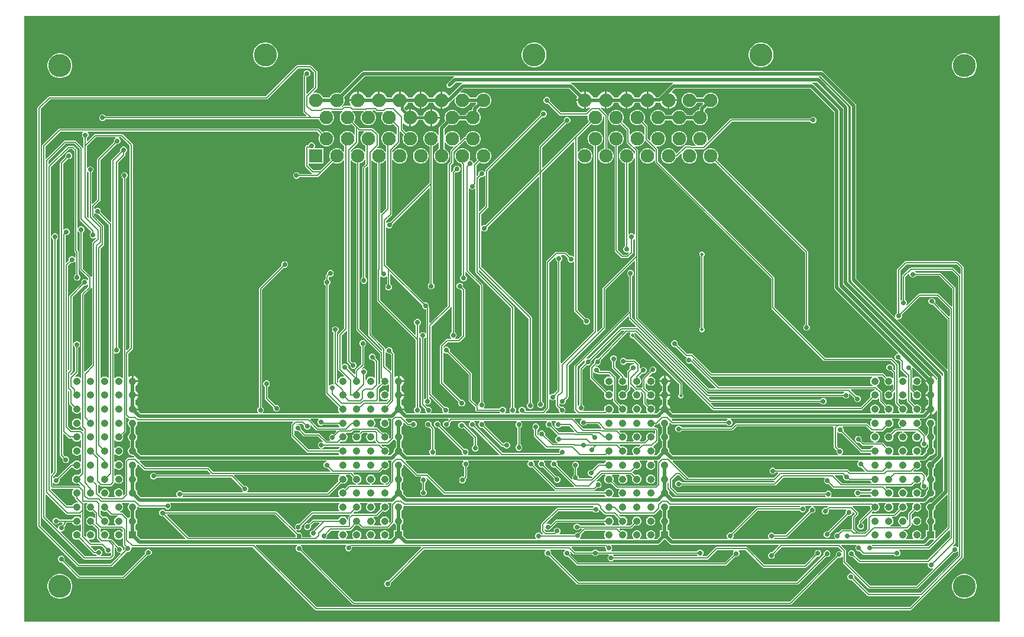
<source format=gtl>
G04*
G04 #@! TF.GenerationSoftware,Altium Limited,Altium Designer,22.10.1 (41)*
G04*
G04 Layer_Physical_Order=1*
G04 Layer_Color=255*
%FSLAX25Y25*%
%MOIN*%
G70*
G04*
G04 #@! TF.SameCoordinates,66C44DD6-0DF7-4D2E-9D42-8CDDC65AF405*
G04*
G04*
G04 #@! TF.FilePolarity,Positive*
G04*
G01*
G75*
%ADD21C,0.02000*%
%ADD22C,0.00780*%
%ADD23C,0.01500*%
%ADD24C,0.04232*%
%ADD25R,0.04232X0.04232*%
%ADD26C,0.12992*%
%ADD27R,0.07677X0.07677*%
%ADD28C,0.07677*%
%ADD29C,0.13000*%
%ADD30C,0.01968*%
%ADD31C,0.02756*%
G36*
X550000Y342347D02*
Y0D01*
X0D01*
Y342000D01*
X549000D01*
X549538Y342538D01*
X550000Y342347D01*
D02*
G37*
%LPC*%
G36*
X416044Y327087D02*
X414665D01*
X413314Y326818D01*
X412041Y326290D01*
X410895Y325525D01*
X409920Y324550D01*
X409155Y323405D01*
X408627Y322131D01*
X408358Y320780D01*
Y319402D01*
X408627Y318050D01*
X409155Y316777D01*
X409920Y315631D01*
X410895Y314656D01*
X412041Y313891D01*
X413314Y313363D01*
X414665Y313094D01*
X416044D01*
X417395Y313363D01*
X418668Y313891D01*
X419814Y314656D01*
X420789Y315631D01*
X421554Y316777D01*
X422082Y318050D01*
X422351Y319402D01*
Y320780D01*
X422082Y322131D01*
X421554Y323405D01*
X420789Y324550D01*
X419814Y325525D01*
X418668Y326290D01*
X417395Y326818D01*
X416044Y327087D01*
D02*
G37*
G36*
X288091D02*
X286713D01*
X285361Y326818D01*
X284088Y326290D01*
X282942Y325525D01*
X281967Y324550D01*
X281202Y323405D01*
X280674Y322131D01*
X280405Y320780D01*
Y319402D01*
X280674Y318050D01*
X281202Y316777D01*
X281967Y315631D01*
X282942Y314656D01*
X284088Y313891D01*
X285361Y313363D01*
X286713Y313094D01*
X288091D01*
X289442Y313363D01*
X290716Y313891D01*
X291861Y314656D01*
X292836Y315631D01*
X293601Y316777D01*
X294129Y318050D01*
X294398Y319402D01*
Y320780D01*
X294129Y322131D01*
X293601Y323405D01*
X292836Y324550D01*
X291861Y325525D01*
X290716Y326290D01*
X289442Y326818D01*
X288091Y327087D01*
D02*
G37*
G36*
X136516D02*
X135138D01*
X133786Y326818D01*
X132513Y326290D01*
X131367Y325525D01*
X130393Y324550D01*
X129627Y323405D01*
X129100Y322131D01*
X128831Y320780D01*
Y319402D01*
X129100Y318050D01*
X129627Y316777D01*
X130393Y315631D01*
X131367Y314656D01*
X132513Y313891D01*
X133786Y313363D01*
X135138Y313094D01*
X136516D01*
X137867Y313363D01*
X139141Y313891D01*
X140287Y314656D01*
X141261Y315631D01*
X142027Y316777D01*
X142554Y318050D01*
X142823Y319402D01*
Y320780D01*
X142554Y322131D01*
X142027Y323405D01*
X141261Y324550D01*
X140287Y325525D01*
X139141Y326290D01*
X137867Y326818D01*
X136516Y327087D01*
D02*
G37*
G36*
X530689Y321000D02*
X529311D01*
X527958Y320731D01*
X526684Y320203D01*
X525538Y319437D01*
X524563Y318462D01*
X523797Y317316D01*
X523269Y316042D01*
X523000Y314689D01*
Y313311D01*
X523269Y311958D01*
X523797Y310684D01*
X524563Y309538D01*
X525538Y308563D01*
X526684Y307797D01*
X527958Y307269D01*
X529311Y307000D01*
X530689D01*
X532042Y307269D01*
X533316Y307797D01*
X534462Y308563D01*
X535437Y309538D01*
X536203Y310684D01*
X536731Y311958D01*
X537000Y313311D01*
Y314689D01*
X536731Y316042D01*
X536203Y317316D01*
X535437Y318462D01*
X534462Y319437D01*
X533316Y320203D01*
X532042Y320731D01*
X530689Y321000D01*
D02*
G37*
G36*
X20689D02*
X19311D01*
X17958Y320731D01*
X16684Y320203D01*
X15538Y319437D01*
X14563Y318462D01*
X13797Y317316D01*
X13269Y316042D01*
X13000Y314689D01*
Y313311D01*
X13269Y311958D01*
X13797Y310684D01*
X14563Y309538D01*
X15538Y308563D01*
X16684Y307797D01*
X17958Y307269D01*
X19311Y307000D01*
X20689D01*
X22042Y307269D01*
X23316Y307797D01*
X24462Y308563D01*
X25437Y309538D01*
X26203Y310684D01*
X26731Y311958D01*
X27000Y313311D01*
Y314689D01*
X26731Y316042D01*
X26203Y317316D01*
X25437Y318462D01*
X24462Y319437D01*
X23316Y320203D01*
X22042Y320731D01*
X20689Y321000D01*
D02*
G37*
G36*
X70274Y41078D02*
X69526D01*
X68836Y40792D01*
X68308Y40264D01*
X68022Y39574D01*
Y38826D01*
X68087Y38670D01*
X55524Y26107D01*
X31376D01*
X22613Y34870D01*
X22678Y35026D01*
Y35774D01*
X22392Y36464D01*
X21864Y36992D01*
X21174Y37278D01*
X20426D01*
X19736Y36992D01*
X19208Y36464D01*
X18922Y35774D01*
Y35026D01*
X19208Y34336D01*
X19736Y33808D01*
X20426Y33522D01*
X21174D01*
X21330Y33587D01*
X30358Y24558D01*
X30653Y24362D01*
X31000Y24293D01*
X31000Y24293D01*
X55900D01*
X56247Y24362D01*
X56542Y24558D01*
X69370Y37387D01*
X69526Y37322D01*
X70274D01*
X70964Y37608D01*
X71492Y38136D01*
X71778Y38826D01*
Y39574D01*
X71492Y40264D01*
X70964Y40792D01*
X70274Y41078D01*
D02*
G37*
G36*
X530689Y27000D02*
X529311D01*
X527958Y26731D01*
X526684Y26203D01*
X525538Y25437D01*
X524563Y24462D01*
X523797Y23316D01*
X523269Y22042D01*
X523000Y20689D01*
Y19311D01*
X523269Y17958D01*
X523797Y16684D01*
X524563Y15538D01*
X525538Y14563D01*
X526684Y13797D01*
X527958Y13269D01*
X529311Y13000D01*
X530689D01*
X532042Y13269D01*
X533316Y13797D01*
X534462Y14563D01*
X535437Y15538D01*
X536203Y16684D01*
X536731Y17958D01*
X537000Y19311D01*
Y20689D01*
X536731Y22042D01*
X536203Y23316D01*
X535437Y24462D01*
X534462Y25437D01*
X533316Y26203D01*
X532042Y26731D01*
X530689Y27000D01*
D02*
G37*
G36*
X20689D02*
X19311D01*
X17958Y26731D01*
X16684Y26203D01*
X15538Y25437D01*
X14563Y24462D01*
X13797Y23316D01*
X13269Y22042D01*
X13000Y20689D01*
Y19311D01*
X13269Y17958D01*
X13797Y16684D01*
X14563Y15538D01*
X15538Y14563D01*
X16684Y13797D01*
X17958Y13269D01*
X19311Y13000D01*
X20689D01*
X22042Y13269D01*
X23316Y13797D01*
X24462Y14563D01*
X25437Y15538D01*
X26203Y16684D01*
X26731Y17958D01*
X27000Y19311D01*
Y20689D01*
X26731Y22042D01*
X26203Y23316D01*
X25437Y24462D01*
X24462Y25437D01*
X23316Y26203D01*
X22042Y26731D01*
X20689Y27000D01*
D02*
G37*
G36*
X154000Y314307D02*
X153653Y314238D01*
X153358Y314042D01*
X136124Y296807D01*
X14200D01*
X13853Y296738D01*
X13558Y296542D01*
X7658Y290642D01*
X7462Y290347D01*
X7393Y290000D01*
Y54100D01*
X7462Y53753D01*
X7658Y53458D01*
X29858Y31258D01*
X30153Y31062D01*
X30500Y30993D01*
X48900D01*
X49247Y31062D01*
X49542Y31258D01*
X57870Y39587D01*
X58026Y39522D01*
X58774D01*
X59464Y39808D01*
X59992Y40336D01*
X60278Y41026D01*
Y41774D01*
X60276Y41779D01*
X60469Y42005D01*
X60663Y42150D01*
X60950Y42093D01*
X128724D01*
X163958Y6858D01*
X164253Y6662D01*
X164600Y6593D01*
X499600D01*
X499947Y6662D01*
X500242Y6858D01*
X529342Y35958D01*
X529342Y35958D01*
X529538Y36253D01*
X529607Y36600D01*
Y200000D01*
X529607Y200000D01*
X529538Y200347D01*
X529342Y200642D01*
X526594Y203390D01*
X526299Y203586D01*
X525952Y203655D01*
X496748D01*
X496401Y203586D01*
X496106Y203390D01*
X496106Y203390D01*
X492258Y199542D01*
X492062Y199247D01*
X491993Y198900D01*
Y174457D01*
X491836Y174392D01*
X491308Y173864D01*
X491022Y173174D01*
Y172426D01*
X491078Y172292D01*
X490654Y172009D01*
X469029Y193633D01*
Y291500D01*
X468913Y292085D01*
X468581Y292581D01*
X450581Y310581D01*
X450085Y310913D01*
X449500Y311029D01*
X191181D01*
X190596Y310913D01*
X190100Y310581D01*
X177986Y298468D01*
X177856Y298543D01*
X176752Y298839D01*
X175610D01*
X174507Y298543D01*
X173517Y297972D01*
X172710Y297164D01*
X172138Y296175D01*
X172099Y296029D01*
X168452D01*
X168413Y296175D01*
X167842Y297164D01*
X167034Y297972D01*
X166045Y298543D01*
X164941Y298839D01*
X163799D01*
X163294Y298703D01*
X163035Y299151D01*
X164942Y301058D01*
X165138Y301353D01*
X165207Y301700D01*
Y310300D01*
X165207Y310300D01*
X165138Y310647D01*
X164942Y310942D01*
X161842Y314042D01*
X161547Y314238D01*
X161200Y314307D01*
X154000D01*
X154000Y314307D01*
D02*
G37*
%LPD*%
G36*
X163393Y309924D02*
Y302076D01*
X159443Y298127D01*
X158981Y298318D01*
Y307722D01*
X159674D01*
X160364Y308008D01*
X160892Y308536D01*
X161178Y309226D01*
Y309974D01*
X160892Y310664D01*
X160364Y311192D01*
X159674Y311478D01*
X158926D01*
X158236Y311192D01*
X157708Y310664D01*
X157422Y309974D01*
Y309226D01*
X157487Y309070D01*
X157432Y309016D01*
X157236Y308721D01*
X157167Y308374D01*
Y288204D01*
X157236Y287857D01*
X157432Y287562D01*
X158968Y286027D01*
X158776Y285565D01*
X45714D01*
X45649Y285721D01*
X45121Y286249D01*
X44431Y286535D01*
X43684D01*
X42994Y286249D01*
X42465Y285721D01*
X42180Y285031D01*
Y284284D01*
X42465Y283594D01*
X42994Y283065D01*
X43684Y282779D01*
X44431D01*
X45121Y283065D01*
X45649Y283594D01*
X45714Y283750D01*
X166027D01*
X166233Y282983D01*
X166804Y281993D01*
X167612Y281186D01*
X168601Y280614D01*
X169704Y280319D01*
X170847D01*
X171950Y280614D01*
X172940Y281186D01*
X173747Y281993D01*
X174319Y282983D01*
X174614Y284086D01*
Y285229D01*
X174319Y286332D01*
X173747Y287321D01*
X172940Y288129D01*
X173126Y288562D01*
X173473Y288492D01*
X173474Y288493D01*
X179093D01*
X179286Y287993D01*
X178615Y287321D01*
X178044Y286332D01*
X177748Y285229D01*
Y284086D01*
X178044Y282983D01*
X178615Y281993D01*
X179423Y281186D01*
X180412Y280614D01*
X181515Y280319D01*
X182658D01*
X183761Y280614D01*
X184449Y281012D01*
X186293Y279168D01*
Y275239D01*
X185793Y275105D01*
X185558Y275510D01*
X184750Y276318D01*
X183761Y276889D01*
X182658Y277185D01*
X181515D01*
X180412Y276889D01*
X179423Y276318D01*
X178615Y275510D01*
X178044Y274521D01*
X177748Y273418D01*
Y272275D01*
X178044Y271172D01*
X178615Y270182D01*
X179423Y269375D01*
X180293Y268872D01*
Y265560D01*
X179793Y265426D01*
X179653Y265668D01*
X178845Y266476D01*
X177856Y267047D01*
X176752Y267343D01*
X175610D01*
X174507Y267047D01*
X173517Y266476D01*
X172710Y265668D01*
X172138Y264679D01*
X171843Y263575D01*
Y262433D01*
X172138Y261329D01*
X172535Y260642D01*
X167001Y255107D01*
X162876D01*
X160207Y257776D01*
Y258665D01*
X168709D01*
Y267343D01*
X163752D01*
X163536Y267843D01*
X163778Y268426D01*
Y269174D01*
X163492Y269864D01*
X162964Y270392D01*
X162274Y270678D01*
X161526D01*
X160836Y270392D01*
X160308Y269864D01*
X160022Y269174D01*
Y269007D01*
X159300D01*
X158953Y268938D01*
X158658Y268742D01*
X158462Y268447D01*
X158393Y268100D01*
Y257400D01*
X158462Y257053D01*
X158658Y256758D01*
X161858Y253558D01*
X161858Y253558D01*
X162084Y253407D01*
X162075Y253130D01*
X162001Y252907D01*
X155057D01*
X154992Y253064D01*
X154464Y253592D01*
X153774Y253878D01*
X153026D01*
X152336Y253592D01*
X151808Y253064D01*
X151522Y252374D01*
Y251626D01*
X151808Y250936D01*
X152336Y250408D01*
X153026Y250122D01*
X153774D01*
X154464Y250408D01*
X154992Y250936D01*
X155057Y251093D01*
X165177D01*
X165524Y251162D01*
X165819Y251358D01*
X168019Y253558D01*
X173819Y259358D01*
X174507Y258961D01*
X175610Y258665D01*
X176752D01*
X177856Y258961D01*
X178845Y259532D01*
X179653Y260340D01*
X179793Y260582D01*
X180293Y260448D01*
Y165789D01*
X177258Y162755D01*
X177062Y162460D01*
X176993Y162113D01*
Y142500D01*
X177062Y142153D01*
X177258Y141858D01*
X180166Y138950D01*
X179908Y138502D01*
X179848Y138518D01*
X179160D01*
X178494Y138339D01*
X177898Y137995D01*
X177411Y137508D01*
X177066Y136911D01*
X176888Y136246D01*
Y135557D01*
X176971Y135248D01*
X176547Y135019D01*
X176207Y135293D01*
Y163343D01*
X176364Y163408D01*
X176892Y163936D01*
X177178Y164626D01*
Y165374D01*
X176892Y166064D01*
X176364Y166592D01*
X175674Y166878D01*
X174926D01*
X174236Y166592D01*
X173708Y166064D01*
X173422Y165374D01*
Y164626D01*
X173708Y163936D01*
X174236Y163408D01*
X174393Y163343D01*
Y134904D01*
X174462Y134557D01*
X174231Y134017D01*
X174147Y133965D01*
X173874Y134078D01*
X173126D01*
X172436Y133792D01*
X172071Y133427D01*
X171571Y133634D01*
Y190043D01*
X171728Y190108D01*
X172256Y190636D01*
X172542Y191326D01*
Y192074D01*
X172256Y192764D01*
X171728Y193292D01*
X171571Y193357D01*
Y194588D01*
X171970Y194987D01*
X172126Y194922D01*
X172874D01*
X173564Y195208D01*
X174092Y195736D01*
X174378Y196426D01*
Y197174D01*
X174092Y197864D01*
X173564Y198392D01*
X172874Y198678D01*
X172126D01*
X171436Y198392D01*
X170908Y197864D01*
X170622Y197174D01*
Y196426D01*
X170687Y196270D01*
X170022Y195606D01*
X169826Y195311D01*
X169757Y194964D01*
Y193357D01*
X169600Y193292D01*
X169072Y192764D01*
X168786Y192074D01*
Y191326D01*
X169072Y190636D01*
X169600Y190108D01*
X169757Y190043D01*
Y128938D01*
X169826Y128591D01*
X170022Y128297D01*
X177119Y121200D01*
X177066Y121108D01*
X176888Y120443D01*
Y119754D01*
X177066Y119089D01*
X177411Y118492D01*
X177678Y118224D01*
X177471Y117724D01*
X134587D01*
X134380Y118224D01*
X134692Y118536D01*
X134978Y119226D01*
Y119974D01*
X134692Y120664D01*
X134164Y121192D01*
X134007Y121257D01*
Y187624D01*
X146270Y199887D01*
X146426Y199822D01*
X147174D01*
X147864Y200108D01*
X148392Y200636D01*
X148678Y201326D01*
Y202074D01*
X148392Y202764D01*
X147864Y203292D01*
X147174Y203578D01*
X146426D01*
X145736Y203292D01*
X145208Y202764D01*
X144922Y202074D01*
Y201326D01*
X144987Y201170D01*
X132458Y188642D01*
X132262Y188347D01*
X132193Y188000D01*
Y121257D01*
X132036Y121192D01*
X131508Y120664D01*
X131222Y119974D01*
Y119226D01*
X131508Y118536D01*
X131820Y118224D01*
X131613Y117724D01*
X65537D01*
X64001Y119260D01*
X64092Y119598D01*
X61000D01*
Y120598D01*
X64092D01*
X63904Y121301D01*
X63494Y122012D01*
X62913Y122592D01*
X62529Y122814D01*
Y125285D01*
X62913Y125506D01*
X63494Y126087D01*
X63904Y126797D01*
X64092Y127500D01*
X61000D01*
Y128500D01*
X64092D01*
X63904Y129203D01*
X63494Y129913D01*
X62913Y130493D01*
X62529Y130715D01*
Y133186D01*
X62913Y133408D01*
X63494Y133988D01*
X63904Y134699D01*
X64092Y135402D01*
X61000D01*
Y135902D01*
X60500D01*
Y138994D01*
X59797Y138805D01*
X59107Y138407D01*
X58842Y138472D01*
X58607Y138569D01*
Y151524D01*
X60942Y153858D01*
X60942Y153858D01*
X61138Y154153D01*
X61207Y154500D01*
X61207Y154500D01*
Y269300D01*
X61138Y269647D01*
X60942Y269942D01*
X55642Y275242D01*
X55347Y275438D01*
X55000Y275507D01*
X40000D01*
X40000Y275507D01*
X39653Y275438D01*
X39358Y275242D01*
X35669Y271553D01*
X35207Y271744D01*
Y273243D01*
X35364Y273308D01*
X35892Y273836D01*
X36178Y274527D01*
Y275273D01*
X35892Y275964D01*
X35595Y276261D01*
X35802Y276761D01*
X165078D01*
X166630Y275209D01*
X166233Y274521D01*
X165937Y273418D01*
Y272275D01*
X166233Y271172D01*
X166804Y270182D01*
X167612Y269375D01*
X168601Y268804D01*
X169704Y268508D01*
X170847D01*
X171950Y268804D01*
X172940Y269375D01*
X173747Y270182D01*
X174319Y271172D01*
X174614Y272275D01*
Y273418D01*
X174319Y274521D01*
X173747Y275510D01*
X172940Y276318D01*
X171950Y276889D01*
X170847Y277185D01*
X169704D01*
X168601Y276889D01*
X167913Y276492D01*
X166096Y278310D01*
X165801Y278506D01*
X165454Y278575D01*
X19768D01*
X19768Y278575D01*
X19421Y278506D01*
X19126Y278310D01*
X19126Y278310D01*
X10270Y269454D01*
X10074Y269159D01*
X10005Y268812D01*
Y59001D01*
X10074Y58654D01*
X10270Y58360D01*
X33106Y35524D01*
X33400Y35327D01*
X33748Y35258D01*
X33748Y35258D01*
X48534D01*
X48881Y35327D01*
X49175Y35524D01*
X50510Y36858D01*
X50510Y36858D01*
X50706Y37153D01*
X50775Y37500D01*
X50775Y37500D01*
Y41888D01*
X51237Y42079D01*
X51887Y41430D01*
X51822Y41274D01*
Y40526D01*
X52108Y39836D01*
X52636Y39308D01*
X53326Y39022D01*
X54032D01*
X54125Y38911D01*
X54285Y38568D01*
X48524Y32807D01*
X30876D01*
X9207Y54476D01*
Y289624D01*
X14576Y294993D01*
X136500D01*
X136847Y295062D01*
X137142Y295258D01*
X154376Y312493D01*
X160824D01*
X163393Y309924D01*
D02*
G37*
G36*
X242204Y307471D02*
X241915Y307413D01*
X241419Y307081D01*
X238419Y304081D01*
X238290Y303889D01*
X238242Y303841D01*
X238216Y303778D01*
X238087Y303585D01*
X238042Y303358D01*
X238016Y303295D01*
Y303227D01*
X237971Y303000D01*
X238016Y302773D01*
Y302705D01*
X238042Y302642D01*
X238087Y302415D01*
X238216Y302222D01*
X238242Y302159D01*
X238290Y302111D01*
X238419Y301919D01*
X238611Y301790D01*
X238659Y301742D01*
X238722Y301716D01*
X238915Y301587D01*
X239142Y301542D01*
X239205Y301516D01*
X239273D01*
X239500Y301471D01*
X239727Y301516D01*
X239795D01*
X239858Y301542D01*
X240085Y301587D01*
X240278Y301716D01*
X240341Y301742D01*
X240389Y301790D01*
X240581Y301919D01*
X243133Y304471D01*
X246746D01*
X246795Y303971D01*
X246505Y303913D01*
X246009Y303581D01*
X239688Y297260D01*
X239192Y297325D01*
X239108Y297471D01*
X238207Y298372D01*
X237104Y299009D01*
X235873Y299339D01*
X235736D01*
Y294500D01*
Y289661D01*
X235873D01*
X237104Y289991D01*
X238207Y290628D01*
X239108Y291529D01*
X239745Y292632D01*
X239909Y293242D01*
X240172Y293419D01*
X242325Y295571D01*
X242773Y295312D01*
X242709Y295071D01*
Y293929D01*
X243004Y292825D01*
X243576Y291836D01*
X244383Y291028D01*
X245373Y290457D01*
X246476Y290161D01*
X247618D01*
X248722Y290457D01*
X249711Y291028D01*
X250519Y291836D01*
X251090Y292825D01*
X251129Y292971D01*
X254459D01*
X254666Y292471D01*
X252941Y290746D01*
X252610Y290250D01*
X252493Y289664D01*
Y288996D01*
X252382D01*
X251278Y288700D01*
X250289Y288129D01*
X249481Y287321D01*
X248910Y286332D01*
X248871Y286187D01*
X245224D01*
X245185Y286332D01*
X244614Y287321D01*
X243806Y288129D01*
X242816Y288700D01*
X241713Y288996D01*
X240571D01*
X239467Y288700D01*
X238478Y288129D01*
X237670Y287321D01*
X237099Y286332D01*
X236803Y285229D01*
Y284086D01*
X237099Y282983D01*
X237174Y282853D01*
X234155Y279833D01*
X233823Y279337D01*
X233707Y278752D01*
Y274944D01*
X233207Y274810D01*
X232803Y275510D01*
X231995Y276318D01*
X231005Y276889D01*
X229902Y277185D01*
X228760D01*
X227656Y276889D01*
X226667Y276318D01*
X225859Y275510D01*
X225288Y274521D01*
X224992Y273418D01*
Y272275D01*
X225288Y271172D01*
X225859Y270182D01*
X226667Y269375D01*
X227656Y268804D01*
X228423Y268598D01*
Y247907D01*
X206330Y225813D01*
X206173Y225878D01*
X205427D01*
X204736Y225592D01*
X204439Y225295D01*
X203939Y225502D01*
Y226392D01*
X207142Y229594D01*
X207338Y229889D01*
X207407Y230236D01*
Y260613D01*
X207907Y260747D01*
X208142Y260340D01*
X208950Y259532D01*
X209940Y258961D01*
X211043Y258665D01*
X212185D01*
X213289Y258961D01*
X214278Y259532D01*
X215086Y260340D01*
X215657Y261329D01*
X215953Y262433D01*
Y263575D01*
X215657Y264679D01*
X215086Y265668D01*
X214278Y266476D01*
X213289Y267047D01*
X212185Y267343D01*
X211043D01*
X209940Y267047D01*
X208950Y266476D01*
X208142Y265668D01*
X207907Y265261D01*
X207407Y265395D01*
Y266168D01*
X211442Y270202D01*
X211638Y270497D01*
X211707Y270844D01*
X211707Y270844D01*
Y276668D01*
X212207Y276875D01*
X213874Y275209D01*
X213477Y274521D01*
X213181Y273418D01*
Y272275D01*
X213477Y271172D01*
X214048Y270182D01*
X214856Y269375D01*
X215845Y268804D01*
X216948Y268508D01*
X218091D01*
X219194Y268804D01*
X220184Y269375D01*
X220991Y270182D01*
X221563Y271172D01*
X221858Y272275D01*
Y273418D01*
X221563Y274521D01*
X220991Y275510D01*
X220184Y276318D01*
X219194Y276889D01*
X218091Y277185D01*
X216948D01*
X215845Y276889D01*
X215157Y276492D01*
X213407Y278242D01*
Y281220D01*
X213907Y281427D01*
X214549Y280786D01*
X215652Y280149D01*
X216883Y279819D01*
X217020D01*
Y284657D01*
Y289496D01*
X216883D01*
X215652Y289166D01*
X215120Y288859D01*
X214109Y289870D01*
X214149Y290376D01*
X214585Y290628D01*
X215486Y291529D01*
X216123Y292632D01*
X216214Y292971D01*
X218826D01*
X218916Y292632D01*
X219553Y291529D01*
X220454Y290628D01*
X221558Y289991D01*
X222788Y289661D01*
X222925D01*
Y294500D01*
Y299339D01*
X222788D01*
X221558Y299009D01*
X220454Y298372D01*
X219553Y297471D01*
X218916Y296368D01*
X218826Y296029D01*
X216214D01*
X216123Y296368D01*
X215486Y297471D01*
X214585Y298372D01*
X213482Y299009D01*
X212251Y299339D01*
X212114D01*
Y294500D01*
X211114D01*
Y299339D01*
X210977D01*
X209747Y299009D01*
X208643Y298372D01*
X207742Y297471D01*
X207105Y296368D01*
X207015Y296029D01*
X204403D01*
X204312Y296368D01*
X203675Y297471D01*
X202774Y298372D01*
X201671Y299009D01*
X200440Y299339D01*
X200303D01*
Y294500D01*
X199303D01*
Y299339D01*
X199166D01*
X197936Y299009D01*
X196832Y298372D01*
X195931Y297471D01*
X195294Y296368D01*
X195204Y296029D01*
X192592D01*
X192501Y296368D01*
X191864Y297471D01*
X190963Y298372D01*
X189860Y299009D01*
X188629Y299339D01*
X188492D01*
Y294500D01*
X187992D01*
Y294000D01*
X183154D01*
Y293863D01*
X183483Y292632D01*
X183929Y291861D01*
X183640Y291361D01*
X180373D01*
X180025Y291292D01*
X179731Y291095D01*
X179078Y290442D01*
X178886Y290474D01*
X178791Y290997D01*
X178845Y291028D01*
X179653Y291836D01*
X180224Y292825D01*
X180520Y293929D01*
Y295071D01*
X180224Y296175D01*
X180149Y296305D01*
X191815Y307971D01*
X242155D01*
X242204Y307471D01*
D02*
G37*
G36*
X365704Y303971D02*
X365415Y303913D01*
X364919Y303581D01*
X357583Y296246D01*
X355919D01*
X355887Y296368D01*
X355250Y297471D01*
X354349Y298372D01*
X353246Y299009D01*
X352015Y299339D01*
X351878D01*
Y294500D01*
Y289661D01*
X352015D01*
X353246Y289991D01*
X354349Y290628D01*
X355250Y291529D01*
X355887Y292632D01*
X356035Y293187D01*
X358217D01*
X358516Y293247D01*
X358680Y292632D01*
X359317Y291529D01*
X360218Y290628D01*
X361321Y289991D01*
X362552Y289661D01*
X362689D01*
Y294500D01*
X363189D01*
Y295000D01*
X368028D01*
Y295137D01*
X367698Y296368D01*
X367061Y297471D01*
X366160Y298372D01*
X365261Y298891D01*
X365128Y299465D01*
X366634Y300971D01*
X443366D01*
X456471Y287866D01*
Y188902D01*
X456587Y188316D01*
X456919Y187820D01*
X492861Y151878D01*
X492654Y151378D01*
X492127D01*
X491436Y151092D01*
X490908Y150564D01*
X490622Y149874D01*
Y149126D01*
X490908Y148436D01*
X491436Y147908D01*
X492127Y147622D01*
X492873D01*
X493030Y147687D01*
X493993Y146724D01*
Y142846D01*
X494062Y142498D01*
X494258Y142204D01*
X497638Y138824D01*
Y137922D01*
X497138Y137715D01*
X496858Y137995D01*
X496262Y138339D01*
X495596Y138518D01*
X494908D01*
X494242Y138339D01*
X493646Y137995D01*
X493359Y137708D01*
X492859Y137916D01*
Y145000D01*
X492790Y145347D01*
X492593Y145642D01*
X492593Y145642D01*
X489393Y148842D01*
X489099Y149038D01*
X488752Y149107D01*
X451476D01*
X422907Y177676D01*
Y194000D01*
X422838Y194347D01*
X422642Y194642D01*
X357307Y259976D01*
Y266636D01*
X357238Y266983D01*
X357042Y267278D01*
X356189Y268130D01*
X356448Y268579D01*
X356712Y268508D01*
X357855D01*
X358958Y268804D01*
X359947Y269375D01*
X360755Y270182D01*
X361326Y271172D01*
X361622Y272275D01*
Y273418D01*
X361326Y274521D01*
X360755Y275510D01*
X359947Y276318D01*
X358958Y276889D01*
X357855Y277185D01*
X356712D01*
X355609Y276889D01*
X354620Y276318D01*
X353812Y275510D01*
X353240Y274521D01*
X352945Y273418D01*
Y272275D01*
X353016Y272011D01*
X352567Y271752D01*
X351407Y272912D01*
Y279630D01*
X351338Y279977D01*
X351142Y280272D01*
X349118Y282295D01*
X349515Y282983D01*
X349811Y284086D01*
Y285229D01*
X349515Y286332D01*
X348944Y287321D01*
X348136Y288129D01*
X347147Y288700D01*
X346044Y288996D01*
X344901D01*
X343798Y288700D01*
X342808Y288129D01*
X342001Y287321D01*
X341429Y286332D01*
X341134Y285229D01*
Y284086D01*
X341429Y282983D01*
X342001Y281993D01*
X342808Y281186D01*
X343798Y280614D01*
X344901Y280319D01*
X346044D01*
X347147Y280614D01*
X347835Y281012D01*
X349593Y279254D01*
Y275387D01*
X349093Y275253D01*
X348944Y275510D01*
X348136Y276318D01*
X347147Y276889D01*
X346044Y277185D01*
X344901D01*
X343798Y276889D01*
X342808Y276318D01*
X342001Y275510D01*
X341807Y275176D01*
X341307Y275310D01*
Y277919D01*
X341238Y278266D01*
X341042Y278560D01*
X337307Y282295D01*
X337704Y282983D01*
X338000Y284086D01*
Y285229D01*
X337704Y286332D01*
X337133Y287321D01*
X336325Y288129D01*
X335336Y288700D01*
X334233Y288996D01*
X333090D01*
X331987Y288700D01*
X330997Y288129D01*
X330190Y287321D01*
X329619Y286332D01*
X329323Y285229D01*
Y284086D01*
X329619Y282983D01*
X330190Y281993D01*
X330997Y281186D01*
X331987Y280614D01*
X333090Y280319D01*
X334233D01*
X335336Y280614D01*
X336024Y281012D01*
X339493Y277543D01*
Y270825D01*
X339562Y270478D01*
X339758Y270183D01*
X344193Y265749D01*
Y264436D01*
X343693Y264370D01*
X343610Y264679D01*
X343039Y265668D01*
X342231Y266476D01*
X341242Y267047D01*
X340138Y267343D01*
X338996D01*
X337892Y267047D01*
X336903Y266476D01*
X336095Y265668D01*
X335524Y264679D01*
X335228Y263575D01*
Y262433D01*
X335524Y261329D01*
X336095Y260340D01*
X336903Y259532D01*
X337892Y258961D01*
X338660Y258755D01*
Y220309D01*
X338625Y220133D01*
Y212089D01*
X338468Y212024D01*
X337940Y211496D01*
X337654Y210806D01*
Y210058D01*
X337940Y209368D01*
X338468Y208840D01*
X339158Y208554D01*
X339906D01*
X340596Y208840D01*
X340905Y208468D01*
X339624Y207187D01*
X337396D01*
X334569Y210015D01*
Y268598D01*
X335336Y268804D01*
X336325Y269375D01*
X337133Y270182D01*
X337704Y271172D01*
X338000Y272275D01*
Y273418D01*
X337704Y274521D01*
X337133Y275510D01*
X336325Y276318D01*
X335336Y276889D01*
X334233Y277185D01*
X333090D01*
X331987Y276889D01*
X330997Y276318D01*
X330190Y275510D01*
X329619Y274521D01*
X329323Y273418D01*
Y272275D01*
X329619Y271172D01*
X330190Y270182D01*
X330997Y269375D01*
X331987Y268804D01*
X332754Y268598D01*
Y209639D01*
X332823Y209291D01*
X333020Y208997D01*
X336379Y205638D01*
X336673Y205441D01*
X337020Y205372D01*
X340000D01*
X340347Y205441D01*
X340642Y205638D01*
X342942Y207938D01*
X343138Y208232D01*
X343207Y208580D01*
Y215743D01*
X343364Y215808D01*
X343693Y216137D01*
X344193Y215930D01*
Y206676D01*
X326158Y188642D01*
X325962Y188347D01*
X325893Y188000D01*
Y166376D01*
X323251Y163735D01*
X322758Y163948D01*
Y268598D01*
X323525Y268804D01*
X324514Y269375D01*
X325322Y270182D01*
X325893Y271172D01*
X326189Y272275D01*
Y273418D01*
X325893Y274521D01*
X325322Y275510D01*
X324514Y276318D01*
X323525Y276889D01*
X322422Y277185D01*
X321279D01*
X320176Y276889D01*
X319186Y276318D01*
X318379Y275510D01*
X317808Y274521D01*
X317512Y273418D01*
Y272275D01*
X317808Y271172D01*
X318379Y270182D01*
X319186Y269375D01*
X320176Y268804D01*
X320943Y268598D01*
Y164126D01*
X302807Y145991D01*
X302307Y146198D01*
Y203543D01*
X302464Y203608D01*
X302992Y204136D01*
X303278Y204826D01*
Y205574D01*
X302992Y206264D01*
X302663Y206593D01*
X302870Y207093D01*
X304524D01*
X306287Y205330D01*
X306222Y205173D01*
Y204426D01*
X306508Y203736D01*
X307036Y203208D01*
X307727Y202922D01*
X308473D01*
X309164Y203208D01*
X309493Y203537D01*
X309993Y203330D01*
Y175800D01*
X310062Y175453D01*
X310258Y175158D01*
X315187Y170230D01*
X315122Y170074D01*
Y169326D01*
X315408Y168636D01*
X315936Y168108D01*
X316627Y167822D01*
X317373D01*
X318064Y168108D01*
X318592Y168636D01*
X318878Y169326D01*
Y170074D01*
X318592Y170764D01*
X318064Y171292D01*
X317373Y171578D01*
X316627D01*
X316470Y171513D01*
X311807Y176176D01*
Y260493D01*
X312307Y260627D01*
X312473Y260340D01*
X313281Y259532D01*
X314270Y258961D01*
X315374Y258665D01*
X316516D01*
X317619Y258961D01*
X318609Y259532D01*
X319416Y260340D01*
X319988Y261329D01*
X320283Y262433D01*
Y263575D01*
X319988Y264679D01*
X319416Y265668D01*
X318609Y266476D01*
X317619Y267047D01*
X316516Y267343D01*
X315374D01*
X314270Y267047D01*
X313281Y266476D01*
X312473Y265668D01*
X312307Y265381D01*
X311807Y265515D01*
Y273331D01*
X319488Y281012D01*
X320176Y280614D01*
X321279Y280319D01*
X322422D01*
X323525Y280614D01*
X324514Y281186D01*
X325322Y281993D01*
X325893Y282983D01*
X326189Y284086D01*
Y285229D01*
X326187Y285234D01*
X326626Y285529D01*
X326849Y285361D01*
Y267252D01*
X326081Y267047D01*
X325092Y266476D01*
X324284Y265668D01*
X323713Y264679D01*
X323417Y263575D01*
Y262433D01*
X323713Y261329D01*
X324284Y260340D01*
X325092Y259532D01*
X326081Y258961D01*
X327185Y258665D01*
X328327D01*
X329431Y258961D01*
X330420Y259532D01*
X331228Y260340D01*
X331799Y261329D01*
X332095Y262433D01*
Y263575D01*
X331799Y264679D01*
X331228Y265668D01*
X330420Y266476D01*
X329431Y267047D01*
X328663Y267252D01*
Y285846D01*
X328663Y285846D01*
X328594Y286193D01*
X328398Y286487D01*
X328398Y286487D01*
X324901Y289984D01*
X325208Y290384D01*
X325888Y289991D01*
X327119Y289661D01*
X327256D01*
Y294500D01*
Y299339D01*
X327119D01*
X325888Y299009D01*
X324785Y298372D01*
X323884Y297471D01*
X323247Y296368D01*
X323156Y296029D01*
X320544D01*
X320454Y296368D01*
X319817Y297471D01*
X318916Y298372D01*
X317812Y299009D01*
X316582Y299339D01*
X316445D01*
Y294500D01*
Y289661D01*
X316582D01*
X317812Y289991D01*
X318493Y290384D01*
X318800Y289984D01*
X316423Y287607D01*
X302576D01*
X296313Y293870D01*
X296378Y294026D01*
Y294774D01*
X296092Y295464D01*
X295564Y295992D01*
X294873Y296278D01*
X294127D01*
X293436Y295992D01*
X292908Y295464D01*
X292622Y294774D01*
Y294026D01*
X292908Y293336D01*
X293436Y292808D01*
X294127Y292522D01*
X294873D01*
X295030Y292587D01*
X301558Y286058D01*
X301558Y286058D01*
X301853Y285862D01*
X302200Y285793D01*
X316799D01*
X317146Y285862D01*
X317168Y285876D01*
X317602Y285565D01*
X317512Y285229D01*
Y284086D01*
X317808Y282983D01*
X318205Y282295D01*
X310258Y274349D01*
X292369Y256460D01*
X291907Y256651D01*
Y267824D01*
X305470Y281387D01*
X305627Y281322D01*
X306374D01*
X307064Y281608D01*
X307592Y282136D01*
X307878Y282826D01*
Y283574D01*
X307592Y284264D01*
X307064Y284792D01*
X306374Y285078D01*
X305627D01*
X304936Y284792D01*
X304408Y284264D01*
X304122Y283574D01*
Y282826D01*
X304187Y282670D01*
X290358Y268842D01*
X290162Y268547D01*
X290093Y268200D01*
Y254183D01*
X259923Y224013D01*
X259767Y224078D01*
X259019D01*
X258329Y223792D01*
X258007Y223470D01*
X257507Y223677D01*
Y230024D01*
X261342Y233858D01*
X261342Y233858D01*
X261538Y234153D01*
X261608Y234500D01*
X261607Y234500D01*
Y254424D01*
X292170Y284987D01*
X292326Y284922D01*
X293074D01*
X293764Y285208D01*
X294292Y285736D01*
X294578Y286426D01*
Y287174D01*
X294292Y287864D01*
X293764Y288392D01*
X293074Y288678D01*
X292326D01*
X291636Y288392D01*
X291108Y287864D01*
X290822Y287174D01*
Y286426D01*
X290887Y286270D01*
X260058Y255442D01*
X259862Y255147D01*
X259793Y254800D01*
Y254317D01*
X259757Y254294D01*
X259293Y254163D01*
X258864Y254592D01*
X258173Y254878D01*
X257427D01*
X256736Y254592D01*
X256208Y254064D01*
X255922Y253374D01*
Y252626D01*
X255987Y252470D01*
X255369Y251853D01*
X254907Y252044D01*
Y257770D01*
X256496Y259358D01*
X257184Y258961D01*
X258287Y258665D01*
X259429D01*
X260533Y258961D01*
X261522Y259532D01*
X262330Y260340D01*
X262901Y261329D01*
X263197Y262433D01*
Y263575D01*
X262901Y264679D01*
X262330Y265668D01*
X261522Y266476D01*
X260533Y267047D01*
X259429Y267343D01*
X258287D01*
X257184Y267047D01*
X256194Y266476D01*
X255386Y265668D01*
X254815Y264679D01*
X254520Y263575D01*
Y262433D01*
X254815Y261329D01*
X255212Y260642D01*
X253578Y259007D01*
X253382Y259033D01*
X253037Y259173D01*
X252792Y259764D01*
X252264Y260292D01*
X251573Y260578D01*
X251234D01*
X250945Y261078D01*
X251090Y261329D01*
X251386Y262433D01*
Y263575D01*
X251090Y264679D01*
X250519Y265668D01*
X249711Y266476D01*
X248722Y267047D01*
X247618Y267343D01*
X246476D01*
X245373Y267047D01*
X244383Y266476D01*
X243576Y265668D01*
X243004Y264679D01*
X242709Y263575D01*
Y262433D01*
X243004Y261329D01*
X243576Y260340D01*
X244383Y259532D01*
X245373Y258961D01*
X246222Y258734D01*
X246406Y258458D01*
X246693Y258171D01*
Y195757D01*
X246536Y195692D01*
X246008Y195164D01*
X245722Y194474D01*
Y193726D01*
X246008Y193036D01*
X246536Y192508D01*
X247227Y192222D01*
X247973D01*
X248664Y192508D01*
X249192Y193036D01*
X249478Y193726D01*
Y194474D01*
X249192Y195164D01*
X248664Y195692D01*
X248507Y195757D01*
Y197335D01*
X249007Y197486D01*
X249090Y197362D01*
X256893Y189560D01*
Y124057D01*
X256736Y123992D01*
X256208Y123464D01*
X255922Y122774D01*
Y122468D01*
X255422Y122261D01*
X252307Y125376D01*
Y140000D01*
X252238Y140347D01*
X252042Y140642D01*
X239813Y152870D01*
X239878Y153026D01*
Y153774D01*
X239592Y154464D01*
X239064Y154992D01*
X238373Y155278D01*
X237627D01*
X236936Y154992D01*
X236607Y154663D01*
X236107Y154870D01*
Y155524D01*
X238476Y157893D01*
X245000D01*
X245347Y157962D01*
X245642Y158158D01*
X248242Y160758D01*
X248242Y160758D01*
X248438Y161053D01*
X248507Y161400D01*
X248507Y161400D01*
Y187500D01*
X248507Y187500D01*
X248438Y187847D01*
X248242Y188142D01*
X247313Y189070D01*
X247378Y189226D01*
Y189974D01*
X247092Y190664D01*
X246564Y191192D01*
X245873Y191478D01*
X245127D01*
X244436Y191192D01*
X243908Y190664D01*
X243622Y189974D01*
Y189226D01*
X243908Y188536D01*
X244436Y188008D01*
X245127Y187722D01*
X245873D01*
X246030Y187787D01*
X246693Y187124D01*
Y161776D01*
X244624Y159707D01*
X243117D01*
X243094Y159743D01*
X242963Y160207D01*
X243392Y160636D01*
X243678Y161326D01*
Y162074D01*
X243392Y162764D01*
X242864Y163292D01*
X242707Y163357D01*
Y253269D01*
X243338Y253900D01*
X243527Y253822D01*
X244273D01*
X244964Y254108D01*
X245492Y254636D01*
X245778Y255327D01*
Y256073D01*
X245492Y256764D01*
X244964Y257292D01*
X244273Y257578D01*
X243527D01*
X242836Y257292D01*
X242308Y256764D01*
X242022Y256073D01*
Y255327D01*
X242074Y255202D01*
X241158Y254287D01*
X240962Y253992D01*
X240939Y253881D01*
X240439Y253930D01*
Y257672D01*
X241694Y258926D01*
X241694Y258926D01*
X241890Y259221D01*
X241959Y259568D01*
Y265287D01*
X248276Y271604D01*
X248834Y271455D01*
X248910Y271172D01*
X249481Y270182D01*
X250289Y269375D01*
X251278Y268804D01*
X252382Y268508D01*
X253524D01*
X254627Y268804D01*
X255617Y269375D01*
X256424Y270182D01*
X256996Y271172D01*
X257291Y272275D01*
Y273418D01*
X256996Y274521D01*
X256424Y275510D01*
X255617Y276318D01*
X254627Y276889D01*
X253524Y277185D01*
X252382D01*
X251278Y276889D01*
X250289Y276318D01*
X249481Y275510D01*
X248910Y274521D01*
X248704Y273754D01*
X248236D01*
X247888Y273685D01*
X247594Y273488D01*
X247594Y273488D01*
X245858Y271752D01*
X245409Y272011D01*
X245480Y272275D01*
Y273418D01*
X245185Y274521D01*
X244614Y275510D01*
X243806Y276318D01*
X242816Y276889D01*
X241713Y277185D01*
X240571D01*
X239467Y276889D01*
X238478Y276318D01*
X237670Y275510D01*
X237266Y274810D01*
X236766Y274944D01*
Y278118D01*
X239337Y280690D01*
X239467Y280614D01*
X240571Y280319D01*
X241713D01*
X242816Y280614D01*
X243806Y281186D01*
X244614Y281993D01*
X245185Y282983D01*
X245224Y283128D01*
X248871D01*
X248910Y282983D01*
X249481Y281993D01*
X250289Y281186D01*
X251278Y280614D01*
X252382Y280319D01*
X253524D01*
X254627Y280614D01*
X255617Y281186D01*
X256424Y281993D01*
X256996Y282983D01*
X257291Y284086D01*
Y285229D01*
X256996Y286332D01*
X256424Y287321D01*
X255617Y288129D01*
X255552Y288166D01*
Y289031D01*
X257053Y290532D01*
X257184Y290457D01*
X258287Y290161D01*
X259429D01*
X260533Y290457D01*
X261522Y291028D01*
X262330Y291836D01*
X262901Y292825D01*
X263197Y293929D01*
Y295071D01*
X262901Y296175D01*
X262330Y297164D01*
X261522Y297972D01*
X260533Y298543D01*
X259429Y298839D01*
X258287D01*
X257184Y298543D01*
X256194Y297972D01*
X255386Y297164D01*
X254815Y296175D01*
X254776Y296029D01*
X251129D01*
X251090Y296175D01*
X250519Y297164D01*
X249711Y297972D01*
X248722Y298543D01*
X247618Y298839D01*
X246476D01*
X246235Y298774D01*
X245976Y299222D01*
X247724Y300971D01*
X307311D01*
X311611Y296671D01*
X311436Y296368D01*
X311106Y295137D01*
Y295000D01*
X315445D01*
Y299339D01*
X315308D01*
X314077Y299009D01*
X313774Y298834D01*
X309026Y303581D01*
X308530Y303913D01*
X308240Y303971D01*
X308290Y304471D01*
X365655D01*
X365704Y303971D01*
D02*
G37*
G36*
X198166Y288108D02*
X198166Y288108D01*
X198460Y287912D01*
X198807Y287843D01*
X202051D01*
X202258Y287343D01*
X202237Y287321D01*
X201666Y286332D01*
X201370Y285229D01*
Y284086D01*
X201666Y282983D01*
X202237Y281993D01*
X203045Y281186D01*
X204034Y280614D01*
X205137Y280319D01*
X206280D01*
X207383Y280614D01*
X208071Y281012D01*
X209893Y279190D01*
Y275277D01*
X209393Y275143D01*
X209180Y275510D01*
X208373Y276318D01*
X207383Y276889D01*
X206280Y277185D01*
X205137D01*
X204034Y276889D01*
X203045Y276318D01*
X202237Y275510D01*
X201666Y274521D01*
X201370Y273418D01*
Y272275D01*
X201666Y271172D01*
X202237Y270182D01*
X203045Y269375D01*
X203993Y268827D01*
Y265425D01*
X203493Y265291D01*
X203275Y265668D01*
X202467Y266476D01*
X201478Y267047D01*
X200374Y267343D01*
X199232D01*
X198968Y267272D01*
X198709Y267720D01*
X199555Y268566D01*
X199752Y268861D01*
X199821Y269208D01*
Y275000D01*
X199752Y275347D01*
X199555Y275642D01*
X199555Y275642D01*
X196693Y278504D01*
X196398Y278701D01*
X196051Y278770D01*
X189258D01*
X185732Y282295D01*
X186129Y282983D01*
X186425Y284086D01*
Y285229D01*
X186129Y286332D01*
X185558Y287321D01*
X184780Y288100D01*
X184788Y288216D01*
X184945Y288576D01*
X184945Y288577D01*
X191107D01*
X191181Y288077D01*
X190426Y287321D01*
X189855Y286332D01*
X189559Y285229D01*
Y284086D01*
X189855Y282983D01*
X190426Y281993D01*
X191234Y281186D01*
X192223Y280614D01*
X193326Y280319D01*
X194469D01*
X195572Y280614D01*
X196562Y281186D01*
X197369Y281993D01*
X197941Y282983D01*
X198236Y284086D01*
Y285229D01*
X197941Y286332D01*
X197369Y287321D01*
X196562Y288129D01*
X196279Y288293D01*
X196413Y288793D01*
X197482D01*
X198166Y288108D01*
D02*
G37*
G36*
X59393Y268924D02*
Y154876D01*
X57789Y153272D01*
X57327Y153464D01*
Y250351D01*
X57464Y250408D01*
X57992Y250936D01*
X58278Y251626D01*
Y252374D01*
X57992Y253064D01*
X57464Y253592D01*
X56774Y253878D01*
X56026D01*
X55336Y253592D01*
X54808Y253064D01*
X54522Y252374D01*
Y251626D01*
X54808Y250936D01*
X55336Y250408D01*
X55512Y250335D01*
Y137922D01*
X55012Y137715D01*
X54732Y137995D01*
X54136Y138339D01*
X53470Y138518D01*
X52782D01*
X52116Y138339D01*
X51520Y137995D01*
X51240Y137715D01*
X50740Y137922D01*
Y151307D01*
X51240Y151641D01*
X51526Y151522D01*
X52274D01*
X52964Y151808D01*
X53492Y152336D01*
X53778Y153026D01*
Y153774D01*
X53492Y154464D01*
X52964Y154992D01*
X52807Y155057D01*
Y259224D01*
X56542Y262958D01*
X56542Y262958D01*
X56738Y263253D01*
X56807Y263600D01*
Y264843D01*
X56964Y264908D01*
X57492Y265436D01*
X57778Y266126D01*
Y266874D01*
X57492Y267564D01*
X56964Y268092D01*
X56274Y268378D01*
X55526D01*
X54836Y268092D01*
X54308Y267564D01*
X54022Y266874D01*
Y266126D01*
X54087Y265970D01*
X49191Y261074D01*
X48994Y260780D01*
X48925Y260432D01*
Y226112D01*
X48463Y225920D01*
X43013Y231370D01*
X43078Y231526D01*
Y232274D01*
X42792Y232964D01*
X42264Y233492D01*
X41574Y233778D01*
X40826D01*
X40136Y233492D01*
X39839Y233195D01*
X39339Y233402D01*
Y234292D01*
X42593Y237546D01*
X42593Y237546D01*
X42790Y237840D01*
X42859Y238188D01*
X42859Y238188D01*
Y260776D01*
X51813Y269730D01*
X51970Y269665D01*
X52717D01*
X53407Y269951D01*
X53935Y270479D01*
X54221Y271170D01*
Y271917D01*
X53935Y272607D01*
X53407Y273135D01*
X53269Y273193D01*
X53368Y273693D01*
X54624D01*
X59393Y268924D01*
D02*
G37*
G36*
X355493Y266260D02*
Y265555D01*
X354993Y265421D01*
X354850Y265668D01*
X354042Y266476D01*
X353053Y267047D01*
X351949Y267343D01*
X350807D01*
X349703Y267047D01*
X348714Y266476D01*
X347906Y265668D01*
X347335Y264679D01*
X347039Y263575D01*
Y262433D01*
X347335Y261329D01*
X347906Y260340D01*
X348714Y259532D01*
X349703Y258961D01*
X350807Y258665D01*
X351949D01*
X353053Y258961D01*
X354042Y259532D01*
X354850Y260340D01*
X354993Y260587D01*
X355493Y260454D01*
Y259600D01*
X355562Y259253D01*
X355758Y258958D01*
X421093Y193624D01*
Y177300D01*
X421162Y176953D01*
X421358Y176658D01*
X450458Y147558D01*
X450458Y147558D01*
X450753Y147362D01*
X451100Y147293D01*
X488376D01*
X491044Y144624D01*
Y142392D01*
X490582Y142201D01*
X489713Y143070D01*
X489778Y143226D01*
Y143974D01*
X489492Y144664D01*
X488964Y145192D01*
X488273Y145478D01*
X487527D01*
X486836Y145192D01*
X486308Y144664D01*
X486022Y143974D01*
Y143226D01*
X486308Y142536D01*
X486836Y142008D01*
X487527Y141722D01*
X488273D01*
X488430Y141787D01*
X489764Y140453D01*
Y137922D01*
X489264Y137715D01*
X488984Y137995D01*
X488388Y138339D01*
X487722Y138518D01*
X487034D01*
X486368Y138339D01*
X486276Y138286D01*
X484421Y140142D01*
X484127Y140338D01*
X483780Y140407D01*
X387704D01*
X377002Y151110D01*
X376707Y151306D01*
X376360Y151375D01*
X373508D01*
X368313Y156570D01*
X368378Y156726D01*
Y157474D01*
X368092Y158164D01*
X367564Y158692D01*
X366874Y158978D01*
X366126D01*
X365436Y158692D01*
X364908Y158164D01*
X364622Y157474D01*
Y156726D01*
X364908Y156036D01*
X365436Y155508D01*
X366126Y155222D01*
X366874D01*
X367030Y155287D01*
X372490Y149826D01*
X372490Y149826D01*
X372785Y149630D01*
X373132Y149561D01*
X373198D01*
X373405Y149061D01*
X373108Y148764D01*
X372822Y148074D01*
Y147326D01*
X373108Y146636D01*
X373636Y146108D01*
X374326Y145822D01*
X375074D01*
X375764Y146108D01*
X375836Y146180D01*
X389734Y132283D01*
X389543Y131821D01*
X385926D01*
X346007Y171739D01*
Y206300D01*
X346007Y206300D01*
X346007Y206300D01*
Y266125D01*
X345938Y266472D01*
X345742Y266767D01*
X345742Y266767D01*
X344378Y268130D01*
X344637Y268579D01*
X344901Y268508D01*
X346044D01*
X347147Y268804D01*
X348136Y269375D01*
X348944Y270182D01*
X349515Y271172D01*
X349591Y271455D01*
X350149Y271604D01*
X355493Y266260D01*
D02*
G37*
G36*
X33005Y276261D02*
X32708Y275964D01*
X32422Y275273D01*
Y274527D01*
X32708Y273836D01*
X33236Y273308D01*
X33393Y273243D01*
Y267624D01*
X32893Y267575D01*
X32838Y267847D01*
X32642Y268142D01*
X32642Y268142D01*
X29242Y271542D01*
X28947Y271738D01*
X28600Y271807D01*
X23000D01*
X22653Y271738D01*
X22358Y271542D01*
X12319Y261503D01*
X11819Y261710D01*
Y268436D01*
X20144Y276761D01*
X32798D01*
X33005Y276261D01*
D02*
G37*
G36*
X188882Y276955D02*
X191337D01*
X191471Y276455D01*
X191234Y276318D01*
X190426Y275510D01*
X189855Y274521D01*
X189559Y273418D01*
Y272275D01*
X189855Y271172D01*
X190426Y270182D01*
X191234Y269375D01*
X192193Y268821D01*
Y265406D01*
X191693Y265272D01*
X191464Y265668D01*
X190656Y266476D01*
X189667Y267047D01*
X188563Y267343D01*
X187421D01*
X186318Y267047D01*
X185328Y266476D01*
X184520Y265668D01*
X184307Y265299D01*
X183807Y265433D01*
Y266190D01*
X187842Y270224D01*
X188038Y270519D01*
X188107Y270866D01*
X188107Y270866D01*
Y276708D01*
X188397Y276922D01*
X188607Y277010D01*
X188882Y276955D01*
D02*
G37*
G36*
X28093Y265924D02*
Y209600D01*
X28162Y209253D01*
X28358Y208958D01*
X28793Y208524D01*
Y206070D01*
X28293Y205863D01*
X27964Y206192D01*
X27274Y206478D01*
X26526D01*
X25836Y206192D01*
X25308Y205664D01*
X25022Y204974D01*
Y204226D01*
X25087Y204070D01*
X23740Y202723D01*
X23278Y202915D01*
Y218290D01*
X23326Y218322D01*
X24074D01*
X24764Y218608D01*
X25292Y219136D01*
X25578Y219827D01*
Y220573D01*
X25292Y221264D01*
X24764Y221792D01*
X24074Y222078D01*
X23326D01*
X22636Y221792D01*
X22339Y221495D01*
X21839Y221702D01*
Y258656D01*
X24517Y261334D01*
X24674Y261269D01*
X25421D01*
X26111Y261555D01*
X26639Y262083D01*
X26925Y262774D01*
Y263521D01*
X26639Y264211D01*
X26111Y264739D01*
X25421Y265025D01*
X24674D01*
X23983Y264739D01*
X23455Y264211D01*
X23169Y263521D01*
Y262774D01*
X23234Y262617D01*
X20290Y259674D01*
X20094Y259379D01*
X20025Y259032D01*
Y93968D01*
X20094Y93621D01*
X20290Y93326D01*
X21587Y92030D01*
X21522Y91874D01*
Y91126D01*
X21808Y90436D01*
X22336Y89908D01*
X23026Y89622D01*
X23774D01*
X24464Y89908D01*
X24992Y90436D01*
X25278Y91126D01*
Y91874D01*
X24992Y92564D01*
X24464Y93092D01*
X23774Y93378D01*
X23026D01*
X22870Y93313D01*
X21839Y94344D01*
Y106003D01*
X22301Y106194D01*
X24838Y103657D01*
X25133Y103461D01*
X25480Y103392D01*
X25480Y103392D01*
X27039D01*
X27066Y103289D01*
X27411Y102693D01*
X27898Y102206D01*
X28494Y101861D01*
X29160Y101683D01*
X29848D01*
X30514Y101861D01*
X31110Y102206D01*
X31393Y102488D01*
X31893Y102281D01*
Y98420D01*
X31393Y98213D01*
X31110Y98495D01*
X30514Y98839D01*
X29848Y99018D01*
X29160D01*
X28494Y98839D01*
X27898Y98495D01*
X27411Y98008D01*
X27066Y97411D01*
X26888Y96746D01*
Y96057D01*
X27066Y95392D01*
X27411Y94795D01*
X27898Y94308D01*
X28494Y93964D01*
X29160Y93786D01*
X29848D01*
X30514Y93964D01*
X31110Y94308D01*
X31393Y94590D01*
X31893Y94383D01*
Y90518D01*
X31393Y90311D01*
X31110Y90593D01*
X30514Y90938D01*
X29848Y91116D01*
X29160D01*
X28494Y90938D01*
X27898Y90593D01*
X27411Y90106D01*
X27066Y89510D01*
X27039Y89407D01*
X26600D01*
X26600Y89407D01*
X26253Y89338D01*
X25958Y89142D01*
X18430Y81613D01*
X18274Y81678D01*
X17526D01*
X16836Y81392D01*
X16539Y81095D01*
X16039Y81302D01*
Y81824D01*
X17842Y83626D01*
X17842Y83626D01*
X18038Y83921D01*
X18107Y84268D01*
Y215743D01*
X18264Y215808D01*
X18792Y216336D01*
X19078Y217026D01*
Y217774D01*
X18792Y218464D01*
X18264Y218992D01*
X17574Y219278D01*
X16826D01*
X16136Y218992D01*
X15608Y218464D01*
X15322Y217774D01*
Y217026D01*
X15608Y216336D01*
X16136Y215808D01*
X16293Y215743D01*
Y84644D01*
X15221Y83573D01*
X14759Y83764D01*
Y256595D01*
X25157Y266993D01*
X27024D01*
X28093Y265924D01*
D02*
G37*
G36*
X237670Y270182D02*
X238478Y269375D01*
X239467Y268804D01*
X240571Y268508D01*
X241713D01*
X241977Y268579D01*
X242236Y268130D01*
X240410Y266304D01*
X240214Y266010D01*
X240145Y265663D01*
Y259944D01*
X238890Y258690D01*
X238694Y258395D01*
X238625Y258048D01*
Y178508D01*
X228769Y168653D01*
X228307Y168844D01*
Y177082D01*
X228238Y177429D01*
X228042Y177724D01*
X228042Y177724D01*
X227895Y177870D01*
X227960Y178026D01*
Y178774D01*
X227674Y179464D01*
X227146Y179992D01*
X226455Y180278D01*
X225708D01*
X225552Y180213D01*
X205981Y199785D01*
X205981Y199785D01*
X203939Y201826D01*
Y222498D01*
X204439Y222705D01*
X204736Y222408D01*
X205427Y222122D01*
X206173D01*
X206864Y222408D01*
X207392Y222936D01*
X207678Y223626D01*
Y224374D01*
X207613Y224530D01*
X227961Y244878D01*
X228423Y244687D01*
Y191257D01*
X228267Y191192D01*
X227739Y190664D01*
X227453Y189974D01*
Y189226D01*
X227739Y188536D01*
X228267Y188008D01*
X228957Y187722D01*
X229704D01*
X230395Y188008D01*
X230923Y188536D01*
X231209Y189226D01*
Y189974D01*
X230923Y190664D01*
X230395Y191192D01*
X230238Y191257D01*
Y247531D01*
X230238Y247531D01*
X230238Y247531D01*
Y268598D01*
X231005Y268804D01*
X231995Y269375D01*
X232803Y270182D01*
X233207Y270883D01*
X233707Y270749D01*
Y267086D01*
X233562Y267047D01*
X232572Y266476D01*
X231765Y265668D01*
X231193Y264679D01*
X230898Y263575D01*
Y262433D01*
X231193Y261329D01*
X231765Y260340D01*
X232572Y259532D01*
X233562Y258961D01*
X234665Y258665D01*
X235807D01*
X236911Y258961D01*
X237900Y259532D01*
X238708Y260340D01*
X239279Y261329D01*
X239575Y262433D01*
Y263575D01*
X239279Y264679D01*
X238708Y265668D01*
X237900Y266476D01*
X236911Y267047D01*
X236766Y267086D01*
Y270749D01*
X237266Y270883D01*
X237670Y270182D01*
D02*
G37*
G36*
X259757Y251706D02*
X259793Y251683D01*
Y234876D01*
X256669Y231753D01*
X256207Y231944D01*
Y250124D01*
X257270Y251187D01*
X257427Y251122D01*
X258173D01*
X258864Y251408D01*
X259293Y251837D01*
X259757Y251706D01*
D02*
G37*
G36*
X254393Y244430D02*
Y197483D01*
X254462Y197136D01*
X254658Y196842D01*
X274393Y177107D01*
Y121257D01*
X274236Y121192D01*
X273708Y120664D01*
X273422Y119974D01*
Y119226D01*
X273708Y118536D01*
X274020Y118224D01*
X273813Y117724D01*
X271087D01*
X270880Y118224D01*
X271192Y118536D01*
X271478Y119226D01*
Y119974D01*
X271192Y120664D01*
X270664Y121192D01*
X269973Y121478D01*
X269227D01*
X268536Y121192D01*
X268008Y120664D01*
X267943Y120507D01*
X259270D01*
X259063Y121007D01*
X259392Y121336D01*
X259678Y122026D01*
Y122774D01*
X259392Y123464D01*
X258864Y123992D01*
X258707Y124057D01*
Y189936D01*
X258707Y189936D01*
X258638Y190283D01*
X258442Y190578D01*
X258442Y190578D01*
X250639Y198380D01*
Y244398D01*
X251139Y244605D01*
X251436Y244308D01*
X252127Y244022D01*
X252873D01*
X253564Y244308D01*
X253893Y244637D01*
X254393Y244430D01*
D02*
G37*
G36*
X51418Y273193D02*
X51279Y273135D01*
X50751Y272607D01*
X50465Y271917D01*
Y271170D01*
X50530Y271013D01*
X41310Y261793D01*
X41113Y261499D01*
X41044Y261152D01*
Y238563D01*
X38521Y236041D01*
X38059Y236232D01*
Y253683D01*
X38216Y253748D01*
X38744Y254276D01*
X39030Y254966D01*
Y255714D01*
X38744Y256404D01*
X38216Y256932D01*
X37525Y257218D01*
X36778D01*
X36088Y256932D01*
X35707Y256551D01*
X35207Y256758D01*
Y268524D01*
X40376Y273693D01*
X51318D01*
X51418Y273193D01*
D02*
G37*
G36*
X203993Y260583D02*
Y233476D01*
X201211Y230694D01*
X200711Y230901D01*
Y258755D01*
X201478Y258961D01*
X202467Y259532D01*
X203275Y260340D01*
X203493Y260717D01*
X203993Y260583D01*
D02*
G37*
G36*
X36088Y253748D02*
X36245Y253683D01*
Y228506D01*
X36275Y228351D01*
X35815Y228105D01*
X35207Y228712D01*
Y253922D01*
X35707Y254129D01*
X36088Y253748D01*
D02*
G37*
G36*
X344193Y261572D02*
Y218870D01*
X343693Y218663D01*
X343364Y218992D01*
X342673Y219278D01*
X341927D01*
X341236Y218992D01*
X340939Y218695D01*
X340439Y218902D01*
Y219992D01*
X340474Y220168D01*
X340474Y220168D01*
Y258755D01*
X341242Y258961D01*
X342231Y259532D01*
X343039Y260340D01*
X343610Y261329D01*
X343693Y261638D01*
X344193Y261572D01*
D02*
G37*
G36*
X527793Y199624D02*
Y196544D01*
X527331Y196353D01*
X523974Y199710D01*
X523679Y199906D01*
X523332Y199975D01*
X499768D01*
X499421Y199906D01*
X499126Y199710D01*
X495058Y195642D01*
X494862Y195347D01*
X494793Y195000D01*
Y181857D01*
X494636Y181792D01*
X494307Y181463D01*
X493807Y181670D01*
Y198524D01*
X497124Y201841D01*
X525576D01*
X527793Y199624D01*
D02*
G37*
G36*
X31093Y267124D02*
Y227402D01*
X31162Y227055D01*
X31358Y226760D01*
X37600Y220518D01*
X37636Y219992D01*
X37108Y219464D01*
X36822Y218774D01*
Y218026D01*
X37108Y217336D01*
X37636Y216808D01*
X38326Y216522D01*
X39074D01*
X39764Y216808D01*
X39835Y216879D01*
X40365Y216702D01*
X40402Y216436D01*
X38358Y214392D01*
X38162Y214097D01*
X38093Y213750D01*
Y194969D01*
X37630Y194829D01*
X37593Y194836D01*
X37410Y195110D01*
X32947Y199572D01*
Y219843D01*
X33104Y219908D01*
X33632Y220436D01*
X33918Y221127D01*
Y221873D01*
X33632Y222564D01*
X33104Y223092D01*
X32414Y223378D01*
X31666D01*
X30976Y223092D01*
X30448Y222564D01*
X30407Y222466D01*
X29907Y222565D01*
Y266300D01*
X29838Y266647D01*
X29642Y266942D01*
X28042Y268542D01*
X27747Y268738D01*
X27400Y268807D01*
X24781D01*
X24781Y268808D01*
X24434Y268738D01*
X24140Y268542D01*
X24140Y268542D01*
X13941Y258343D01*
X13479Y258535D01*
Y260096D01*
X23376Y269993D01*
X28224D01*
X31093Y267124D01*
D02*
G37*
G36*
X30448Y220436D02*
X30976Y219908D01*
X31133Y219843D01*
Y199196D01*
X31202Y198849D01*
X31398Y198554D01*
X35861Y194092D01*
Y193202D01*
X35361Y192995D01*
X35064Y193292D01*
X34374Y193578D01*
X33626D01*
X32936Y193292D01*
X32408Y192764D01*
X32122Y192074D01*
Y191326D01*
X32187Y191170D01*
X25569Y184552D01*
X25372Y184258D01*
X25303Y183910D01*
Y142218D01*
X25048Y142016D01*
X24558Y142234D01*
Y200974D01*
X26370Y202787D01*
X26526Y202722D01*
X27274D01*
X27964Y203008D01*
X28293Y203337D01*
X28793Y203130D01*
Y196157D01*
X28636Y196092D01*
X28108Y195564D01*
X27822Y194874D01*
Y194126D01*
X28108Y193436D01*
X28636Y192908D01*
X29326Y192622D01*
X30074D01*
X30764Y192908D01*
X31292Y193436D01*
X31578Y194126D01*
Y194874D01*
X31292Y195564D01*
X30764Y196092D01*
X30607Y196157D01*
Y208900D01*
X30538Y209247D01*
X30342Y209542D01*
X29907Y209976D01*
Y220435D01*
X30407Y220534D01*
X30448Y220436D01*
D02*
G37*
G36*
X35861Y190198D02*
Y189308D01*
X32158Y185606D01*
X31962Y185311D01*
X31893Y184964D01*
Y137920D01*
X31393Y137713D01*
X31110Y137995D01*
X30514Y138339D01*
X29848Y138518D01*
X29160D01*
X28686Y138391D01*
X28427Y138839D01*
X30142Y140553D01*
X30142Y140553D01*
X30338Y140848D01*
X30408Y141195D01*
X30407Y141195D01*
Y154943D01*
X30564Y155008D01*
X31092Y155536D01*
X31378Y156226D01*
Y156974D01*
X31092Y157664D01*
X30564Y158192D01*
X29874Y158478D01*
X29126D01*
X28436Y158192D01*
X27908Y157664D01*
X27622Y156974D01*
Y156226D01*
X27908Y155536D01*
X28436Y155008D01*
X28593Y154943D01*
Y141571D01*
X26300Y139278D01*
X25838Y139470D01*
Y140099D01*
X26852Y141113D01*
X26852Y141113D01*
X27049Y141408D01*
X27118Y141755D01*
Y183535D01*
X33470Y189887D01*
X33626Y189822D01*
X34374D01*
X35064Y190108D01*
X35361Y190405D01*
X35861Y190198D01*
D02*
G37*
G36*
X224269Y178930D02*
X224204Y178774D01*
Y178026D01*
X224490Y177336D01*
X225018Y176808D01*
X225708Y176522D01*
X226455D01*
X226493Y176497D01*
Y163017D01*
X226457Y162994D01*
X225993Y162863D01*
X225564Y163292D01*
X224873Y163578D01*
X224127D01*
X223436Y163292D01*
X223007Y162863D01*
X222543Y162994D01*
X222507Y163017D01*
Y167443D01*
X222664Y167508D01*
X223192Y168036D01*
X223478Y168726D01*
Y169474D01*
X223192Y170164D01*
X222664Y170692D01*
X221973Y170978D01*
X221227D01*
X220536Y170692D01*
X220008Y170164D01*
X219722Y169474D01*
Y168726D01*
X220008Y168036D01*
X220536Y167508D01*
X220693Y167443D01*
Y162444D01*
X220231Y162253D01*
X200639Y181844D01*
Y194798D01*
X201139Y195005D01*
X201436Y194708D01*
X202126Y194422D01*
X202874D01*
X203564Y194708D01*
X203932Y195076D01*
X204432Y194869D01*
Y190606D01*
X204275Y190542D01*
X203747Y190013D01*
X203461Y189323D01*
Y188576D01*
X203747Y187886D01*
X204275Y187357D01*
X204966Y187072D01*
X205713D01*
X206403Y187357D01*
X206931Y187886D01*
X207217Y188576D01*
Y189323D01*
X206931Y190013D01*
X206403Y190542D01*
X206247Y190606D01*
Y196299D01*
X206709Y196490D01*
X224269Y178930D01*
D02*
G37*
G36*
X499022Y196332D02*
Y195826D01*
X499308Y195136D01*
X499836Y194608D01*
X500527Y194322D01*
X501273D01*
X501964Y194608D01*
X502492Y195136D01*
X502557Y195293D01*
X515924D01*
X523093Y188124D01*
Y178244D01*
X522631Y178053D01*
X515642Y185042D01*
X515347Y185238D01*
X515000Y185307D01*
X504500D01*
X504500Y185307D01*
X504153Y185238D01*
X503858Y185042D01*
X497678Y178862D01*
X497292Y179136D01*
X497578Y179826D01*
Y180574D01*
X497292Y181264D01*
X496764Y181792D01*
X496607Y181857D01*
Y194624D01*
X498522Y196539D01*
X499022Y196332D01*
D02*
G37*
G36*
X521793Y176324D02*
Y172744D01*
X521331Y172553D01*
X513413Y180470D01*
X513478Y180626D01*
Y181374D01*
X513192Y182064D01*
X512664Y182592D01*
X511973Y182878D01*
X511227D01*
X510536Y182592D01*
X510008Y182064D01*
X509722Y181374D01*
Y180626D01*
X510008Y179936D01*
X510536Y179408D01*
X511227Y179122D01*
X511973D01*
X512130Y179187D01*
X520493Y170824D01*
Y142824D01*
X520031Y142632D01*
X492109Y170554D01*
X492392Y170978D01*
X492526Y170922D01*
X493273D01*
X493964Y171208D01*
X494492Y171736D01*
X494778Y172426D01*
Y173174D01*
X494713Y173330D01*
X504876Y183493D01*
X514624D01*
X521793Y176324D01*
D02*
G37*
G36*
X192193Y260602D02*
Y258376D01*
X190758Y256942D01*
X190562Y256647D01*
X190493Y256300D01*
Y194357D01*
X190336Y194292D01*
X189808Y193764D01*
X189522Y193074D01*
Y192326D01*
X189808Y191636D01*
X190336Y191108D01*
X191026Y190822D01*
X191774D01*
X192464Y191108D01*
X192992Y191636D01*
X193278Y192326D01*
Y193074D01*
X192992Y193764D01*
X192464Y194292D01*
X192307Y194357D01*
Y255924D01*
X193380Y256996D01*
X193880Y256789D01*
Y162079D01*
X193949Y161732D01*
X194146Y161437D01*
X201738Y153845D01*
Y153299D01*
X201276Y153108D01*
X188900Y165484D01*
Y258755D01*
X189667Y258961D01*
X190656Y259532D01*
X191464Y260340D01*
X191693Y260736D01*
X192193Y260602D01*
D02*
G37*
G36*
X338260Y164133D02*
X323487Y148672D01*
X323474Y148678D01*
X322726D01*
X322036Y148392D01*
X321508Y147864D01*
X321222Y147174D01*
Y146426D01*
X321287Y146270D01*
X319158Y144142D01*
X318962Y143847D01*
X318893Y143500D01*
Y137704D01*
X318962Y137357D01*
X319158Y137062D01*
X327119Y129102D01*
X327066Y129010D01*
X326888Y128344D01*
Y127656D01*
X327066Y126990D01*
X327411Y126394D01*
X327898Y125907D01*
X328494Y125562D01*
X329160Y125384D01*
X329848D01*
X330514Y125562D01*
X331110Y125907D01*
X331393Y126189D01*
X331893Y125982D01*
Y124676D01*
X331962Y124329D01*
X332158Y124035D01*
X334993Y121200D01*
X334940Y121108D01*
X334762Y120443D01*
Y119754D01*
X334940Y119089D01*
X335285Y118492D01*
X335552Y118224D01*
X335345Y117724D01*
X331537D01*
X331330Y118224D01*
X331597Y118492D01*
X331942Y119089D01*
X332120Y119754D01*
Y120443D01*
X331942Y121108D01*
X331597Y121705D01*
X331110Y122192D01*
X330514Y122536D01*
X329848Y122714D01*
X329160D01*
X328494Y122536D01*
X327898Y122192D01*
X327411Y121705D01*
X327066Y121108D01*
X326888Y120443D01*
Y119754D01*
X326954Y119507D01*
X326570Y119007D01*
X315270D01*
X315063Y119507D01*
X315392Y119836D01*
X315678Y120526D01*
Y121274D01*
X315392Y121964D01*
X314864Y122492D01*
X314707Y122557D01*
Y142424D01*
X317270Y144987D01*
X317426Y144922D01*
X318174D01*
X318864Y145208D01*
X319392Y145736D01*
X319678Y146426D01*
Y147174D01*
X319613Y147330D01*
X336876Y164593D01*
X338063D01*
X338260Y164133D01*
D02*
G37*
G36*
X340793Y172228D02*
Y171373D01*
X340862Y171026D01*
X341058Y170731D01*
X344920Y166869D01*
X344729Y166407D01*
X336500D01*
X336153Y166338D01*
X335858Y166142D01*
X335858Y166142D01*
X318330Y148613D01*
X318174Y148678D01*
X317426D01*
X317204Y148586D01*
X316920Y149010D01*
X340331Y172420D01*
X340793Y172228D01*
D02*
G37*
G36*
X184520Y260340D02*
X185328Y259532D01*
X186318Y258961D01*
X187085Y258755D01*
Y165108D01*
X187154Y164760D01*
X187350Y164466D01*
X200458Y151359D01*
Y137663D01*
X200527Y137315D01*
X200723Y137021D01*
X200741Y137003D01*
X200688Y136911D01*
X200510Y136246D01*
Y135557D01*
X200688Y134892D01*
X200741Y134800D01*
X200007Y134066D01*
X199507Y134274D01*
Y147100D01*
X199438Y147447D01*
X199242Y147742D01*
X199242Y147742D01*
X197913Y149070D01*
X197978Y149226D01*
Y149974D01*
X197692Y150664D01*
X197164Y151192D01*
X196474Y151478D01*
X195726D01*
X195036Y151192D01*
X194508Y150664D01*
X194222Y149974D01*
Y149226D01*
X194508Y148536D01*
X195036Y148008D01*
X195726Y147722D01*
X196474D01*
X196630Y147787D01*
X197693Y146724D01*
Y137868D01*
X197193Y137661D01*
X196858Y137995D01*
X196262Y138339D01*
X195596Y138518D01*
X194908D01*
X194242Y138339D01*
X193646Y137995D01*
X193159Y137508D01*
X192814Y136911D01*
X192707Y136513D01*
X192207Y136579D01*
Y139443D01*
X192364Y139508D01*
X192892Y140036D01*
X193178Y140726D01*
Y141474D01*
X192892Y142164D01*
X192364Y142692D01*
X191674Y142978D01*
X190926D01*
X190431Y142773D01*
X190148Y143197D01*
X191421Y144470D01*
X191618Y144764D01*
X191687Y145112D01*
Y155591D01*
X191844Y155656D01*
X192372Y156184D01*
X192658Y156875D01*
Y157622D01*
X192372Y158312D01*
X191844Y158840D01*
X191153Y159126D01*
X190406D01*
X189716Y158840D01*
X189188Y158312D01*
X188902Y157622D01*
Y156875D01*
X189188Y156184D01*
X189716Y155656D01*
X189872Y155591D01*
Y145488D01*
X186736Y142352D01*
X186540Y142057D01*
X186471Y141710D01*
Y140066D01*
X186009Y139875D01*
X182513Y143370D01*
X182578Y143526D01*
Y144274D01*
X182292Y144964D01*
X181764Y145492D01*
X181074Y145778D01*
X180326D01*
X179636Y145492D01*
X179307Y145163D01*
X178807Y145370D01*
Y161737D01*
X181493Y164422D01*
X181993Y164215D01*
Y147204D01*
X182062Y146857D01*
X182258Y146562D01*
X183587Y145234D01*
X183522Y145078D01*
Y144330D01*
X183808Y143640D01*
X184336Y143112D01*
X185026Y142826D01*
X185774D01*
X186464Y143112D01*
X186992Y143640D01*
X187278Y144330D01*
Y145078D01*
X186992Y145768D01*
X186464Y146296D01*
X185774Y146582D01*
X185026D01*
X184870Y146517D01*
X183807Y147580D01*
Y260575D01*
X184307Y260709D01*
X184520Y260340D01*
D02*
G37*
G36*
X204108Y152136D02*
X204636Y151608D01*
X205327Y151322D01*
X206073D01*
X206230Y151387D01*
X206799Y150818D01*
Y142039D01*
X206337Y141848D01*
X203552Y144632D01*
Y152171D01*
X204052Y152270D01*
X204108Y152136D01*
D02*
G37*
G36*
X38093Y188431D02*
Y145212D01*
X34169Y141288D01*
X33707Y141480D01*
Y184588D01*
X37410Y188290D01*
X37593Y188564D01*
X37630Y188571D01*
X38093Y188431D01*
D02*
G37*
G36*
X341714Y162813D02*
X341492Y162591D01*
X341266Y162045D01*
Y161455D01*
X341492Y160909D01*
X341909Y160492D01*
X342455Y160266D01*
X342951D01*
X369177Y134040D01*
Y128876D01*
X368826Y128525D01*
X368600Y127979D01*
Y127389D01*
X368826Y126843D01*
X369243Y126426D01*
X369789Y126200D01*
X370379D01*
X370925Y126426D01*
X371342Y126843D01*
X371568Y127389D01*
Y127979D01*
X371342Y128525D01*
X370991Y128876D01*
Y134416D01*
X370922Y134763D01*
X370726Y135058D01*
X370726Y135058D01*
X344234Y161549D01*
Y162045D01*
X344008Y162591D01*
X343845Y162754D01*
X344026Y163213D01*
X344456Y163261D01*
X387858Y119858D01*
X387858Y119858D01*
X388153Y119662D01*
X388500Y119593D01*
X388500Y119593D01*
X472004D01*
X472351Y119662D01*
X472646Y119858D01*
X478403Y125615D01*
X478494Y125562D01*
X479160Y125384D01*
X479848D01*
X480514Y125562D01*
X481110Y125907D01*
X481393Y126189D01*
X481893Y125982D01*
Y124676D01*
X481962Y124329D01*
X482158Y124035D01*
X484993Y121200D01*
X484940Y121108D01*
X484762Y120443D01*
Y119754D01*
X484940Y119089D01*
X485285Y118492D01*
X485552Y118224D01*
X485345Y117724D01*
X481537D01*
X481330Y118224D01*
X481597Y118492D01*
X481942Y119089D01*
X482120Y119754D01*
Y120443D01*
X481942Y121108D01*
X481597Y121705D01*
X481110Y122192D01*
X480514Y122536D01*
X479848Y122714D01*
X479160D01*
X478494Y122536D01*
X477898Y122192D01*
X477411Y121705D01*
X477066Y121108D01*
X476888Y120443D01*
Y119754D01*
X477066Y119089D01*
X477411Y118492D01*
X477678Y118224D01*
X477471Y117724D01*
X365537D01*
X364001Y119260D01*
X364092Y119598D01*
X361000D01*
X357908D01*
X357999Y119260D01*
X356463Y117724D01*
X355159D01*
X354952Y118224D01*
X355219Y118492D01*
X355564Y119089D01*
X355742Y119754D01*
Y120443D01*
X355564Y121108D01*
X355219Y121705D01*
X354732Y122192D01*
X354136Y122536D01*
X353470Y122714D01*
X352782D01*
X352116Y122536D01*
X352024Y122483D01*
X350707Y123800D01*
Y126012D01*
X351207Y126219D01*
X351520Y125907D01*
X352116Y125562D01*
X352782Y125384D01*
X353470D01*
X354136Y125562D01*
X354732Y125907D01*
X355219Y126394D01*
X355564Y126990D01*
X355742Y127656D01*
Y128344D01*
X355564Y129010D01*
X355219Y129606D01*
X354732Y130093D01*
X354136Y130438D01*
X353470Y130616D01*
X352782D01*
X352116Y130438D01*
X352024Y130385D01*
X350307Y132102D01*
Y134551D01*
X350807Y134685D01*
X351033Y134295D01*
X351520Y133808D01*
X352116Y133464D01*
X352782Y133285D01*
X353470D01*
X354136Y133464D01*
X354732Y133808D01*
X355219Y134295D01*
X355564Y134892D01*
X355742Y135557D01*
Y136246D01*
X355564Y136911D01*
X355219Y137508D01*
X354732Y137995D01*
X354136Y138339D01*
X353470Y138518D01*
X352782D01*
X352545Y138454D01*
X352286Y138903D01*
X353870Y140487D01*
X354027Y140422D01*
X354773D01*
X355464Y140708D01*
X355992Y141236D01*
X356278Y141926D01*
Y142674D01*
X355992Y143364D01*
X355464Y143892D01*
X354773Y144178D01*
X354027D01*
X353336Y143892D01*
X352808Y143364D01*
X352522Y142674D01*
Y141926D01*
X352587Y141770D01*
X348758Y137942D01*
X348562Y137647D01*
X348493Y137300D01*
Y132375D01*
X347993Y132108D01*
X347947Y132138D01*
X347600Y132207D01*
X345376D01*
X344780Y132803D01*
X344845Y133048D01*
X345005Y133285D01*
X345596D01*
X346262Y133464D01*
X346858Y133808D01*
X347345Y134295D01*
X347690Y134892D01*
X347868Y135557D01*
Y136246D01*
X347690Y136911D01*
X347345Y137508D01*
X346872Y137981D01*
X346775Y138098D01*
X346718Y138534D01*
X348370Y140187D01*
X348527Y140122D01*
X349273D01*
X349964Y140408D01*
X350492Y140936D01*
X350778Y141626D01*
Y142374D01*
X350492Y143064D01*
X349964Y143592D01*
X349273Y143878D01*
X348527D01*
X347836Y143592D01*
X347457Y143213D01*
X346957Y143420D01*
Y145000D01*
X346957Y145000D01*
X346888Y145347D01*
X346692Y145642D01*
X344592Y147742D01*
X344297Y147938D01*
X343950Y148007D01*
X339357D01*
X339292Y148164D01*
X338764Y148692D01*
X338073Y148978D01*
X337327D01*
X336636Y148692D01*
X336108Y148164D01*
X335822Y147474D01*
Y146726D01*
X336108Y146036D01*
X336636Y145508D01*
X337327Y145222D01*
X338073D01*
X338764Y145508D01*
X339292Y146036D01*
X339357Y146193D01*
X343483D01*
X343677Y145940D01*
X343671Y145916D01*
X343403Y145478D01*
X342827D01*
X342136Y145192D01*
X341608Y144664D01*
X341322Y143974D01*
Y143226D01*
X341387Y143070D01*
X340037Y141720D01*
X339840Y141426D01*
X339771Y141078D01*
Y137916D01*
X339271Y137708D01*
X338984Y137995D01*
X338388Y138339D01*
X338285Y138367D01*
Y138422D01*
X338285Y138422D01*
X338216Y138769D01*
X338020Y139064D01*
X333107Y143976D01*
Y146943D01*
X333264Y147008D01*
X333792Y147536D01*
X334078Y148226D01*
Y148974D01*
X333792Y149664D01*
X333264Y150192D01*
X332574Y150478D01*
X331826D01*
X331136Y150192D01*
X330608Y149664D01*
X330322Y148974D01*
Y148226D01*
X330608Y147536D01*
X331136Y147008D01*
X331293Y146943D01*
Y143600D01*
X331362Y143253D01*
X331558Y142958D01*
X335957Y138560D01*
X335892Y138064D01*
X335772Y137995D01*
X335285Y137508D01*
X334940Y136911D01*
X334762Y136246D01*
Y135557D01*
X334940Y134892D01*
X335285Y134295D01*
X335772Y133808D01*
X336368Y133464D01*
X337034Y133285D01*
X337722D01*
X338388Y133464D01*
X338984Y133808D01*
X339271Y134095D01*
X339771Y133888D01*
Y131676D01*
X338480Y130385D01*
X338388Y130438D01*
X337722Y130616D01*
X337034D01*
X336368Y130438D01*
X335772Y130093D01*
X335285Y129606D01*
X334940Y129010D01*
X334762Y128344D01*
Y127656D01*
X334940Y126990D01*
X335285Y126394D01*
X335772Y125907D01*
X336368Y125562D01*
X337034Y125384D01*
X337722D01*
X338388Y125562D01*
X338984Y125907D01*
X339471Y126394D01*
X339816Y126990D01*
X339994Y127656D01*
Y128344D01*
X339816Y129010D01*
X339763Y129102D01*
X341320Y130659D01*
X341517Y130953D01*
X341586Y131300D01*
Y132778D01*
X342048Y132969D01*
X344103Y130913D01*
X344121Y130853D01*
X344009Y130303D01*
X343646Y130093D01*
X343159Y129606D01*
X342814Y129010D01*
X342636Y128344D01*
Y127656D01*
X342814Y126990D01*
X343159Y126394D01*
X343646Y125907D01*
X344242Y125562D01*
X344908Y125384D01*
X345596D01*
X346262Y125562D01*
X346858Y125907D01*
X347345Y126394D01*
X347690Y126990D01*
X347868Y127656D01*
Y128344D01*
X347690Y129010D01*
X347403Y129507D01*
X347803Y129814D01*
X348893Y128724D01*
Y123424D01*
X348962Y123077D01*
X349158Y122783D01*
X350741Y121200D01*
X350688Y121108D01*
X350510Y120443D01*
Y119754D01*
X350688Y119089D01*
X351033Y118492D01*
X351300Y118224D01*
X351093Y117724D01*
X347285D01*
X347078Y118224D01*
X347345Y118492D01*
X347690Y119089D01*
X347868Y119754D01*
Y120443D01*
X347690Y121108D01*
X347345Y121705D01*
X346858Y122192D01*
X346262Y122536D01*
X345596Y122714D01*
X344908D01*
X344242Y122536D01*
X343646Y122192D01*
X343159Y121705D01*
X342814Y121108D01*
X342636Y120443D01*
Y119754D01*
X342814Y119089D01*
X343159Y118492D01*
X343426Y118224D01*
X343219Y117724D01*
X339411D01*
X339204Y118224D01*
X339471Y118492D01*
X339816Y119089D01*
X339994Y119754D01*
Y120443D01*
X339816Y121108D01*
X339471Y121705D01*
X338984Y122192D01*
X338388Y122536D01*
X337722Y122714D01*
X337034D01*
X336368Y122536D01*
X336277Y122483D01*
X333707Y125052D01*
Y137900D01*
X333707Y137900D01*
X333638Y138247D01*
X333442Y138542D01*
X330642Y141342D01*
X330347Y141538D01*
X330000Y141607D01*
X324557D01*
X324478Y141727D01*
Y142474D01*
X324192Y143164D01*
X323664Y143692D01*
X322973Y143978D01*
X322268D01*
X322175Y144089D01*
X322015Y144431D01*
X322570Y144987D01*
X322726Y144922D01*
X323474D01*
X324164Y145208D01*
X324692Y145736D01*
X324978Y146426D01*
Y147174D01*
X324853Y147475D01*
X339986Y163313D01*
X341506D01*
X341714Y162813D01*
D02*
G37*
G36*
X465971Y290866D02*
Y193000D01*
X466087Y192415D01*
X466419Y191919D01*
X517971Y140366D01*
Y138845D01*
X517471Y138795D01*
X517413Y139085D01*
X517081Y139581D01*
X464529Y192133D01*
Y290500D01*
X464413Y291085D01*
X464081Y291581D01*
X448581Y307081D01*
X448085Y307413D01*
X447795Y307471D01*
X447845Y307971D01*
X448867D01*
X465971Y290866D01*
D02*
G37*
G36*
X321536Y140508D02*
X322227Y140222D01*
X322973D01*
X323130Y140287D01*
X323358Y140058D01*
X323653Y139862D01*
X324000Y139793D01*
X329624D01*
X330576Y138840D01*
X330317Y138392D01*
X329848Y138518D01*
X329160D01*
X328494Y138339D01*
X327898Y137995D01*
X327411Y137508D01*
X327066Y136911D01*
X326888Y136246D01*
Y135557D01*
X327066Y134892D01*
X327411Y134295D01*
X327898Y133808D01*
X328494Y133464D01*
X329160Y133285D01*
X329848D01*
X330514Y133464D01*
X331110Y133808D01*
X331393Y134090D01*
X331893Y133883D01*
Y130018D01*
X331393Y129811D01*
X331110Y130093D01*
X330514Y130438D01*
X329848Y130616D01*
X329160D01*
X328494Y130438D01*
X328402Y130385D01*
X320707Y138080D01*
Y140630D01*
X321207Y140837D01*
X321536Y140508D01*
D02*
G37*
G36*
X40136Y230308D02*
X40826Y230022D01*
X41574D01*
X41730Y230087D01*
X47638Y224179D01*
Y137922D01*
X47138Y137715D01*
X46858Y137995D01*
X46262Y138339D01*
X45596Y138518D01*
X44908D01*
X44242Y138339D01*
X43646Y137995D01*
X43359Y137708D01*
X42859Y137916D01*
Y210620D01*
X44670Y212430D01*
X44670Y212430D01*
X44866Y212725D01*
X44935Y213072D01*
Y223536D01*
X44866Y223883D01*
X44670Y224178D01*
X39339Y229508D01*
Y230398D01*
X39839Y230605D01*
X40136Y230308D01*
D02*
G37*
G36*
X461471Y289866D02*
Y191500D01*
X461587Y190915D01*
X461919Y190419D01*
X514471Y137866D01*
Y136921D01*
X513971Y136855D01*
X513904Y137104D01*
X513493Y137815D01*
X512913Y138395D01*
X512203Y138805D01*
X511500Y138994D01*
Y135902D01*
X511000D01*
Y135402D01*
X507908D01*
X508096Y134699D01*
X508506Y133988D01*
X509087Y133408D01*
X509471Y133186D01*
Y130715D01*
X509087Y130493D01*
X508506Y129913D01*
X508096Y129203D01*
X507908Y128500D01*
X511000D01*
Y127500D01*
X507908D01*
X508096Y126797D01*
X508506Y126087D01*
X509087Y125506D01*
X509471Y125285D01*
Y122814D01*
X509087Y122592D01*
X508506Y122012D01*
X508096Y121301D01*
X507908Y120598D01*
X511000D01*
Y120098D01*
X511500D01*
Y117006D01*
X512203Y117195D01*
X512913Y117605D01*
X513493Y118185D01*
X513904Y118896D01*
X513971Y119145D01*
X514471Y119079D01*
Y94134D01*
X511430Y91093D01*
X511344Y91116D01*
X510656D01*
X509990Y90938D01*
X509394Y90593D01*
X508907Y90106D01*
X508562Y89510D01*
X508384Y88844D01*
Y88156D01*
X508562Y87490D01*
X508907Y86894D01*
X509394Y86407D01*
X509471Y86362D01*
Y82736D01*
X509394Y82692D01*
X508907Y82205D01*
X508718Y81878D01*
X508218Y82012D01*
Y82500D01*
X508149Y82847D01*
X507952Y83142D01*
X506552Y84542D01*
X506258Y84738D01*
X505910Y84807D01*
X501370D01*
X501179Y85269D01*
X502024Y86115D01*
X502116Y86062D01*
X502782Y85884D01*
X503470D01*
X504136Y86062D01*
X504732Y86407D01*
X505219Y86894D01*
X505564Y87490D01*
X505742Y88156D01*
Y88844D01*
X505564Y89510D01*
X505219Y90106D01*
X504861Y90465D01*
X505043Y90965D01*
X507096D01*
X507682Y91081D01*
X508178Y91413D01*
X510573Y93808D01*
X510656Y93786D01*
X511344D01*
X512010Y93964D01*
X512606Y94308D01*
X513093Y94795D01*
X513438Y95392D01*
X513616Y96057D01*
Y96746D01*
X513438Y97411D01*
X513093Y98008D01*
X512606Y98495D01*
X512529Y98540D01*
Y102161D01*
X512606Y102206D01*
X513093Y102693D01*
X513438Y103289D01*
X513616Y103955D01*
Y104644D01*
X513438Y105309D01*
X513093Y105905D01*
X512606Y106393D01*
X512529Y106437D01*
Y110063D01*
X512606Y110107D01*
X513093Y110594D01*
X513438Y111191D01*
X513616Y111856D01*
Y112545D01*
X513438Y113211D01*
X513093Y113807D01*
X512606Y114294D01*
X512010Y114639D01*
X511344Y114817D01*
X510656D01*
X509990Y114639D01*
X509394Y114294D01*
X508907Y113807D01*
X508562Y113211D01*
X508384Y112545D01*
Y111856D01*
X508562Y111191D01*
X508907Y110594D01*
X509394Y110107D01*
X509471Y110063D01*
Y106437D01*
X509394Y106393D01*
X508907Y105905D01*
X508562Y105309D01*
X508490Y105041D01*
X508306Y105025D01*
X507988Y105098D01*
X507938Y105347D01*
X507742Y105642D01*
X507742Y105642D01*
X504442Y108942D01*
X504147Y109138D01*
X503912Y109185D01*
X503879Y109694D01*
X504136Y109763D01*
X504732Y110107D01*
X505219Y110594D01*
X505564Y111191D01*
X505742Y111856D01*
Y112545D01*
X505564Y113211D01*
X505219Y113807D01*
X504861Y114165D01*
X505043Y114665D01*
X507096D01*
X507682Y114782D01*
X508178Y115113D01*
X510161Y117097D01*
X510500Y117006D01*
Y119598D01*
X507908D01*
X507999Y119260D01*
X506463Y117724D01*
X505159D01*
X504952Y118224D01*
X505219Y118492D01*
X505564Y119089D01*
X505742Y119754D01*
Y120443D01*
X505564Y121108D01*
X505219Y121705D01*
X504732Y122192D01*
X504136Y122536D01*
X503470Y122714D01*
X502782D01*
X502116Y122536D01*
X502024Y122483D01*
X499453Y125055D01*
Y129736D01*
X499915Y129928D01*
X500741Y129102D01*
X500688Y129010D01*
X500510Y128344D01*
Y127656D01*
X500688Y126990D01*
X501033Y126394D01*
X501520Y125907D01*
X502116Y125562D01*
X502782Y125384D01*
X503470D01*
X504136Y125562D01*
X504732Y125907D01*
X505219Y126394D01*
X505564Y126990D01*
X505742Y127656D01*
Y128344D01*
X505564Y129010D01*
X505219Y129606D01*
X504732Y130093D01*
X504136Y130438D01*
X503470Y130616D01*
X502782D01*
X502116Y130438D01*
X502024Y130385D01*
X500733Y131676D01*
Y133888D01*
X501233Y134095D01*
X501520Y133808D01*
X502116Y133464D01*
X502782Y133285D01*
X503470D01*
X504136Y133464D01*
X504732Y133808D01*
X505219Y134295D01*
X505564Y134892D01*
X505742Y135557D01*
Y136246D01*
X505564Y136911D01*
X505219Y137508D01*
X504732Y137995D01*
X504136Y138339D01*
X503470Y138518D01*
X502782D01*
X502116Y138339D01*
X501520Y137995D01*
X501233Y137708D01*
X500733Y137916D01*
Y142274D01*
X500733Y142274D01*
X500664Y142622D01*
X500467Y142916D01*
X500414Y142969D01*
X500479Y143126D01*
Y143553D01*
X500979Y143760D01*
X507999Y136740D01*
X507908Y136402D01*
X510500D01*
Y138994D01*
X510161Y138903D01*
X459529Y189535D01*
Y288500D01*
X459413Y289085D01*
X459081Y289581D01*
X445081Y303581D01*
X444585Y303913D01*
X444296Y303971D01*
X444345Y304471D01*
X446867D01*
X461471Y289866D01*
D02*
G37*
G36*
X205519Y133888D02*
Y130014D01*
X205019Y129807D01*
X204732Y130093D01*
X204136Y130438D01*
X203470Y130616D01*
X202782D01*
X202116Y130438D01*
X201520Y130093D01*
X201033Y129606D01*
X200688Y129010D01*
X200510Y128344D01*
Y127656D01*
X200688Y126990D01*
X201033Y126394D01*
X201520Y125907D01*
X202116Y125562D01*
X202782Y125384D01*
X203470D01*
X204136Y125562D01*
X204690Y125882D01*
X204804Y125878D01*
X205236Y125703D01*
X205266Y125549D01*
X204050Y124334D01*
X199770D01*
X199579Y124796D01*
X199642Y124858D01*
X199838Y125153D01*
X199907Y125500D01*
Y131400D01*
X202025Y133517D01*
X202116Y133464D01*
X202782Y133285D01*
X203470D01*
X204136Y133464D01*
X204732Y133808D01*
X205019Y134095D01*
X205519Y133888D01*
D02*
G37*
G36*
X386686Y138858D02*
X386686Y138858D01*
X386981Y138662D01*
X387328Y138593D01*
X477933D01*
X478067Y138093D01*
X477898Y137995D01*
X477411Y137508D01*
X477066Y136911D01*
X476888Y136246D01*
Y135557D01*
X477066Y134892D01*
X477411Y134295D01*
X477898Y133808D01*
X478245Y133607D01*
X478111Y133107D01*
X391476D01*
X376627Y147956D01*
X376615Y148223D01*
X377105Y148439D01*
X386686Y138858D01*
D02*
G37*
G36*
X484993Y137003D02*
X484940Y136911D01*
X484762Y136246D01*
Y135557D01*
X484940Y134892D01*
X485285Y134295D01*
X485772Y133808D01*
X486368Y133464D01*
X487034Y133285D01*
X487722D01*
X488388Y133464D01*
X488984Y133808D01*
X489264Y134088D01*
X489764Y133881D01*
Y131669D01*
X488480Y130385D01*
X488388Y130438D01*
X487722Y130616D01*
X487034D01*
X486368Y130438D01*
X485772Y130093D01*
X485285Y129606D01*
X484940Y129010D01*
X484762Y128344D01*
Y127656D01*
X484940Y126990D01*
X485285Y126394D01*
X485772Y125907D01*
X486368Y125562D01*
X487034Y125384D01*
X487722D01*
X488388Y125562D01*
X488984Y125907D01*
X489471Y126394D01*
X489816Y126990D01*
X489994Y127656D01*
Y128344D01*
X489816Y129010D01*
X489763Y129102D01*
X490582Y129921D01*
X491044Y129730D01*
Y123399D01*
X491113Y123052D01*
X491310Y122757D01*
X492867Y121200D01*
X492814Y121108D01*
X492636Y120443D01*
Y119754D01*
X492814Y119089D01*
X493159Y118492D01*
X493426Y118224D01*
X493219Y117724D01*
X489411D01*
X489204Y118224D01*
X489471Y118492D01*
X489816Y119089D01*
X489994Y119754D01*
Y120443D01*
X489816Y121108D01*
X489471Y121705D01*
X488984Y122192D01*
X488388Y122536D01*
X487722Y122714D01*
X487034D01*
X486368Y122536D01*
X486276Y122483D01*
X483707Y125052D01*
Y129400D01*
X483707Y129400D01*
X483638Y129747D01*
X483442Y130042D01*
X480642Y132842D01*
X480493Y132941D01*
X480511Y133384D01*
X480530Y133473D01*
X481110Y133808D01*
X481597Y134295D01*
X481942Y134892D01*
X482120Y135557D01*
Y136246D01*
X481942Y136911D01*
X481597Y137508D01*
X481110Y137995D01*
X480941Y138093D01*
X481075Y138593D01*
X483404D01*
X484993Y137003D01*
D02*
G37*
G36*
X344193Y203456D02*
Y171364D01*
X344262Y171016D01*
X344458Y170722D01*
X384909Y130272D01*
X385203Y130075D01*
X385550Y130006D01*
X462070D01*
X462170Y129506D01*
X462136Y129492D01*
X461608Y128964D01*
X461543Y128807D01*
X385549D01*
X342607Y171749D01*
Y175072D01*
X342607Y175072D01*
X342607Y175073D01*
Y195143D01*
X342764Y195208D01*
X343292Y195736D01*
X343578Y196426D01*
Y197174D01*
X343292Y197864D01*
X342764Y198392D01*
X342073Y198678D01*
X341326D01*
X340636Y198392D01*
X340108Y197864D01*
X339822Y197174D01*
Y196426D01*
X340108Y195736D01*
X340636Y195208D01*
X340793Y195143D01*
Y175448D01*
X310258Y144914D01*
X310062Y144620D01*
X309993Y144272D01*
Y119700D01*
X310062Y119353D01*
X310258Y119058D01*
X311130Y118186D01*
X310939Y117724D01*
X304587D01*
X304380Y118224D01*
X304692Y118536D01*
X304978Y119226D01*
Y119974D01*
X304692Y120664D01*
X304164Y121192D01*
X303473Y121478D01*
X302727D01*
X302570Y121413D01*
X301539Y122444D01*
Y123098D01*
X302039Y123305D01*
X302336Y123008D01*
X303027Y122722D01*
X303773D01*
X304464Y123008D01*
X304992Y123536D01*
X305278Y124226D01*
Y124974D01*
X305213Y125130D01*
X306542Y126458D01*
X306542Y126458D01*
X306738Y126753D01*
X306807Y127100D01*
Y144724D01*
X327442Y165358D01*
X327442Y165358D01*
X327638Y165653D01*
X327707Y166000D01*
Y187624D01*
X343731Y203647D01*
X344193Y203456D01*
D02*
G37*
G36*
X299411Y205625D02*
X299522Y205532D01*
Y204826D01*
X299808Y204136D01*
X300336Y203608D01*
X300493Y203543D01*
Y130876D01*
X298330Y128713D01*
X298173Y128778D01*
X297427D01*
X296736Y128492D01*
X296439Y128195D01*
X295939Y128402D01*
Y202656D01*
X299068Y205785D01*
X299411Y205625D01*
D02*
G37*
G36*
X226457Y160406D02*
X226493Y160383D01*
Y126257D01*
X226336Y126192D01*
X225907Y125763D01*
X225443Y125894D01*
X225407Y125917D01*
Y160043D01*
X225564Y160108D01*
X225993Y160537D01*
X226457Y160406D01*
D02*
G37*
G36*
X299725Y125462D02*
Y122068D01*
X299794Y121721D01*
X299990Y121426D01*
X301287Y120130D01*
X301222Y119974D01*
Y119226D01*
X301508Y118536D01*
X301820Y118224D01*
X301613Y117724D01*
X294029D01*
X293837Y118186D01*
X295674Y120022D01*
X295870Y120317D01*
X295939Y120664D01*
X295939Y120664D01*
Y125398D01*
X296439Y125605D01*
X296736Y125308D01*
X297427Y125022D01*
X298173D01*
X298864Y125308D01*
X299225Y125669D01*
X299725Y125462D01*
D02*
G37*
G36*
X479459Y131116D02*
X479202Y130616D01*
X479160D01*
X478494Y130438D01*
X477898Y130093D01*
X477411Y129606D01*
X477066Y129010D01*
X476888Y128344D01*
Y127656D01*
X477066Y126990D01*
X477119Y126899D01*
X471628Y121407D01*
X388876D01*
X387053Y123231D01*
X387244Y123693D01*
X448743D01*
X448808Y123536D01*
X449336Y123008D01*
X450027Y122722D01*
X450773D01*
X451464Y123008D01*
X451992Y123536D01*
X452278Y124226D01*
Y124974D01*
X451992Y125664D01*
X451464Y126192D01*
X450773Y126478D01*
X450027D01*
X449336Y126192D01*
X448808Y125664D01*
X448743Y125507D01*
X386932D01*
X385909Y126531D01*
X386101Y126993D01*
X461543D01*
X461608Y126836D01*
X462136Y126308D01*
X462826Y126022D01*
X463574D01*
X464264Y126308D01*
X464792Y126836D01*
X465078Y127526D01*
Y128274D01*
X464895Y128714D01*
X465319Y128997D01*
X467887Y126430D01*
X467822Y126274D01*
Y125526D01*
X468108Y124836D01*
X468636Y124308D01*
X469326Y124022D01*
X470074D01*
X470764Y124308D01*
X471292Y124836D01*
X471578Y125526D01*
Y126274D01*
X471292Y126964D01*
X470764Y127492D01*
X470074Y127778D01*
X469326D01*
X469170Y127713D01*
X466053Y130831D01*
X466244Y131293D01*
X479332D01*
X479459Y131116D01*
D02*
G37*
G36*
X235687Y120130D02*
X235622Y119974D01*
Y119226D01*
X235908Y118536D01*
X236220Y118224D01*
X236013Y117724D01*
X229287D01*
X229080Y118224D01*
X229392Y118536D01*
X229678Y119226D01*
Y119974D01*
X229392Y120664D01*
X228864Y121192D01*
X228173Y121478D01*
X227427D01*
X227270Y121413D01*
X226062Y122622D01*
X226336Y123008D01*
X227027Y122722D01*
X227773D01*
X228464Y123008D01*
X228992Y123536D01*
X229278Y124226D01*
Y124974D01*
X228992Y125664D01*
X228464Y126192D01*
X228307Y126257D01*
Y126856D01*
X228769Y127047D01*
X235687Y120130D01*
D02*
G37*
G36*
X316014Y147396D02*
X315922Y147174D01*
Y146426D01*
X315987Y146270D01*
X313158Y143442D01*
X312962Y143147D01*
X312893Y142800D01*
Y122557D01*
X312736Y122492D01*
X312307Y122063D01*
X311843Y122194D01*
X311807Y122217D01*
Y143896D01*
X315590Y147679D01*
X316014Y147396D01*
D02*
G37*
G36*
X309993Y270863D02*
Y206270D01*
X309493Y206063D01*
X309164Y206392D01*
X308473Y206678D01*
X307727D01*
X307570Y206613D01*
X305542Y208642D01*
X305247Y208838D01*
X304900Y208907D01*
X300000D01*
X299653Y208838D01*
X299358Y208642D01*
X299358Y208642D01*
X294390Y203674D01*
X294194Y203379D01*
X294125Y203032D01*
Y121040D01*
X292124Y119039D01*
X282940D01*
X282478Y119227D01*
Y119974D01*
X282192Y120664D01*
X281664Y121192D01*
X280974Y121478D01*
X280226D01*
X279536Y121192D01*
X279008Y120664D01*
X278722Y119974D01*
Y119226D01*
X279008Y118536D01*
X279320Y118224D01*
X279113Y117724D01*
X276787D01*
X276580Y118224D01*
X276892Y118536D01*
X277178Y119226D01*
Y119974D01*
X276892Y120664D01*
X276364Y121192D01*
X276207Y121257D01*
Y177483D01*
X276138Y177831D01*
X275942Y178125D01*
X256207Y197859D01*
Y198667D01*
X256669Y198858D01*
X284266Y171262D01*
Y123757D01*
X284110Y123692D01*
X283582Y123164D01*
X283296Y122474D01*
Y121726D01*
X283582Y121036D01*
X284110Y120508D01*
X284800Y120222D01*
X285547D01*
X286238Y120508D01*
X286766Y121036D01*
X287052Y121726D01*
Y122474D01*
X286766Y123164D01*
X286238Y123692D01*
X286081Y123757D01*
Y171637D01*
X286081Y171637D01*
X286012Y171985D01*
X285816Y172279D01*
X285815Y172279D01*
X257507Y200587D01*
Y220723D01*
X258007Y220930D01*
X258329Y220608D01*
X259019Y220322D01*
X259767D01*
X260457Y220608D01*
X260985Y221136D01*
X261271Y221827D01*
Y222573D01*
X261206Y222730D01*
X289631Y251154D01*
X290093Y250963D01*
Y124357D01*
X289936Y124292D01*
X289408Y123764D01*
X289122Y123074D01*
Y122326D01*
X289408Y121636D01*
X289936Y121108D01*
X290627Y120822D01*
X291373D01*
X292064Y121108D01*
X292592Y121636D01*
X292878Y122326D01*
Y123074D01*
X292592Y123764D01*
X292064Y124292D01*
X291907Y124357D01*
Y253431D01*
X309531Y271054D01*
X309993Y270863D01*
D02*
G37*
G36*
X493646Y125907D02*
X494242Y125562D01*
X494908Y125384D01*
X495596D01*
X496262Y125562D01*
X496858Y125907D01*
X497138Y126186D01*
X497638Y125979D01*
Y124679D01*
X497707Y124331D01*
X497904Y124037D01*
X500741Y121200D01*
X500688Y121108D01*
X500510Y120443D01*
Y119754D01*
X500688Y119089D01*
X501033Y118492D01*
X501300Y118224D01*
X501093Y117724D01*
X497285D01*
X497078Y118224D01*
X497345Y118492D01*
X497690Y119089D01*
X497868Y119754D01*
Y120443D01*
X497690Y121108D01*
X497345Y121705D01*
X496858Y122192D01*
X496262Y122536D01*
X495596Y122714D01*
X494908D01*
X494242Y122536D01*
X494150Y122483D01*
X492859Y123775D01*
Y125986D01*
X493359Y126193D01*
X493646Y125907D01*
D02*
G37*
G36*
X240893Y177847D02*
Y163357D01*
X240736Y163292D01*
X240208Y162764D01*
X239922Y162074D01*
Y161326D01*
X240208Y160636D01*
X240637Y160207D01*
X240506Y159743D01*
X240483Y159707D01*
X238100D01*
X237753Y159638D01*
X237458Y159442D01*
X234558Y156542D01*
X234362Y156247D01*
X234293Y155900D01*
Y134900D01*
X234362Y134553D01*
X234558Y134258D01*
X244787Y124030D01*
X244722Y123874D01*
Y123126D01*
X245008Y122436D01*
X245536Y121908D01*
X246227Y121622D01*
X246973D01*
X247664Y121908D01*
X248192Y122436D01*
X248478Y123126D01*
Y123874D01*
X248192Y124564D01*
X247664Y125092D01*
X246973Y125378D01*
X246227D01*
X246070Y125313D01*
X236107Y135276D01*
Y151930D01*
X236607Y152137D01*
X236936Y151808D01*
X237627Y151522D01*
X238373D01*
X238530Y151587D01*
X250493Y139624D01*
Y125000D01*
X250562Y124653D01*
X250758Y124358D01*
X254201Y120916D01*
Y119600D01*
X254270Y119253D01*
X254467Y118958D01*
X254761Y118762D01*
X255108Y118693D01*
X267943D01*
X268008Y118536D01*
X268320Y118224D01*
X268113Y117724D01*
X238987D01*
X238780Y118224D01*
X239092Y118536D01*
X239378Y119226D01*
Y119974D01*
X239092Y120664D01*
X238564Y121192D01*
X237874Y121478D01*
X237126D01*
X236970Y121413D01*
X229607Y128776D01*
Y166924D01*
X240174Y177490D01*
X240370Y177785D01*
X240393Y177896D01*
X240893Y177847D01*
D02*
G37*
G36*
X223436Y160108D02*
X223593Y160043D01*
Y122900D01*
X223662Y122553D01*
X223858Y122258D01*
X225987Y120130D01*
X225922Y119974D01*
Y119226D01*
X226208Y118536D01*
X226520Y118224D01*
X226313Y117724D01*
X223087D01*
X222880Y118224D01*
X223192Y118536D01*
X223478Y119226D01*
Y119974D01*
X223192Y120664D01*
X222664Y121192D01*
X222507Y121257D01*
Y159600D01*
Y160383D01*
X222543Y160406D01*
X223007Y160537D01*
X223436Y160108D01*
D02*
G37*
G36*
X196332Y260340D02*
X197139Y259532D01*
X198129Y258961D01*
X198896Y258755D01*
Y199464D01*
X198894Y199461D01*
X198825Y199114D01*
Y181468D01*
X198894Y181121D01*
X199090Y180826D01*
X220693Y159224D01*
Y121257D01*
X220536Y121192D01*
X220008Y120664D01*
X219722Y119974D01*
Y119226D01*
X220008Y118536D01*
X220320Y118224D01*
X220113Y117724D01*
X215537D01*
X214001Y119260D01*
X214092Y119598D01*
X211000D01*
Y120598D01*
X214092D01*
X213904Y121301D01*
X213493Y122012D01*
X212913Y122592D01*
X212529Y122814D01*
Y125285D01*
X212913Y125506D01*
X213493Y126087D01*
X213904Y126797D01*
X214092Y127500D01*
X211000D01*
Y128500D01*
X214092D01*
X213904Y129203D01*
X213493Y129913D01*
X212913Y130493D01*
X212529Y130715D01*
Y133186D01*
X212913Y133408D01*
X213493Y133988D01*
X213904Y134699D01*
X214092Y135402D01*
X211000D01*
Y135902D01*
X210500D01*
Y138994D01*
X209797Y138805D01*
X209114Y138411D01*
X208850Y138478D01*
X208614Y138576D01*
Y151194D01*
X208614Y151194D01*
X208545Y151541D01*
X208348Y151835D01*
X207513Y152670D01*
X207578Y152826D01*
Y153574D01*
X207292Y154264D01*
X206764Y154792D01*
X206073Y155078D01*
X205327D01*
X204636Y154792D01*
X204108Y154264D01*
X204052Y154130D01*
X203553Y154221D01*
X203552Y154221D01*
X203483Y154568D01*
X203287Y154863D01*
X195695Y162455D01*
Y260443D01*
X196195Y260577D01*
X196332Y260340D01*
D02*
G37*
G36*
X25303Y130149D02*
Y123392D01*
X25372Y123045D01*
X25569Y122750D01*
X27119Y121200D01*
X27066Y121108D01*
X26888Y120443D01*
Y119754D01*
X27066Y119089D01*
X27411Y118492D01*
X27898Y118005D01*
X28494Y117660D01*
X29160Y117482D01*
X29848D01*
X30514Y117660D01*
X31110Y118005D01*
X31393Y118287D01*
X31893Y118080D01*
Y114219D01*
X31393Y114012D01*
X31110Y114294D01*
X30514Y114639D01*
X29848Y114817D01*
X29160D01*
X28494Y114639D01*
X27898Y114294D01*
X27411Y113807D01*
X27066Y113211D01*
X26888Y112545D01*
Y111856D01*
X27066Y111191D01*
X27411Y110594D01*
X27898Y110107D01*
X28494Y109763D01*
X29160Y109585D01*
X29848D01*
X30514Y109763D01*
X31110Y110107D01*
X31393Y110390D01*
X31893Y110182D01*
Y110084D01*
X31962Y109737D01*
X32158Y109443D01*
X33177Y108424D01*
Y107810D01*
X32715Y107618D01*
X32092Y108242D01*
X31797Y108438D01*
X31450Y108507D01*
X26626D01*
X24558Y110575D01*
Y130134D01*
X25048Y130352D01*
X25303Y130149D01*
D02*
G37*
G36*
X239220Y114204D02*
X238430Y113413D01*
X238274Y113478D01*
X237526D01*
X236836Y113192D01*
X236308Y112664D01*
X236022Y111974D01*
Y111226D01*
X236308Y110536D01*
X236836Y110008D01*
X237526Y109722D01*
X238274D01*
X238964Y110008D01*
X239492Y110536D01*
X239778Y111226D01*
Y111974D01*
X239713Y112130D01*
X240944Y113361D01*
X251261D01*
X251391Y113012D01*
X251405Y112861D01*
X250908Y112364D01*
X250622Y111674D01*
Y110926D01*
X250908Y110236D01*
X251436Y109708D01*
X252127Y109422D01*
X252873D01*
X253030Y109487D01*
X268031Y94485D01*
X267840Y94023D01*
X249986D01*
X249779Y94523D01*
X250092Y94836D01*
X250378Y95526D01*
Y96274D01*
X250092Y96964D01*
X249564Y97492D01*
X248873Y97778D01*
X248127D01*
X247970Y97713D01*
X234613Y111070D01*
X234678Y111226D01*
Y111974D01*
X234392Y112664D01*
X233864Y113192D01*
X233173Y113478D01*
X232427D01*
X231736Y113192D01*
X231208Y112664D01*
X230922Y111974D01*
Y111226D01*
X231208Y110536D01*
X231736Y110008D01*
X232427Y109722D01*
X233173D01*
X233330Y109787D01*
X246687Y96430D01*
X246622Y96274D01*
Y95526D01*
X246908Y94836D01*
X247221Y94523D01*
X247014Y94023D01*
X231686D01*
X231479Y94523D01*
X231792Y94836D01*
X232078Y95526D01*
Y96274D01*
X231792Y96964D01*
X231264Y97492D01*
X231107Y97557D01*
Y109100D01*
X231038Y109447D01*
X230842Y109742D01*
X230842Y109742D01*
X229513Y111070D01*
X229578Y111226D01*
Y111974D01*
X229292Y112664D01*
X228764Y113192D01*
X228074Y113478D01*
X227326D01*
X226636Y113192D01*
X226108Y112664D01*
X225822Y111974D01*
Y111226D01*
X226108Y110536D01*
X226636Y110008D01*
X227326Y109722D01*
X228074D01*
X228230Y109787D01*
X229293Y108724D01*
Y97557D01*
X229136Y97492D01*
X228608Y96964D01*
X228322Y96274D01*
Y95526D01*
X228608Y94836D01*
X228921Y94523D01*
X228714Y94023D01*
X215537D01*
X213592Y95968D01*
X213616Y96057D01*
Y96746D01*
X213438Y97411D01*
X213093Y98008D01*
X212606Y98495D01*
X212529Y98540D01*
Y102161D01*
X212606Y102206D01*
X213093Y102693D01*
X213438Y103289D01*
X213616Y103955D01*
Y104644D01*
X213438Y105309D01*
X213093Y105905D01*
X212606Y106393D01*
X212529Y106437D01*
Y110063D01*
X212606Y110107D01*
X213093Y110594D01*
X213438Y111191D01*
X213616Y111856D01*
Y112252D01*
X214116Y112459D01*
X215617Y110958D01*
X215617Y110958D01*
X215912Y110762D01*
X216259Y110693D01*
X217743D01*
X217808Y110536D01*
X218336Y110008D01*
X219026Y109722D01*
X219774D01*
X220464Y110008D01*
X220992Y110536D01*
X221278Y111226D01*
Y111974D01*
X220992Y112664D01*
X220464Y113192D01*
X219774Y113478D01*
X219026D01*
X218336Y113192D01*
X217808Y112664D01*
X217743Y112507D01*
X216635D01*
X214977Y114165D01*
X215184Y114665D01*
X239029D01*
X239220Y114204D01*
D02*
G37*
G36*
X396513Y114165D02*
X396336Y114092D01*
X395808Y113564D01*
X395743Y113407D01*
X365735D01*
X364977Y114165D01*
X365184Y114665D01*
X396414D01*
X396513Y114165D01*
D02*
G37*
G36*
X477769D02*
X477411Y113807D01*
X477066Y113211D01*
X476888Y112545D01*
Y111856D01*
X477066Y111191D01*
X477294Y110796D01*
X476894Y110489D01*
X475524Y111860D01*
X475229Y112056D01*
X474882Y112125D01*
X458750D01*
X458750Y112126D01*
X458750Y112125D01*
X401329D01*
X401329Y112126D01*
X400981Y112056D01*
X400687Y111860D01*
X400687Y111860D01*
X398635Y109807D01*
X370514D01*
X370449Y109964D01*
X369921Y110492D01*
X369231Y110778D01*
X368484D01*
X367793Y110492D01*
X367265Y109964D01*
X366979Y109274D01*
Y108526D01*
X367265Y107836D01*
X367793Y107308D01*
X368484Y107022D01*
X369231D01*
X369921Y107308D01*
X370449Y107836D01*
X370514Y107993D01*
X399011D01*
X399358Y108062D01*
X399652Y108258D01*
X401705Y110311D01*
X455952D01*
X456042Y110238D01*
X456307Y109810D01*
X456275Y109650D01*
Y98718D01*
X456344Y98371D01*
X456540Y98076D01*
X457887Y96730D01*
X457822Y96574D01*
Y95826D01*
X458108Y95136D01*
X458636Y94608D01*
X458840Y94523D01*
X458741Y94023D01*
X365537D01*
X363592Y95968D01*
X363616Y96057D01*
Y96746D01*
X363438Y97411D01*
X363093Y98008D01*
X362606Y98495D01*
X362529Y98540D01*
Y102161D01*
X362606Y102206D01*
X363093Y102693D01*
X363438Y103289D01*
X363616Y103955D01*
Y104644D01*
X363438Y105309D01*
X363093Y105905D01*
X362606Y106393D01*
X362529Y106437D01*
Y110063D01*
X362606Y110107D01*
X363093Y110594D01*
X363438Y111191D01*
X363616Y111856D01*
Y112252D01*
X364116Y112459D01*
X364717Y111858D01*
X365012Y111662D01*
X365359Y111593D01*
X395743D01*
X395808Y111436D01*
X396336Y110908D01*
X397026Y110622D01*
X397774D01*
X398464Y110908D01*
X398992Y111436D01*
X399278Y112126D01*
Y112874D01*
X398992Y113564D01*
X398464Y114092D01*
X398287Y114165D01*
X398386Y114665D01*
X477587D01*
X477769Y114165D01*
D02*
G37*
G36*
X165898D02*
X165596Y113864D01*
X165310Y113174D01*
Y112426D01*
X165596Y111736D01*
X166125Y111208D01*
X166815Y110922D01*
X167562D01*
X168252Y111208D01*
X168338Y111293D01*
X177039D01*
X177066Y111191D01*
X177411Y110594D01*
X177690Y110315D01*
X177483Y109815D01*
X165669D01*
X161280Y114204D01*
X161471Y114665D01*
X165691D01*
X165898Y114165D01*
D02*
G37*
G36*
X493517D02*
X493159Y113807D01*
X492814Y113211D01*
X492636Y112545D01*
Y111856D01*
X492814Y111191D01*
X493159Y110594D01*
X493646Y110107D01*
X494242Y109763D01*
X494449Y109707D01*
X494383Y109207D01*
X491379D01*
X491379Y109207D01*
X491032Y109138D01*
X490737Y108942D01*
X490737Y108942D01*
X488480Y106684D01*
X488388Y106737D01*
X487722Y106915D01*
X487034D01*
X486368Y106737D01*
X485772Y106393D01*
X485285Y105905D01*
X484940Y105309D01*
X484762Y104644D01*
Y103955D01*
X484940Y103289D01*
X485285Y102693D01*
X485772Y102206D01*
X486368Y101861D01*
X487034Y101683D01*
X487722D01*
X488388Y101861D01*
X488984Y102206D01*
X489471Y102693D01*
X489816Y103289D01*
X489994Y103955D01*
Y104644D01*
X489816Y105309D01*
X489763Y105401D01*
X491755Y107393D01*
X494757D01*
X494823Y106893D01*
X494242Y106737D01*
X493646Y106393D01*
X493159Y105905D01*
X492814Y105309D01*
X492636Y104644D01*
Y103955D01*
X492814Y103289D01*
X493159Y102693D01*
X493646Y102206D01*
X494242Y101861D01*
X494908Y101683D01*
X495596D01*
X496262Y101861D01*
X496858Y102206D01*
X497345Y102693D01*
X497690Y103289D01*
X497868Y103955D01*
Y104644D01*
X497690Y105309D01*
X497345Y105905D01*
X496858Y106393D01*
X496262Y106737D01*
X495681Y106893D01*
X495747Y107393D01*
X502631D01*
X502697Y106893D01*
X502116Y106737D01*
X501520Y106393D01*
X501033Y105905D01*
X500688Y105309D01*
X500510Y104644D01*
Y103955D01*
X500688Y103289D01*
X501033Y102693D01*
X501520Y102206D01*
X502116Y101861D01*
X502782Y101683D01*
X503470D01*
X504136Y101861D01*
X504732Y102206D01*
X505219Y102693D01*
X505564Y103289D01*
X505693Y103770D01*
X506193Y103704D01*
Y102057D01*
X506036Y101992D01*
X505508Y101464D01*
X505222Y100774D01*
Y100026D01*
X505508Y99336D01*
X506036Y98808D01*
X506727Y98522D01*
X507474D01*
X508164Y98808D01*
X508692Y99336D01*
X508978Y100026D01*
X509471Y100009D01*
Y98540D01*
X509394Y98495D01*
X508907Y98008D01*
X508562Y97411D01*
X508384Y96746D01*
Y96057D01*
X508408Y95968D01*
X506463Y94023D01*
X505155D01*
X504948Y94523D01*
X505219Y94795D01*
X505564Y95392D01*
X505742Y96057D01*
Y96746D01*
X505564Y97411D01*
X505219Y98008D01*
X504732Y98495D01*
X504136Y98839D01*
X503470Y99018D01*
X502782D01*
X502116Y98839D01*
X501520Y98495D01*
X501033Y98008D01*
X500688Y97411D01*
X500510Y96746D01*
Y96057D01*
X500688Y95392D01*
X501033Y94795D01*
X501304Y94523D01*
X501097Y94023D01*
X497281D01*
X497074Y94523D01*
X497345Y94795D01*
X497690Y95392D01*
X497868Y96057D01*
Y96746D01*
X497690Y97411D01*
X497345Y98008D01*
X496858Y98495D01*
X496262Y98839D01*
X495596Y99018D01*
X494908D01*
X494242Y98839D01*
X493646Y98495D01*
X493159Y98008D01*
X492814Y97411D01*
X492636Y96746D01*
Y96057D01*
X492814Y95392D01*
X493159Y94795D01*
X493430Y94523D01*
X493223Y94023D01*
X489407D01*
X489200Y94523D01*
X489471Y94795D01*
X489816Y95392D01*
X489994Y96057D01*
Y96746D01*
X489816Y97411D01*
X489471Y98008D01*
X488984Y98495D01*
X488388Y98839D01*
X487722Y99018D01*
X487034D01*
X486368Y98839D01*
X486276Y98786D01*
X484121Y100942D01*
X483827Y101138D01*
X483480Y101207D01*
X480005D01*
X479939Y101707D01*
X480514Y101861D01*
X481110Y102206D01*
X481597Y102693D01*
X481942Y103289D01*
X482120Y103955D01*
Y104644D01*
X481942Y105309D01*
X481597Y105905D01*
X481110Y106393D01*
X480514Y106737D01*
X479933Y106893D01*
X479999Y107393D01*
X483477D01*
X483824Y107462D01*
X484119Y107658D01*
X486276Y109816D01*
X486368Y109763D01*
X487034Y109585D01*
X487722D01*
X488388Y109763D01*
X488984Y110107D01*
X489471Y110594D01*
X489816Y111191D01*
X489994Y111856D01*
Y112545D01*
X489816Y113211D01*
X489471Y113807D01*
X489113Y114165D01*
X489295Y114665D01*
X493335D01*
X493517Y114165D01*
D02*
G37*
G36*
X206806Y114165D02*
X206799Y114132D01*
Y104082D01*
X206109Y103392D01*
X205661Y103651D01*
X205742Y103955D01*
Y104644D01*
X205564Y105309D01*
X205219Y105905D01*
X204732Y106393D01*
X204136Y106737D01*
X203470Y106915D01*
X202782D01*
X202116Y106737D01*
X202024Y106684D01*
X199167Y109542D01*
X198872Y109738D01*
X198525Y109807D01*
X197266D01*
X197058Y110307D01*
X197345Y110594D01*
X197690Y111191D01*
X197868Y111856D01*
Y112545D01*
X197690Y113211D01*
X197345Y113807D01*
X196987Y114165D01*
X197169Y114665D01*
X201209D01*
X201391Y114165D01*
X201033Y113807D01*
X200688Y113211D01*
X200510Y112545D01*
Y111856D01*
X200688Y111191D01*
X201033Y110594D01*
X201520Y110107D01*
X202116Y109763D01*
X202782Y109585D01*
X203470D01*
X204136Y109763D01*
X204732Y110107D01*
X205219Y110594D01*
X205564Y111191D01*
X205742Y111856D01*
Y112545D01*
X205564Y113211D01*
X205219Y113807D01*
X204861Y114165D01*
X205043Y114665D01*
X206437D01*
X206806Y114165D01*
D02*
G37*
G36*
X314149Y114165D02*
X314088Y114140D01*
X313560Y113612D01*
X313274Y112922D01*
Y112174D01*
X313560Y111484D01*
X314088Y110956D01*
X314778Y110670D01*
X315526D01*
X316216Y110956D01*
X316744Y111484D01*
X316809Y111641D01*
X323387D01*
X325390Y109637D01*
X325375Y109530D01*
X324993Y109096D01*
X315204D01*
X310097Y114204D01*
X310288Y114665D01*
X314050D01*
X314149Y114165D01*
D02*
G37*
G36*
X299691Y113012D02*
X299705Y112861D01*
X299208Y112364D01*
X298922Y111674D01*
Y110926D01*
X299208Y110236D01*
X299736Y109708D01*
X300427Y109422D01*
X301173D01*
X301864Y109708D01*
X302392Y110236D01*
X302457Y110393D01*
X307233D01*
X310018Y107607D01*
X309811Y107107D01*
X301476D01*
X297613Y110970D01*
X297678Y111126D01*
Y111874D01*
X297392Y112564D01*
X297095Y112861D01*
X297302Y113361D01*
X299561D01*
X299691Y113012D01*
D02*
G37*
G36*
X189326Y107531D02*
X188479Y106684D01*
X188388Y106737D01*
X187722Y106915D01*
X187034D01*
X186368Y106737D01*
X185772Y106393D01*
X185285Y105905D01*
X184940Y105309D01*
X184762Y104644D01*
Y103955D01*
X184940Y103289D01*
X185285Y102693D01*
X185772Y102206D01*
X186368Y101861D01*
X187034Y101683D01*
X187722D01*
X188388Y101861D01*
X188984Y102206D01*
X189471Y102693D01*
X189816Y103289D01*
X189994Y103955D01*
Y104644D01*
X189816Y105309D01*
X189763Y105401D01*
X191055Y106693D01*
X193238D01*
X193446Y106193D01*
X193159Y105905D01*
X192814Y105309D01*
X192636Y104644D01*
Y103955D01*
X192814Y103289D01*
X193159Y102693D01*
X193646Y102206D01*
X194242Y101861D01*
X194908Y101683D01*
X195596D01*
X196262Y101861D01*
X196858Y102206D01*
X197193Y102540D01*
X197550Y102440D01*
X197703Y102348D01*
X197762Y102053D01*
X197958Y101758D01*
X198647Y101069D01*
X198456Y100607D01*
X177803D01*
X177596Y101107D01*
X178402Y101914D01*
X178494Y101861D01*
X179160Y101683D01*
X179848D01*
X180514Y101861D01*
X181110Y102206D01*
X181597Y102693D01*
X181942Y103289D01*
X182120Y103955D01*
Y104644D01*
X181942Y105309D01*
X181597Y105905D01*
X181283Y106220D01*
X181490Y106720D01*
X184078D01*
X184425Y106789D01*
X184719Y106985D01*
X185726Y107993D01*
X189135D01*
X189326Y107531D01*
D02*
G37*
G36*
X355593Y107924D02*
Y106212D01*
X355093Y106032D01*
X354732Y106393D01*
X354136Y106737D01*
X353470Y106915D01*
X352782D01*
X352116Y106737D01*
X351520Y106393D01*
X351033Y105905D01*
X350688Y105309D01*
X350510Y104644D01*
Y103955D01*
X350688Y103289D01*
X350741Y103198D01*
X349451Y101907D01*
X347267D01*
X347060Y102407D01*
X347345Y102693D01*
X347690Y103289D01*
X347868Y103955D01*
Y104644D01*
X347690Y105309D01*
X347345Y105905D01*
X346858Y106393D01*
X346262Y106737D01*
X345596Y106915D01*
X344908D01*
X344242Y106737D01*
X343646Y106393D01*
X343159Y105905D01*
X342814Y105309D01*
X342636Y104644D01*
Y103955D01*
X342814Y103289D01*
X343159Y102693D01*
X343444Y102407D01*
X343237Y101907D01*
X339393D01*
X339186Y102407D01*
X339471Y102693D01*
X339816Y103289D01*
X339994Y103955D01*
Y104644D01*
X339816Y105309D01*
X339471Y105905D01*
X338984Y106393D01*
X338388Y106737D01*
X337722Y106915D01*
X337034D01*
X336368Y106737D01*
X336277Y106684D01*
X335430Y107531D01*
X335621Y107993D01*
X355524D01*
X355593Y107924D01*
D02*
G37*
G36*
X157687Y110830D02*
X157622Y110674D01*
Y109926D01*
X157908Y109236D01*
X158436Y108708D01*
X159126Y108422D01*
X159874D01*
X160564Y108708D01*
X161092Y109236D01*
X161378Y109926D01*
Y110674D01*
X161266Y110943D01*
X161690Y111227D01*
X164651Y108265D01*
X164945Y108069D01*
X165293Y108000D01*
X165293Y108000D01*
X175663D01*
X175855Y107538D01*
X174230Y105913D01*
X174074Y105978D01*
X173326D01*
X172636Y105692D01*
X172108Y105164D01*
X171822Y104474D01*
Y103726D01*
X172108Y103036D01*
X172405Y102739D01*
X172198Y102239D01*
X170476D01*
X166479Y106237D01*
X166184Y106434D01*
X165837Y106503D01*
X158381D01*
X155913Y108970D01*
X155978Y109126D01*
Y109874D01*
X155692Y110564D01*
X155164Y111092D01*
X154474Y111378D01*
X153726D01*
X153562Y111310D01*
X153245Y111720D01*
X153375Y111893D01*
X156624D01*
X157687Y110830D01*
D02*
G37*
G36*
X58364Y114853D02*
X58658Y114656D01*
X58984Y114591D01*
X59028Y114525D01*
X59186Y114087D01*
X58907Y113807D01*
X58562Y113211D01*
X58384Y112545D01*
Y111856D01*
X58562Y111191D01*
X58907Y110594D01*
X59394Y110107D01*
X59471Y110063D01*
Y106437D01*
X59394Y106393D01*
X58907Y105905D01*
X58562Y105309D01*
X58384Y104644D01*
Y103955D01*
X58562Y103289D01*
X58907Y102693D01*
X59394Y102206D01*
X59471Y102161D01*
Y98540D01*
X59394Y98495D01*
X58907Y98008D01*
X58562Y97411D01*
X58384Y96746D01*
Y96057D01*
X58562Y95392D01*
X58907Y94795D01*
X59394Y94308D01*
X59990Y93964D01*
X60656Y93786D01*
X61344D01*
X61427Y93808D01*
X62027Y93207D01*
X61820Y92707D01*
X58750D01*
X58403Y92638D01*
X58108Y92442D01*
X57058Y91391D01*
X56861Y91097D01*
X56792Y90750D01*
Y72276D01*
X56003Y71486D01*
X55774Y71593D01*
X55587Y71777D01*
X55742Y72356D01*
Y73045D01*
X55564Y73711D01*
X55219Y74307D01*
X54732Y74794D01*
X54136Y75139D01*
X53470Y75317D01*
X52782D01*
X52116Y75139D01*
X51520Y74794D01*
X51033Y74307D01*
X50688Y73711D01*
X50510Y73045D01*
Y72356D01*
X50688Y71691D01*
X51033Y71095D01*
X51320Y70807D01*
X51113Y70307D01*
X47265D01*
X47058Y70807D01*
X47345Y71095D01*
X47690Y71691D01*
X47868Y72356D01*
Y73045D01*
X47690Y73711D01*
X47345Y74307D01*
X46858Y74794D01*
X46262Y75139D01*
X45596Y75317D01*
X44908D01*
X44242Y75139D01*
X43646Y74794D01*
X43159Y74307D01*
X42814Y73711D01*
X42636Y73045D01*
Y72555D01*
X42142Y72341D01*
X41586Y72897D01*
Y77132D01*
X42022Y77351D01*
X42068Y77357D01*
X42767Y76658D01*
X43061Y76462D01*
X43408Y76393D01*
X43408Y76393D01*
X48500D01*
X48847Y76462D01*
X49142Y76658D01*
X50474Y77991D01*
X50671Y78285D01*
X50731Y78587D01*
X50865Y78671D01*
X51240Y78785D01*
X51520Y78505D01*
X52116Y78161D01*
X52782Y77982D01*
X53470D01*
X54136Y78161D01*
X54732Y78505D01*
X55219Y78992D01*
X55564Y79589D01*
X55742Y80254D01*
Y80943D01*
X55564Y81608D01*
X55219Y82205D01*
X54732Y82692D01*
X54136Y83036D01*
X53470Y83214D01*
X52782D01*
X52116Y83036D01*
X51520Y82692D01*
X51240Y82412D01*
X50740Y82619D01*
Y86479D01*
X51240Y86686D01*
X51520Y86407D01*
X52116Y86062D01*
X52782Y85884D01*
X53470D01*
X54136Y86062D01*
X54732Y86407D01*
X55219Y86894D01*
X55564Y87490D01*
X55742Y88156D01*
Y88844D01*
X55564Y89510D01*
X55219Y90106D01*
X54732Y90593D01*
X54136Y90938D01*
X53470Y91116D01*
X52782D01*
X52116Y90938D01*
X51520Y90593D01*
X51240Y90314D01*
X50740Y90521D01*
Y94381D01*
X51240Y94588D01*
X51520Y94308D01*
X52116Y93964D01*
X52782Y93786D01*
X53470D01*
X54136Y93964D01*
X54732Y94308D01*
X55219Y94795D01*
X55564Y95392D01*
X55742Y96057D01*
Y96746D01*
X55564Y97411D01*
X55219Y98008D01*
X54732Y98495D01*
X54136Y98839D01*
X53470Y99018D01*
X52782D01*
X52116Y98839D01*
X51520Y98495D01*
X51240Y98215D01*
X50740Y98422D01*
Y102278D01*
X51240Y102486D01*
X51520Y102206D01*
X52116Y101861D01*
X52782Y101683D01*
X53470D01*
X54136Y101861D01*
X54732Y102206D01*
X55219Y102693D01*
X55564Y103289D01*
X55742Y103955D01*
Y104644D01*
X55564Y105309D01*
X55511Y105401D01*
X57061Y106951D01*
X57061Y106951D01*
X57258Y107246D01*
X57327Y107593D01*
Y115236D01*
X57789Y115428D01*
X58364Y114853D01*
D02*
G37*
G36*
X153036Y107908D02*
X153726Y107622D01*
X154474D01*
X154630Y107687D01*
X157363Y104954D01*
X157658Y104757D01*
X158005Y104688D01*
X165461D01*
X168210Y101938D01*
X167927Y101514D01*
X167774Y101578D01*
X167026D01*
X166336Y101292D01*
X165808Y100764D01*
X165522Y100074D01*
Y99326D01*
X165808Y98636D01*
X166336Y98108D01*
X167026Y97822D01*
X167774D01*
X168464Y98108D01*
X168992Y98636D01*
X169057Y98793D01*
X177488D01*
X177695Y98293D01*
X177411Y98008D01*
X177066Y97411D01*
X177039Y97309D01*
X160306D01*
X152239Y105376D01*
Y107998D01*
X152739Y108205D01*
X153036Y107908D01*
D02*
G37*
G36*
X477158Y107658D02*
X477158Y107658D01*
X477453Y107462D01*
X477800Y107393D01*
X477800Y107393D01*
X479009D01*
X479075Y106893D01*
X478494Y106737D01*
X477898Y106393D01*
X477411Y105905D01*
X477066Y105309D01*
X476888Y104644D01*
Y103955D01*
X477066Y103289D01*
X477411Y102693D01*
X477898Y102206D01*
X478494Y101861D01*
X479069Y101707D01*
X479003Y101207D01*
X473196D01*
X471913Y102490D01*
X471978Y102647D01*
Y103394D01*
X471692Y104084D01*
X471164Y104612D01*
X470473Y104898D01*
X469727D01*
X469036Y104612D01*
X468508Y104084D01*
X468222Y103394D01*
Y102647D01*
X468508Y101956D01*
X469036Y101428D01*
X469727Y101142D01*
X470473D01*
X470630Y101207D01*
X472178Y99658D01*
X472473Y99462D01*
X472820Y99393D01*
X478627D01*
X478692Y98893D01*
X478494Y98839D01*
X477898Y98495D01*
X477411Y98008D01*
X477066Y97411D01*
X477039Y97309D01*
X472374D01*
X461763Y107920D01*
X461828Y108076D01*
Y108824D01*
X461542Y109514D01*
X461245Y109811D01*
X461452Y110311D01*
X474506D01*
X477158Y107658D01*
D02*
G37*
G36*
X347198Y99631D02*
X346354Y98786D01*
X346262Y98839D01*
X345596Y99018D01*
X344908D01*
X344242Y98839D01*
X343646Y98495D01*
X343159Y98008D01*
X342814Y97411D01*
X342636Y96746D01*
Y96057D01*
X342814Y95392D01*
X343159Y94795D01*
X343430Y94523D01*
X343223Y94023D01*
X339407D01*
X339200Y94523D01*
X339471Y94795D01*
X339816Y95392D01*
X339994Y96057D01*
Y96746D01*
X339816Y97411D01*
X339471Y98008D01*
X338984Y98495D01*
X338388Y98839D01*
X337722Y99018D01*
X337034D01*
X336368Y98839D01*
X336277Y98786D01*
X335432Y99631D01*
X335624Y100093D01*
X347006D01*
X347198Y99631D01*
D02*
G37*
G36*
X294505Y112861D02*
X294208Y112564D01*
X293922Y111874D01*
Y111126D01*
X294208Y110436D01*
X294736Y109908D01*
X295427Y109622D01*
X296174D01*
X296330Y109687D01*
X300458Y105558D01*
X300664Y105421D01*
X300695Y105084D01*
X300651Y104874D01*
X300212Y104692D01*
X299684Y104164D01*
X299398Y103474D01*
Y102726D01*
X299684Y102036D01*
X300212Y101508D01*
X300580Y101355D01*
X300481Y100855D01*
X298140D01*
X293448Y105547D01*
X293513Y105703D01*
Y106450D01*
X293227Y107141D01*
X292699Y107669D01*
X292009Y107955D01*
X291262D01*
X290571Y107669D01*
X290043Y107141D01*
X289757Y106450D01*
Y105806D01*
X289503Y105596D01*
X289297Y105508D01*
X289207Y105567D01*
Y108443D01*
X289364Y108508D01*
X289892Y109036D01*
X290178Y109726D01*
Y110474D01*
X289892Y111164D01*
X289364Y111692D01*
X288673Y111978D01*
X287927D01*
X287236Y111692D01*
X286708Y111164D01*
X286422Y110474D01*
Y109726D01*
X286708Y109036D01*
X287236Y108508D01*
X287393Y108443D01*
Y105000D01*
X287462Y104653D01*
X287658Y104358D01*
X293990Y98026D01*
X294285Y97830D01*
X294632Y97761D01*
X301798D01*
X302005Y97261D01*
X301708Y96964D01*
X301422Y96274D01*
Y95526D01*
X300972Y95307D01*
X269776D01*
X254313Y110770D01*
X254378Y110926D01*
Y111674D01*
X254092Y112364D01*
X253595Y112861D01*
X253609Y113012D01*
X253739Y113361D01*
X256419D01*
X256605Y112861D01*
X256208Y112464D01*
X255922Y111774D01*
Y111026D01*
X256208Y110336D01*
X256736Y109808D01*
X257427Y109522D01*
X258173D01*
X258330Y109587D01*
X268858Y99058D01*
X269153Y98862D01*
X269500Y98793D01*
X269500Y98793D01*
X270343D01*
X270408Y98636D01*
X270936Y98108D01*
X271626Y97822D01*
X272374D01*
X273064Y98108D01*
X273592Y98636D01*
X273878Y99326D01*
Y100074D01*
X273592Y100764D01*
X273064Y101292D01*
X272374Y101578D01*
X271626D01*
X270936Y101292D01*
X270408Y100764D01*
X270343Y100607D01*
X269876D01*
X259613Y110870D01*
X259678Y111026D01*
Y111774D01*
X259392Y112464D01*
X258995Y112861D01*
X259181Y113361D01*
X277561D01*
X277691Y113012D01*
X277705Y112861D01*
X277208Y112364D01*
X276922Y111674D01*
Y110926D01*
X277208Y110236D01*
X277736Y109708D01*
X277893Y109643D01*
Y100054D01*
X277736Y99989D01*
X277208Y99461D01*
X276922Y98770D01*
Y98023D01*
X277208Y97333D01*
X277736Y96805D01*
X278427Y96519D01*
X279173D01*
X279864Y96805D01*
X280392Y97333D01*
X280678Y98023D01*
Y98770D01*
X280392Y99461D01*
X279864Y99989D01*
X279707Y100054D01*
Y109643D01*
X279864Y109708D01*
X280392Y110236D01*
X280678Y110926D01*
Y111674D01*
X280392Y112364D01*
X279895Y112861D01*
X279909Y113012D01*
X280039Y113361D01*
X294298D01*
X294505Y112861D01*
D02*
G37*
G36*
X458886Y106858D02*
X459577Y106572D01*
X460323D01*
X460480Y106637D01*
X471357Y95760D01*
X471651Y95563D01*
X471998Y95494D01*
X477039D01*
X477066Y95392D01*
X477411Y94795D01*
X477682Y94523D01*
X477475Y94023D01*
X460659D01*
X460560Y94523D01*
X460764Y94608D01*
X461292Y95136D01*
X461578Y95826D01*
Y96574D01*
X461292Y97264D01*
X460764Y97792D01*
X460074Y98078D01*
X459327D01*
X459170Y98013D01*
X458089Y99094D01*
Y106948D01*
X458589Y107155D01*
X458886Y106858D01*
D02*
G37*
G36*
X358384Y112252D02*
Y111856D01*
X358562Y111191D01*
X358907Y110594D01*
X359394Y110107D01*
X359471Y110063D01*
Y106437D01*
X359394Y106393D01*
X358907Y105905D01*
X358562Y105309D01*
X358384Y104644D01*
Y103955D01*
X358562Y103289D01*
X358907Y102693D01*
X359394Y102206D01*
X359471Y102161D01*
Y98540D01*
X359394Y98495D01*
X358907Y98008D01*
X358562Y97411D01*
X358384Y96746D01*
Y96057D01*
X358408Y95968D01*
X356463Y94023D01*
X355155D01*
X354948Y94523D01*
X355219Y94795D01*
X355564Y95392D01*
X355742Y96057D01*
Y96746D01*
X355564Y97411D01*
X355219Y98008D01*
X354732Y98495D01*
X354553Y98598D01*
X354504Y98706D01*
X354494Y99210D01*
X357142Y101858D01*
X357338Y102153D01*
X357407Y102500D01*
X357407Y102500D01*
Y108300D01*
X357407Y108300D01*
X357338Y108647D01*
X357142Y108942D01*
X356542Y109542D01*
X356247Y109738D01*
X355900Y109807D01*
X355139D01*
X354932Y110307D01*
X355219Y110594D01*
X355564Y111191D01*
X355591Y111293D01*
X356342D01*
X356689Y111362D01*
X356984Y111559D01*
X357884Y112459D01*
X358384Y112252D01*
D02*
G37*
G36*
X208698Y102909D02*
X208811Y102858D01*
X208907Y102693D01*
X209394Y102206D01*
X209471Y102161D01*
Y98540D01*
X209394Y98495D01*
X208907Y98008D01*
X208562Y97411D01*
X208384Y96746D01*
Y96057D01*
X208408Y95968D01*
X206463Y94023D01*
X205155D01*
X204948Y94523D01*
X205219Y94795D01*
X205564Y95392D01*
X205742Y96057D01*
Y96746D01*
X205564Y97411D01*
X205219Y98008D01*
X204732Y98495D01*
X204136Y98839D01*
X203470Y99018D01*
X202782D01*
X202116Y98839D01*
X202025Y98786D01*
X201180Y99631D01*
X201372Y100093D01*
X205000D01*
X205347Y100162D01*
X205642Y100358D01*
X208200Y102917D01*
X208698Y102909D01*
D02*
G37*
G36*
X151529Y112731D02*
X150690Y111892D01*
X150494Y111597D01*
X150425Y111250D01*
Y105000D01*
X150494Y104653D01*
X150690Y104358D01*
X159289Y95760D01*
X159289Y95760D01*
X159583Y95563D01*
X159930Y95494D01*
X177039D01*
X177066Y95392D01*
X177411Y94795D01*
X177682Y94523D01*
X177475Y94023D01*
X65537D01*
X63592Y95968D01*
X63616Y96057D01*
Y96746D01*
X63438Y97411D01*
X63093Y98008D01*
X62606Y98495D01*
X62529Y98540D01*
Y102161D01*
X62606Y102206D01*
X63093Y102693D01*
X63438Y103289D01*
X63616Y103955D01*
Y104644D01*
X63438Y105309D01*
X63093Y105905D01*
X62606Y106393D01*
X62529Y106437D01*
Y110063D01*
X62606Y110107D01*
X63093Y110594D01*
X63438Y111191D01*
X63616Y111856D01*
Y112545D01*
X63569Y112721D01*
X63619Y112844D01*
X63960Y113193D01*
X151338D01*
X151529Y112731D01*
D02*
G37*
G36*
X357003Y90605D02*
X357035Y90465D01*
X356862Y90205D01*
X356793Y89858D01*
Y77826D01*
X355874Y76907D01*
X334478D01*
X331889Y79497D01*
X331942Y79589D01*
X332120Y80254D01*
Y80943D01*
X331942Y81608D01*
X331597Y82205D01*
X331318Y82485D01*
X331525Y82985D01*
X335357D01*
X335564Y82485D01*
X335285Y82205D01*
X334940Y81608D01*
X334762Y80943D01*
Y80254D01*
X334940Y79589D01*
X335285Y78992D01*
X335772Y78505D01*
X336368Y78161D01*
X337034Y77982D01*
X337722D01*
X338388Y78161D01*
X338984Y78505D01*
X339471Y78992D01*
X339816Y79589D01*
X339994Y80254D01*
Y80943D01*
X339816Y81608D01*
X339471Y82205D01*
X339192Y82485D01*
X339399Y82985D01*
X341582D01*
X342867Y81700D01*
X342814Y81608D01*
X342636Y80943D01*
Y80254D01*
X342814Y79589D01*
X343159Y78992D01*
X343646Y78505D01*
X344242Y78161D01*
X344908Y77982D01*
X345596D01*
X346262Y78161D01*
X346858Y78505D01*
X347345Y78992D01*
X347690Y79589D01*
X347868Y80254D01*
Y80943D01*
X347690Y81608D01*
X347345Y82205D01*
X346858Y82692D01*
X346262Y83036D01*
X345596Y83214D01*
X344908D01*
X344242Y83036D01*
X344150Y82983D01*
X342919Y84214D01*
X342608Y84543D01*
X342921Y84885D01*
X344150Y86115D01*
X344242Y86062D01*
X344908Y85884D01*
X345596D01*
X346262Y86062D01*
X346858Y86407D01*
X347345Y86894D01*
X347690Y87490D01*
X347868Y88156D01*
Y88844D01*
X347690Y89510D01*
X347345Y90106D01*
X346987Y90465D01*
X347169Y90965D01*
X351209D01*
X351391Y90465D01*
X351033Y90106D01*
X350688Y89510D01*
X350510Y88844D01*
Y88156D01*
X350688Y87490D01*
X351033Y86894D01*
X351520Y86407D01*
X352116Y86062D01*
X352782Y85884D01*
X353470D01*
X354136Y86062D01*
X354732Y86407D01*
X355219Y86894D01*
X355564Y87490D01*
X355742Y88156D01*
Y88844D01*
X355564Y89510D01*
X355219Y90106D01*
X354861Y90465D01*
X355043Y90965D01*
X356816D01*
X357003Y90605D01*
D02*
G37*
G36*
X206999Y90628D02*
X207037Y90465D01*
X206868Y90212D01*
X206799Y89864D01*
Y79682D01*
X204624Y77507D01*
X203630D01*
X203564Y78007D01*
X204136Y78161D01*
X204732Y78505D01*
X205219Y78992D01*
X205564Y79589D01*
X205742Y80254D01*
Y80943D01*
X205564Y81608D01*
X205219Y82205D01*
X204732Y82692D01*
X204136Y83036D01*
X203470Y83214D01*
X202782D01*
X202116Y83036D01*
X201520Y82692D01*
X201033Y82205D01*
X200688Y81608D01*
X200510Y80943D01*
Y80254D01*
X200688Y79589D01*
X201033Y78992D01*
X201520Y78505D01*
X202116Y78161D01*
X202688Y78007D01*
X202622Y77507D01*
X195756D01*
X195690Y78007D01*
X196262Y78161D01*
X196858Y78505D01*
X197345Y78992D01*
X197690Y79589D01*
X197868Y80254D01*
Y80943D01*
X197690Y81608D01*
X197345Y82205D01*
X196858Y82692D01*
X196262Y83036D01*
X195596Y83214D01*
X194908D01*
X194242Y83036D01*
X193646Y82692D01*
X193159Y82205D01*
X192814Y81608D01*
X192636Y80943D01*
Y80254D01*
X192814Y79589D01*
X193159Y78992D01*
X193646Y78505D01*
X194242Y78161D01*
X194814Y78007D01*
X194748Y77507D01*
X187882D01*
X187816Y78007D01*
X188388Y78161D01*
X188984Y78505D01*
X189471Y78992D01*
X189816Y79589D01*
X189994Y80254D01*
Y80943D01*
X189816Y81608D01*
X189471Y82205D01*
X188984Y82692D01*
X188388Y83036D01*
X187722Y83214D01*
X187034D01*
X186368Y83036D01*
X186276Y82983D01*
X185429Y83831D01*
X185620Y84293D01*
X199826D01*
X200173Y84362D01*
X200468Y84558D01*
X202025Y86115D01*
X202116Y86062D01*
X202782Y85884D01*
X203470D01*
X204136Y86062D01*
X204732Y86407D01*
X205219Y86894D01*
X205564Y87490D01*
X205742Y88156D01*
Y88844D01*
X205564Y89510D01*
X205219Y90106D01*
X204861Y90465D01*
X205043Y90965D01*
X206816D01*
X206999Y90628D01*
D02*
G37*
G36*
X327769Y90465D02*
X327411Y90106D01*
X327066Y89510D01*
X327039Y89407D01*
X324000D01*
X323653Y89338D01*
X323358Y89142D01*
X320030Y85813D01*
X319873Y85878D01*
X319127D01*
X318436Y85592D01*
X317908Y85064D01*
X317622Y84374D01*
Y83626D01*
X317908Y82936D01*
X318436Y82408D01*
X319127Y82122D01*
X319871D01*
X319879Y82114D01*
X320152Y81696D01*
X319464Y81008D01*
X312578D01*
Y81674D01*
X312292Y82364D01*
X311764Y82892D01*
X311607Y82957D01*
Y86843D01*
X311764Y86908D01*
X312292Y87436D01*
X312578Y88126D01*
Y88874D01*
X312292Y89564D01*
X311764Y90092D01*
X311073Y90378D01*
X310327D01*
X309636Y90092D01*
X309108Y89564D01*
X308822Y88874D01*
Y88126D01*
X309108Y87436D01*
X309636Y86908D01*
X309793Y86843D01*
Y82957D01*
X309636Y82892D01*
X309108Y82364D01*
X308822Y81674D01*
Y80926D01*
X308864Y80825D01*
X308440Y80542D01*
X300412Y88570D01*
X300477Y88726D01*
Y89474D01*
X300191Y90164D01*
X299890Y90465D01*
X300097Y90965D01*
X327587D01*
X327769Y90465D01*
D02*
G37*
G36*
X470309D02*
X469908Y90064D01*
X469622Y89374D01*
Y88626D01*
X469908Y87936D01*
X470436Y87408D01*
X471127Y87122D01*
X471874D01*
X472030Y87187D01*
X473955Y85261D01*
X473764Y84799D01*
X465684D01*
X464642Y85842D01*
X464347Y86038D01*
X464000Y86107D01*
X423657D01*
X423592Y86264D01*
X423064Y86792D01*
X422373Y87078D01*
X421627D01*
X420936Y86792D01*
X420408Y86264D01*
X420122Y85574D01*
Y84826D01*
X420408Y84136D01*
X420936Y83608D01*
X421627Y83322D01*
X422373D01*
X423064Y83608D01*
X423592Y84136D01*
X423657Y84293D01*
X424785D01*
X424976Y83831D01*
X422653Y81507D01*
X374500D01*
X365505Y90503D01*
X365697Y90965D01*
X470129D01*
X470309Y90465D01*
D02*
G37*
G36*
X170126Y90478D02*
X169436Y90192D01*
X168908Y89664D01*
X168622Y88974D01*
Y88226D01*
X168908Y87536D01*
X169436Y87008D01*
X170126Y86722D01*
X170874D01*
X171030Y86787D01*
X172555Y85261D01*
X172364Y84799D01*
X106367D01*
X104119Y87048D01*
X103824Y87245D01*
X103477Y87314D01*
X68128D01*
X64977Y90465D01*
X65184Y90965D01*
X170094D01*
X170126Y90478D01*
D02*
G37*
G36*
X67110Y85765D02*
X67404Y85568D01*
X67752Y85499D01*
X103101D01*
X104892Y83707D01*
X104685Y83207D01*
X74457D01*
X74392Y83364D01*
X73864Y83892D01*
X73174Y84178D01*
X72426D01*
X71736Y83892D01*
X71208Y83364D01*
X70922Y82674D01*
Y81926D01*
X71208Y81236D01*
X71736Y80708D01*
X72426Y80422D01*
X73174D01*
X73864Y80708D01*
X74392Y81236D01*
X74457Y81393D01*
X116724D01*
X122587Y75530D01*
X122522Y75374D01*
Y74626D01*
X122808Y73936D01*
X123137Y73607D01*
X122930Y73107D01*
X89253D01*
X89188Y73264D01*
X88660Y73792D01*
X87969Y74078D01*
X87222D01*
X86532Y73792D01*
X86004Y73264D01*
X85718Y72574D01*
Y71826D01*
X86004Y71136D01*
X86317Y70823D01*
X86110Y70323D01*
X65537D01*
X63592Y72267D01*
X63616Y72356D01*
Y73045D01*
X63438Y73711D01*
X63093Y74307D01*
X62606Y74794D01*
X62529Y74839D01*
Y78461D01*
X62606Y78505D01*
X63093Y78992D01*
X63438Y79589D01*
X63616Y80254D01*
Y80943D01*
X63438Y81608D01*
X63093Y82205D01*
X62606Y82692D01*
X62529Y82736D01*
Y86362D01*
X62606Y86407D01*
X63093Y86894D01*
X63438Y87490D01*
X63616Y88156D01*
Y88551D01*
X64116Y88758D01*
X67110Y85765D01*
D02*
G37*
G36*
X27255Y87164D02*
X27411Y86894D01*
X27898Y86407D01*
X28494Y86062D01*
X29160Y85884D01*
X29848D01*
X30514Y86062D01*
X31110Y86407D01*
X31393Y86689D01*
X31893Y86482D01*
Y84270D01*
X30606Y82983D01*
X30514Y83036D01*
X29848Y83214D01*
X29160D01*
X28494Y83036D01*
X27898Y82692D01*
X27411Y82205D01*
X27066Y81608D01*
X26888Y80943D01*
Y80254D01*
X27066Y79589D01*
X27411Y78992D01*
X27898Y78505D01*
X28494Y78161D01*
X29160Y77982D01*
X29848D01*
X30514Y78161D01*
X30606Y78214D01*
X31726Y77093D01*
X31407Y76705D01*
X31216Y76833D01*
X30868Y76902D01*
X16176D01*
X16039Y77038D01*
Y78298D01*
X16539Y78505D01*
X16836Y78208D01*
X17526Y77922D01*
X18274D01*
X18964Y78208D01*
X19492Y78736D01*
X19778Y79426D01*
Y80174D01*
X19713Y80330D01*
X26632Y87249D01*
X27255Y87164D01*
D02*
G37*
G36*
X284309Y90465D02*
X284008Y90164D01*
X283722Y89474D01*
Y88726D01*
X284008Y88036D01*
X284536Y87508D01*
X285226Y87222D01*
X285974D01*
X286130Y87287D01*
X298958Y74458D01*
X299253Y74262D01*
X299600Y74193D01*
X321100D01*
X321447Y74262D01*
X321742Y74458D01*
X322970Y75687D01*
X323127Y75622D01*
X323873D01*
X324564Y75908D01*
X325092Y76436D01*
X325378Y77126D01*
Y77874D01*
X325092Y78564D01*
X324564Y79092D01*
X323873Y79378D01*
X323127D01*
X322771Y79230D01*
X322487Y79654D01*
X325817Y82985D01*
X327483D01*
X327690Y82485D01*
X327411Y82205D01*
X327066Y81608D01*
X326888Y80943D01*
Y80254D01*
X327066Y79589D01*
X327411Y78992D01*
X327898Y78505D01*
X328494Y78161D01*
X329160Y77982D01*
X329848D01*
X330514Y78161D01*
X330606Y78214D01*
X333461Y75358D01*
X333755Y75162D01*
X334102Y75093D01*
X335363D01*
X335570Y74593D01*
X335285Y74307D01*
X334940Y73711D01*
X334762Y73045D01*
Y72356D01*
X334940Y71691D01*
X335285Y71095D01*
X335556Y70823D01*
X335349Y70323D01*
X331533D01*
X331326Y70823D01*
X331597Y71095D01*
X331942Y71691D01*
X332120Y72356D01*
Y73045D01*
X331942Y73711D01*
X331597Y74307D01*
X331110Y74794D01*
X330514Y75139D01*
X329848Y75317D01*
X329160D01*
X328494Y75139D01*
X327898Y74794D01*
X327411Y74307D01*
X327066Y73711D01*
X327039Y73608D01*
X237396D01*
X227494Y83510D01*
X227200Y83706D01*
X226853Y83775D01*
X221666D01*
X214977Y90465D01*
X215184Y90965D01*
X247302D01*
X247509Y90465D01*
X247208Y90164D01*
X246922Y89474D01*
Y88726D01*
X247208Y88036D01*
X247736Y87508D01*
X247893Y87443D01*
Y82276D01*
X247530Y81913D01*
X247374Y81978D01*
X246626D01*
X245936Y81692D01*
X245408Y81164D01*
X245122Y80474D01*
Y79726D01*
X245408Y79036D01*
X245936Y78508D01*
X246626Y78222D01*
X247374D01*
X248064Y78508D01*
X248592Y79036D01*
X248878Y79726D01*
Y80474D01*
X248813Y80630D01*
X249442Y81258D01*
X249442Y81258D01*
X249638Y81553D01*
X249707Y81900D01*
Y87443D01*
X249864Y87508D01*
X250392Y88036D01*
X250678Y88726D01*
Y89474D01*
X250392Y90164D01*
X250091Y90465D01*
X250298Y90965D01*
X284102D01*
X284309Y90465D01*
D02*
G37*
G36*
X297308D02*
X297007Y90164D01*
X296721Y89474D01*
Y88726D01*
X297007Y88036D01*
X297535Y87508D01*
X298225Y87222D01*
X298972D01*
X299129Y87287D01*
X309908Y76507D01*
X309701Y76007D01*
X299976D01*
X287413Y88570D01*
X287478Y88726D01*
Y89474D01*
X287192Y90164D01*
X286891Y90465D01*
X287098Y90965D01*
X290102D01*
X290309Y90465D01*
X290008Y90164D01*
X289722Y89474D01*
Y88726D01*
X290008Y88036D01*
X290536Y87508D01*
X291227Y87222D01*
X291973D01*
X292130Y87287D01*
X298587Y80830D01*
X298522Y80674D01*
Y79926D01*
X298808Y79236D01*
X299336Y78708D01*
X300026Y78422D01*
X300774D01*
X301464Y78708D01*
X301992Y79236D01*
X302278Y79926D01*
Y80674D01*
X301992Y81364D01*
X301464Y81892D01*
X300774Y82178D01*
X300026D01*
X299870Y82113D01*
X293413Y88570D01*
X293478Y88726D01*
Y89474D01*
X293192Y90164D01*
X292891Y90465D01*
X293098Y90965D01*
X297100D01*
X297308Y90465D01*
D02*
G37*
G36*
X461808Y82227D02*
X461743Y82071D01*
Y81324D01*
X462029Y80634D01*
X462557Y80105D01*
X463248Y79820D01*
X463995D01*
X464529Y80041D01*
X464613Y79957D01*
X464908Y79760D01*
X465255Y79691D01*
X477039D01*
X477066Y79589D01*
X477411Y78992D01*
X477695Y78707D01*
X477488Y78207D01*
X461012D01*
X456841Y82379D01*
X457032Y82841D01*
X461195D01*
X461808Y82227D01*
D02*
G37*
G36*
X505593Y78686D02*
Y77748D01*
X505508Y77664D01*
X505222Y76974D01*
Y76226D01*
X505508Y75536D01*
X506036Y75008D01*
X506727Y74722D01*
X507474D01*
X508164Y75008D01*
X508692Y75536D01*
X508978Y76226D01*
X509471Y76209D01*
Y74839D01*
X509394Y74794D01*
X508907Y74307D01*
X508562Y73711D01*
X508384Y73045D01*
Y72356D01*
X508408Y72267D01*
X506463Y70323D01*
X505155D01*
X504948Y70823D01*
X505219Y71095D01*
X505564Y71691D01*
X505742Y72356D01*
Y73045D01*
X505564Y73711D01*
X505219Y74307D01*
X504732Y74794D01*
X504136Y75139D01*
X503470Y75317D01*
X502782D01*
X502116Y75139D01*
X501520Y74794D01*
X501033Y74307D01*
X500688Y73711D01*
X500510Y73045D01*
Y72356D01*
X500688Y71691D01*
X501033Y71095D01*
X501304Y70823D01*
X501097Y70323D01*
X497281D01*
X497074Y70823D01*
X497345Y71095D01*
X497690Y71691D01*
X497868Y72356D01*
Y73045D01*
X497690Y73711D01*
X497345Y74307D01*
X496858Y74794D01*
X496262Y75139D01*
X495596Y75317D01*
X494908D01*
X494242Y75139D01*
X493646Y74794D01*
X493159Y74307D01*
X492814Y73711D01*
X492636Y73045D01*
Y72356D01*
X492814Y71691D01*
X493159Y71095D01*
X493430Y70823D01*
X493223Y70323D01*
X489407D01*
X489200Y70823D01*
X489471Y71095D01*
X489816Y71691D01*
X489994Y72356D01*
Y73045D01*
X489816Y73711D01*
X489471Y74307D01*
X488984Y74794D01*
X488388Y75139D01*
X487722Y75317D01*
X487034D01*
X486368Y75139D01*
X486276Y75086D01*
X485431Y75931D01*
X485623Y76393D01*
X499828D01*
X500175Y76462D01*
X500469Y76658D01*
X502024Y78214D01*
X502116Y78161D01*
X502782Y77982D01*
X503470D01*
X504136Y78161D01*
X504732Y78505D01*
X505093Y78865D01*
X505593Y78686D01*
D02*
G37*
G36*
X184993Y81700D02*
X184940Y81608D01*
X184762Y80943D01*
Y80254D01*
X184940Y79589D01*
X185285Y78992D01*
X185772Y78505D01*
X186368Y78161D01*
X186940Y78007D01*
X186874Y77507D01*
X183403D01*
X183056Y77438D01*
X182762Y77242D01*
X180605Y75086D01*
X180514Y75139D01*
X179848Y75317D01*
X179160D01*
X178494Y75139D01*
X177898Y74794D01*
X177411Y74307D01*
X177066Y73711D01*
X176888Y73045D01*
Y72356D01*
X177066Y71691D01*
X177411Y71095D01*
X177682Y70823D01*
X177475Y70323D01*
X89081D01*
X88874Y70823D01*
X89188Y71136D01*
X89253Y71293D01*
X171106D01*
X171453Y71362D01*
X171747Y71558D01*
X178402Y78214D01*
X178494Y78161D01*
X179160Y77982D01*
X179848D01*
X180514Y78161D01*
X181110Y78505D01*
X181597Y78992D01*
X181942Y79589D01*
X182120Y80254D01*
Y80943D01*
X181942Y81608D01*
X181597Y82205D01*
X181318Y82485D01*
X181525Y82985D01*
X183709D01*
X184993Y81700D01*
D02*
G37*
G36*
X371858Y79958D02*
X372153Y79762D01*
X372500Y79693D01*
X422691D01*
X422898Y79193D01*
X422513Y78807D01*
X370557D01*
X370492Y78964D01*
X369964Y79492D01*
X369273Y79778D01*
X368527D01*
X367836Y79492D01*
X367308Y78964D01*
X367022Y78274D01*
Y77526D01*
X367308Y76836D01*
X367836Y76308D01*
X368527Y76022D01*
X369273D01*
X369964Y76308D01*
X370492Y76836D01*
X370557Y76993D01*
X422889D01*
X423236Y77062D01*
X423531Y77258D01*
X427833Y81561D01*
X451198D01*
X451405Y81061D01*
X451108Y80764D01*
X450822Y80074D01*
Y79326D01*
X451108Y78636D01*
X451636Y78108D01*
X452326Y77822D01*
X453074D01*
X453230Y77887D01*
X455758Y75358D01*
X456053Y75162D01*
X456400Y75093D01*
X477489D01*
X477696Y74593D01*
X477411Y74307D01*
X477066Y73711D01*
X477039Y73608D01*
X471457D01*
X471392Y73765D01*
X470864Y74293D01*
X470174Y74579D01*
X469426D01*
X468736Y74293D01*
X468208Y73765D01*
X467922Y73074D01*
Y72327D01*
X468208Y71637D01*
X468736Y71109D01*
X469426Y70823D01*
X470174D01*
X470864Y71109D01*
X471392Y71637D01*
X471457Y71793D01*
X477039D01*
X477066Y71691D01*
X477411Y71095D01*
X477682Y70823D01*
X477475Y70323D01*
X454685D01*
X454478Y70823D01*
X454792Y71136D01*
X455078Y71826D01*
Y72574D01*
X454792Y73264D01*
X454264Y73792D01*
X453574Y74078D01*
X452826D01*
X452136Y73792D01*
X451608Y73264D01*
X451543Y73107D01*
X368308D01*
X365207Y76208D01*
Y80124D01*
X367876Y82793D01*
X369024D01*
X371858Y79958D01*
D02*
G37*
G36*
X177690Y82485D02*
X177411Y82205D01*
X177066Y81608D01*
X176888Y80943D01*
Y80254D01*
X177066Y79589D01*
X177119Y79497D01*
X170730Y73107D01*
X125870D01*
X125663Y73607D01*
X125992Y73936D01*
X126278Y74626D01*
Y75374D01*
X125992Y76064D01*
X125464Y76592D01*
X124774Y76878D01*
X124026D01*
X123870Y76813D01*
X118199Y82485D01*
X118406Y82985D01*
X177483D01*
X177690Y82485D01*
D02*
G37*
G36*
X363393Y78584D02*
Y75832D01*
X363462Y75485D01*
X363658Y75190D01*
X367290Y71558D01*
X367290Y71558D01*
X367585Y71362D01*
X367932Y71293D01*
X451543D01*
X451608Y71136D01*
X451922Y70823D01*
X451715Y70323D01*
X365537D01*
X363592Y72267D01*
X363616Y72356D01*
Y73045D01*
X363438Y73711D01*
X363093Y74307D01*
X362606Y74794D01*
X362529Y74839D01*
Y78461D01*
X362606Y78505D01*
X362893Y78791D01*
X363393Y78584D01*
D02*
G37*
G36*
X220648Y82226D02*
X220648Y82226D01*
X220943Y82030D01*
X221290Y81961D01*
X223498D01*
X223705Y81461D01*
X223408Y81164D01*
X223122Y80474D01*
Y79726D01*
X223408Y79036D01*
X223936Y78508D01*
X224093Y78443D01*
Y74557D01*
X223936Y74492D01*
X223408Y73964D01*
X223122Y73274D01*
Y72526D01*
X223408Y71836D01*
X223936Y71308D01*
X224626Y71022D01*
X225374D01*
X226064Y71308D01*
X226592Y71836D01*
X226878Y72526D01*
Y73274D01*
X226592Y73964D01*
X226064Y74492D01*
X225907Y74557D01*
Y78443D01*
X226064Y78508D01*
X226592Y79036D01*
X226878Y79726D01*
Y80474D01*
X226592Y81164D01*
X226964Y81473D01*
X236378Y72059D01*
X236672Y71862D01*
X237020Y71793D01*
X327039D01*
X327066Y71691D01*
X327411Y71095D01*
X327682Y70823D01*
X327475Y70323D01*
X215537D01*
X213592Y72267D01*
X213616Y72356D01*
Y73045D01*
X213438Y73711D01*
X213093Y74307D01*
X212606Y74794D01*
X212529Y74839D01*
Y78461D01*
X212606Y78505D01*
X213093Y78992D01*
X213438Y79589D01*
X213616Y80254D01*
Y80943D01*
X213438Y81608D01*
X213093Y82205D01*
X212606Y82692D01*
X212529Y82736D01*
Y86362D01*
X212606Y86407D01*
X213093Y86894D01*
X213438Y87490D01*
X213616Y88156D01*
Y88551D01*
X214116Y88758D01*
X220648Y82226D01*
D02*
G37*
G36*
X517971Y93155D02*
Y73933D01*
X511430Y67392D01*
X511344Y67415D01*
X510656D01*
X509990Y67237D01*
X509394Y66893D01*
X508907Y66405D01*
X508562Y65809D01*
X508384Y65144D01*
Y64455D01*
X508562Y63789D01*
X508907Y63193D01*
X509394Y62706D01*
X509471Y62661D01*
Y59039D01*
X509394Y58995D01*
X508907Y58508D01*
X508562Y57911D01*
X508384Y57246D01*
Y56557D01*
X508562Y55892D01*
X508907Y55295D01*
X509394Y54808D01*
X509471Y54764D01*
Y51616D01*
X508384D01*
Y48543D01*
X506463Y46622D01*
X505155D01*
X504948Y47122D01*
X505219Y47394D01*
X505564Y47990D01*
X505742Y48656D01*
Y49344D01*
X505564Y50010D01*
X505219Y50606D01*
X504732Y51093D01*
X504136Y51438D01*
X503470Y51616D01*
X502782D01*
X502116Y51438D01*
X501520Y51093D01*
X501033Y50606D01*
X500688Y50010D01*
X500510Y49344D01*
Y48656D01*
X500688Y47990D01*
X501033Y47394D01*
X501304Y47122D01*
X501097Y46622D01*
X497281D01*
X497074Y47122D01*
X497345Y47394D01*
X497690Y47990D01*
X497868Y48656D01*
Y49344D01*
X497690Y50010D01*
X497345Y50606D01*
X496858Y51093D01*
X496262Y51438D01*
X495684Y51593D01*
X495750Y52093D01*
X497500D01*
X497847Y52162D01*
X498142Y52358D01*
X499868Y54085D01*
X499868Y54085D01*
X500065Y54379D01*
X500134Y54727D01*
Y56027D01*
X500634Y56093D01*
X500688Y55892D01*
X501033Y55295D01*
X501520Y54808D01*
X502116Y54464D01*
X502782Y54286D01*
X503470D01*
X504136Y54464D01*
X504732Y54808D01*
X505219Y55295D01*
X505564Y55892D01*
X505742Y56557D01*
Y57246D01*
X505564Y57911D01*
X505219Y58508D01*
X504732Y58995D01*
X504136Y59339D01*
X503470Y59518D01*
X502782D01*
X502116Y59339D01*
X501520Y58995D01*
X501033Y58508D01*
X500688Y57911D01*
X500634Y57710D01*
X500134Y57776D01*
Y60524D01*
X502024Y62414D01*
X502116Y62361D01*
X502782Y62183D01*
X503470D01*
X504136Y62361D01*
X504732Y62706D01*
X505219Y63193D01*
X505564Y63789D01*
X505742Y64455D01*
Y65144D01*
X505564Y65809D01*
X505219Y66405D01*
X504861Y66764D01*
X505043Y67264D01*
X507096D01*
X507682Y67380D01*
X508178Y67712D01*
X510573Y70107D01*
X510656Y70085D01*
X511344D01*
X512010Y70263D01*
X512606Y70607D01*
X513093Y71095D01*
X513438Y71691D01*
X513616Y72356D01*
Y73045D01*
X513438Y73711D01*
X513093Y74307D01*
X512606Y74794D01*
X512529Y74839D01*
Y78461D01*
X512606Y78505D01*
X513093Y78992D01*
X513438Y79589D01*
X513616Y80254D01*
Y80943D01*
X513438Y81608D01*
X513093Y82205D01*
X512606Y82692D01*
X512529Y82736D01*
Y86362D01*
X512606Y86407D01*
X513093Y86894D01*
X513438Y87490D01*
X513616Y88156D01*
Y88844D01*
X513593Y88930D01*
X517081Y92419D01*
X517413Y92915D01*
X517471Y93204D01*
X517971Y93155D01*
D02*
G37*
G36*
X15800Y75087D02*
X27483D01*
X27690Y74587D01*
X27411Y74307D01*
X27066Y73711D01*
X26888Y73045D01*
Y72356D01*
X27066Y71691D01*
X27411Y71095D01*
X27898Y70607D01*
X28494Y70263D01*
X28597Y70236D01*
Y69846D01*
X28666Y69499D01*
X28862Y69204D01*
X30238Y67829D01*
X29979Y67380D01*
X29848Y67415D01*
X29160D01*
X28494Y67237D01*
X27898Y66893D01*
X27411Y66405D01*
X27066Y65809D01*
X27039Y65707D01*
X23949D01*
X15007Y74648D01*
X14981Y74774D01*
X15005Y74854D01*
X15453Y75156D01*
X15800Y75087D01*
D02*
G37*
G36*
X437505Y65061D02*
X437208Y64764D01*
X437143Y64607D01*
X413100D01*
X413100Y64607D01*
X412753Y64538D01*
X412458Y64342D01*
X412458Y64342D01*
X398430Y50313D01*
X398273Y50378D01*
X397527D01*
X396836Y50092D01*
X396308Y49564D01*
X396022Y48874D01*
Y48126D01*
X396308Y47436D01*
X396622Y47122D01*
X396415Y46622D01*
X365537D01*
X363616Y48543D01*
Y51616D01*
X362529D01*
Y54764D01*
X362606Y54808D01*
X363093Y55295D01*
X363438Y55892D01*
X363616Y56557D01*
Y57246D01*
X363438Y57911D01*
X363093Y58508D01*
X362606Y58995D01*
X362529Y59039D01*
Y62661D01*
X362606Y62706D01*
X363093Y63193D01*
X363438Y63789D01*
X363616Y64455D01*
Y65125D01*
X363618Y65145D01*
X363982Y65552D01*
X364022Y65561D01*
X437298D01*
X437505Y65061D01*
D02*
G37*
G36*
X214189Y65361D02*
X214189Y65361D01*
X320698D01*
X320905Y64861D01*
X320608Y64564D01*
X320543Y64407D01*
X300800D01*
X300800Y64407D01*
X300453Y64338D01*
X300158Y64142D01*
X300158Y64142D01*
X291658Y55642D01*
X291462Y55347D01*
X291393Y55000D01*
Y51250D01*
X291462Y50903D01*
X291658Y50608D01*
X292397Y49869D01*
X292206Y49407D01*
X291457D01*
X291392Y49564D01*
X290864Y50092D01*
X290174Y50378D01*
X289426D01*
X288736Y50092D01*
X288208Y49564D01*
X287922Y48874D01*
Y48126D01*
X288208Y47436D01*
X288522Y47122D01*
X288315Y46622D01*
X215537D01*
X213616Y48543D01*
Y51616D01*
X212529D01*
Y54764D01*
X212606Y54808D01*
X213093Y55295D01*
X213438Y55892D01*
X213616Y56557D01*
Y57246D01*
X213438Y57911D01*
X213093Y58508D01*
X212606Y58995D01*
X212529Y59039D01*
Y62661D01*
X212606Y62706D01*
X213093Y63193D01*
X213438Y63789D01*
X213616Y64455D01*
Y65004D01*
X213639Y65046D01*
X213908Y65299D01*
X214069Y65384D01*
X214189Y65361D01*
D02*
G37*
G36*
X452842Y65286D02*
X452877Y65061D01*
X452130Y64313D01*
X451973Y64378D01*
X451227D01*
X450536Y64092D01*
X450008Y63564D01*
X449722Y62874D01*
Y62126D01*
X450008Y61436D01*
X450536Y60908D01*
X451227Y60622D01*
X451973D01*
X452664Y60908D01*
X453192Y61436D01*
X453478Y62126D01*
Y62874D01*
X453413Y63030D01*
X453949Y63566D01*
X463403D01*
X463610Y63066D01*
X463314Y62769D01*
X463028Y62079D01*
Y61332D01*
X463092Y61176D01*
X453030Y51113D01*
X452874Y51178D01*
X452127D01*
X451436Y50892D01*
X450908Y50364D01*
X450622Y49674D01*
Y48926D01*
X450908Y48236D01*
X451436Y47708D01*
X452127Y47422D01*
X452874D01*
X453564Y47708D01*
X454092Y48236D01*
X454378Y48926D01*
Y49674D01*
X454313Y49830D01*
X464376Y59892D01*
X464532Y59828D01*
X465279D01*
X465969Y60114D01*
X466498Y60642D01*
X466784Y61332D01*
Y61976D01*
X467078Y62170D01*
X467245Y62221D01*
X468217Y61250D01*
X466808Y59842D01*
X466612Y59547D01*
X466543Y59200D01*
Y52639D01*
X466225Y52273D01*
X466091Y52207D01*
X461200D01*
X461200Y52207D01*
X460853Y52138D01*
X460558Y51942D01*
X458930Y50313D01*
X458774Y50378D01*
X458027D01*
X457336Y50092D01*
X456808Y49564D01*
X456522Y48874D01*
Y48126D01*
X456808Y47436D01*
X457122Y47122D01*
X456915Y46622D01*
X422685D01*
X422478Y47122D01*
X422792Y47436D01*
X422857Y47593D01*
X429500D01*
X429847Y47662D01*
X430142Y47858D01*
X443670Y61387D01*
X443826Y61322D01*
X444573D01*
X445264Y61608D01*
X445792Y62136D01*
X446078Y62826D01*
Y63574D01*
X445792Y64264D01*
X445264Y64792D01*
X444574Y65078D01*
X444616Y65561D01*
X452698D01*
X452842Y65286D01*
D02*
G37*
G36*
X177769Y66764D02*
X177411Y66405D01*
X177066Y65809D01*
X176888Y65144D01*
Y64455D01*
X177066Y63789D01*
X177411Y63193D01*
X177696Y62907D01*
X177489Y62407D01*
X162400D01*
X162400Y62407D01*
X162053Y62338D01*
X161758Y62142D01*
X154930Y55313D01*
X154774Y55378D01*
X154026D01*
X153336Y55092D01*
X152808Y54564D01*
X152522Y53874D01*
Y53126D01*
X152808Y52436D01*
X152422Y52162D01*
X142342Y62242D01*
X142047Y62438D01*
X141700Y62507D01*
X79457D01*
X79392Y62664D01*
X78864Y63192D01*
X78174Y63478D01*
X77426D01*
X76736Y63192D01*
X76208Y62664D01*
X75922Y61974D01*
Y61226D01*
X76208Y60536D01*
X76736Y60008D01*
X77426Y59722D01*
X78174D01*
X78330Y59787D01*
X91033Y47084D01*
X90842Y46622D01*
X65537D01*
X63616Y48543D01*
Y51616D01*
X62529D01*
Y54764D01*
X62606Y54808D01*
X63093Y55295D01*
X63438Y55892D01*
X63616Y56557D01*
Y57246D01*
X63438Y57911D01*
X63093Y58508D01*
X62606Y58995D01*
X62529Y59039D01*
Y62661D01*
X62606Y62706D01*
X63093Y63193D01*
X63438Y63789D01*
X63616Y64455D01*
Y64851D01*
X64116Y65058D01*
X64416Y64758D01*
X64416Y64758D01*
X64710Y64562D01*
X65057Y64493D01*
X79139D01*
X79204Y64336D01*
X79732Y63808D01*
X80422Y63522D01*
X81169D01*
X81860Y63808D01*
X82388Y64336D01*
X82674Y65026D01*
Y65774D01*
X82388Y66464D01*
X82088Y66764D01*
X82295Y67264D01*
X177587D01*
X177769Y66764D01*
D02*
G37*
G36*
X501391D02*
X501033Y66405D01*
X500688Y65809D01*
X500510Y65144D01*
Y64455D01*
X500688Y63789D01*
X500741Y63698D01*
X498585Y61542D01*
X498388Y61247D01*
X498319Y60900D01*
Y57494D01*
X497819Y57428D01*
X497690Y57911D01*
X497345Y58508D01*
X496858Y58995D01*
X496262Y59339D01*
X495596Y59518D01*
X494908D01*
X494242Y59339D01*
X493646Y58995D01*
X493159Y58508D01*
X492814Y57911D01*
X492636Y57246D01*
Y56557D01*
X492814Y55892D01*
X493159Y55295D01*
X493646Y54808D01*
X494242Y54464D01*
X494452Y54407D01*
X494386Y53907D01*
X488243D01*
X488178Y54407D01*
X488388Y54464D01*
X488984Y54808D01*
X489471Y55295D01*
X489816Y55892D01*
X489994Y56557D01*
Y57246D01*
X489816Y57911D01*
X489471Y58508D01*
X489187Y58793D01*
X489394Y59293D01*
X490653D01*
X491000Y59362D01*
X491294Y59558D01*
X494150Y62414D01*
X494242Y62361D01*
X494908Y62183D01*
X495596D01*
X496262Y62361D01*
X496858Y62706D01*
X497345Y63193D01*
X497690Y63789D01*
X497868Y64455D01*
Y65144D01*
X497690Y65809D01*
X497345Y66405D01*
X496987Y66764D01*
X497169Y67264D01*
X501209D01*
X501391Y66764D01*
D02*
G37*
G36*
X493517D02*
X493159Y66405D01*
X492814Y65809D01*
X492636Y65144D01*
Y64455D01*
X492814Y63789D01*
X492867Y63698D01*
X490277Y61107D01*
X477803D01*
X477596Y61607D01*
X478402Y62414D01*
X478494Y62361D01*
X479160Y62183D01*
X479848D01*
X480514Y62361D01*
X481110Y62706D01*
X481597Y63193D01*
X481942Y63789D01*
X482120Y64455D01*
Y65144D01*
X481942Y65809D01*
X481597Y66405D01*
X481239Y66764D01*
X481421Y67264D01*
X485461D01*
X485643Y66764D01*
X485285Y66405D01*
X484940Y65809D01*
X484762Y65144D01*
Y64455D01*
X484940Y63789D01*
X485285Y63193D01*
X485772Y62706D01*
X486368Y62361D01*
X487034Y62183D01*
X487722D01*
X488388Y62361D01*
X488984Y62706D01*
X489471Y63193D01*
X489816Y63789D01*
X489994Y64455D01*
Y65144D01*
X489816Y65809D01*
X489471Y66405D01*
X489113Y66764D01*
X489295Y67264D01*
X493335D01*
X493517Y66764D01*
D02*
G37*
G36*
X206999Y66927D02*
X207037Y66764D01*
X206868Y66511D01*
X206799Y66164D01*
Y56682D01*
X206108Y55992D01*
X205660Y56250D01*
X205742Y56557D01*
Y57246D01*
X205564Y57911D01*
X205219Y58508D01*
X204732Y58995D01*
X204136Y59339D01*
X203470Y59518D01*
X202782D01*
X202116Y59339D01*
X201520Y58995D01*
X201033Y58508D01*
X200688Y57911D01*
X200510Y57246D01*
Y56557D01*
X200688Y55892D01*
X201033Y55295D01*
X201320Y55007D01*
X201113Y54507D01*
X197265D01*
X197058Y55007D01*
X197345Y55295D01*
X197690Y55892D01*
X197868Y56557D01*
Y57246D01*
X197690Y57911D01*
X197345Y58508D01*
X197061Y58793D01*
X197268Y59293D01*
X198527D01*
X198874Y59362D01*
X199169Y59558D01*
X202025Y62414D01*
X202116Y62361D01*
X202782Y62183D01*
X203470D01*
X204136Y62361D01*
X204732Y62706D01*
X205219Y63193D01*
X205564Y63789D01*
X205742Y64455D01*
Y65144D01*
X205564Y65809D01*
X205219Y66405D01*
X204861Y66764D01*
X205043Y67264D01*
X206816D01*
X206999Y66927D01*
D02*
G37*
G36*
X201391Y66764D02*
X201033Y66405D01*
X200688Y65809D01*
X200510Y65144D01*
Y64455D01*
X200688Y63789D01*
X200741Y63698D01*
X198151Y61107D01*
X185623D01*
X185432Y61569D01*
X186276Y62414D01*
X186368Y62361D01*
X187034Y62183D01*
X187722D01*
X188388Y62361D01*
X188984Y62706D01*
X189471Y63193D01*
X189816Y63789D01*
X189994Y64455D01*
Y65144D01*
X189816Y65809D01*
X189471Y66405D01*
X189113Y66764D01*
X189295Y67264D01*
X193335D01*
X193517Y66764D01*
X193159Y66405D01*
X192814Y65809D01*
X192636Y65144D01*
Y64455D01*
X192814Y63789D01*
X193159Y63193D01*
X193646Y62706D01*
X194242Y62361D01*
X194908Y62183D01*
X195596D01*
X196262Y62361D01*
X196858Y62706D01*
X197345Y63193D01*
X197690Y63789D01*
X197868Y64455D01*
Y65144D01*
X197690Y65809D01*
X197345Y66405D01*
X196987Y66764D01*
X197169Y67264D01*
X201209D01*
X201391Y66764D01*
D02*
G37*
G36*
X443826Y65078D02*
X443136Y64792D01*
X442608Y64264D01*
X442322Y63574D01*
Y62826D01*
X442387Y62670D01*
X429124Y49407D01*
X422857D01*
X422792Y49564D01*
X422264Y50092D01*
X421573Y50378D01*
X420826D01*
X420136Y50092D01*
X419608Y49564D01*
X419322Y48874D01*
Y48126D01*
X419608Y47436D01*
X419922Y47122D01*
X419715Y46622D01*
X399385D01*
X399178Y47122D01*
X399492Y47436D01*
X399778Y48126D01*
Y48874D01*
X399713Y49030D01*
X413476Y62793D01*
X437143D01*
X437208Y62636D01*
X437736Y62108D01*
X438426Y61822D01*
X439174D01*
X439864Y62108D01*
X440392Y62636D01*
X440678Y63326D01*
Y64074D01*
X440392Y64764D01*
X440095Y65061D01*
X440302Y65561D01*
X443785D01*
X443826Y65078D01*
D02*
G37*
G36*
X324574Y63118D02*
X326858Y60834D01*
X327153Y60637D01*
X327500Y60568D01*
X327500Y60568D01*
X332429D01*
X334993Y58003D01*
X334940Y57911D01*
X334762Y57246D01*
Y56557D01*
X334940Y55892D01*
X335285Y55295D01*
X335572Y55007D01*
X335365Y54507D01*
X331517D01*
X331310Y55007D01*
X331597Y55295D01*
X331942Y55892D01*
X332120Y56557D01*
Y57246D01*
X331942Y57911D01*
X331597Y58508D01*
X331110Y58995D01*
X330514Y59339D01*
X329848Y59518D01*
X329160D01*
X328494Y59339D01*
X327898Y58995D01*
X327411Y58508D01*
X327066Y57911D01*
X327039Y57809D01*
X299902D01*
X299902Y57809D01*
X299554Y57740D01*
X299260Y57543D01*
X296486Y54770D01*
X296164Y55092D01*
X295474Y55378D01*
X294726D01*
X294627Y55337D01*
X294344Y55761D01*
X301176Y62593D01*
X320543D01*
X320608Y62436D01*
X321136Y61908D01*
X321827Y61622D01*
X322573D01*
X323264Y61908D01*
X323792Y62436D01*
X324014Y62971D01*
X324446Y63120D01*
X324574Y63118D01*
D02*
G37*
G36*
X358698Y63409D02*
X358811Y63358D01*
X358907Y63193D01*
X359394Y62706D01*
X359471Y62661D01*
Y59039D01*
X359394Y58995D01*
X358907Y58508D01*
X358562Y57911D01*
X358384Y57246D01*
Y56557D01*
X358562Y55892D01*
X358907Y55295D01*
X359394Y54808D01*
X359471Y54764D01*
Y51616D01*
X358384D01*
Y48543D01*
X356463Y46622D01*
X355155D01*
X354948Y47122D01*
X355219Y47394D01*
X355564Y47990D01*
X355742Y48656D01*
Y49344D01*
X355564Y50010D01*
X355219Y50606D01*
X354732Y51093D01*
X354136Y51438D01*
X353470Y51616D01*
X352782D01*
X352116Y51438D01*
X351520Y51093D01*
X351033Y50606D01*
X350688Y50010D01*
X350510Y49344D01*
Y48656D01*
X350688Y47990D01*
X351033Y47394D01*
X351304Y47122D01*
X351097Y46622D01*
X347281D01*
X347074Y47122D01*
X347345Y47394D01*
X347690Y47990D01*
X347868Y48656D01*
Y49344D01*
X347690Y50010D01*
X347345Y50606D01*
X346858Y51093D01*
X346262Y51438D01*
X345596Y51616D01*
X344908D01*
X344242Y51438D01*
X343646Y51093D01*
X343159Y50606D01*
X342814Y50010D01*
X342636Y49344D01*
Y48656D01*
X342814Y47990D01*
X343159Y47394D01*
X343430Y47122D01*
X343223Y46622D01*
X339407D01*
X339200Y47122D01*
X339471Y47394D01*
X339816Y47990D01*
X339994Y48656D01*
Y49344D01*
X339816Y50010D01*
X339471Y50606D01*
X338984Y51093D01*
X338388Y51438D01*
X337722Y51616D01*
X337034D01*
X336368Y51438D01*
X336277Y51385D01*
X335431Y52231D01*
X335622Y52693D01*
X341950D01*
X342298Y52762D01*
X342592Y52958D01*
X344150Y54517D01*
X344242Y54464D01*
X344908Y54286D01*
X345596D01*
X346262Y54464D01*
X346858Y54808D01*
X347345Y55295D01*
X347690Y55892D01*
X347868Y56557D01*
Y57246D01*
X347690Y57911D01*
X347345Y58508D01*
X346858Y58995D01*
X346262Y59339D01*
X345596Y59518D01*
X344908D01*
X344242Y59339D01*
X343646Y58995D01*
X343159Y58508D01*
X342814Y57911D01*
X342636Y57246D01*
Y56557D01*
X342814Y55892D01*
X342867Y55800D01*
X341575Y54507D01*
X339391D01*
X339184Y55007D01*
X339471Y55295D01*
X339816Y55892D01*
X339994Y56557D01*
Y57246D01*
X339816Y57911D01*
X339471Y58508D01*
X338984Y58995D01*
X338388Y59339D01*
X337722Y59518D01*
X337034D01*
X336368Y59339D01*
X336276Y59286D01*
X335162Y60401D01*
X335480Y60790D01*
X335672Y60662D01*
X336019Y60593D01*
X355000D01*
X355347Y60662D01*
X355642Y60858D01*
X358200Y63417D01*
X358698Y63409D01*
D02*
G37*
G36*
X23490Y60858D02*
X23785Y60662D01*
X24132Y60593D01*
X24132Y60593D01*
X31250D01*
X31392Y60621D01*
X31830Y60343D01*
X31893Y60258D01*
Y58920D01*
X31393Y58713D01*
X31110Y58995D01*
X30514Y59339D01*
X29848Y59518D01*
X29160D01*
X28494Y59339D01*
X27898Y58995D01*
X27411Y58508D01*
X27066Y57911D01*
X27039Y57809D01*
X19555D01*
X19490Y57965D01*
X18962Y58494D01*
X18272Y58780D01*
X17525D01*
X16835Y58494D01*
X16306Y57965D01*
X16020Y57275D01*
Y56528D01*
X16306Y55838D01*
X16835Y55310D01*
X17525Y55024D01*
X18272D01*
X18962Y55310D01*
X19490Y55838D01*
X19555Y55994D01*
X21271D01*
X21548Y55656D01*
Y55355D01*
X21071Y54878D01*
X20459D01*
X19768Y54592D01*
X19240Y54064D01*
X18954Y53374D01*
Y52950D01*
X18454Y52743D01*
X11819Y59377D01*
Y71822D01*
X12319Y72029D01*
X23490Y60858D01*
D02*
G37*
G36*
X35564Y66685D02*
X35285Y66405D01*
X34940Y65809D01*
X34762Y65144D01*
Y64455D01*
X34940Y63789D01*
X35285Y63193D01*
X35772Y62706D01*
X36368Y62361D01*
X37034Y62183D01*
X37722D01*
X38388Y62361D01*
X38480Y62414D01*
X39771Y61123D01*
Y58916D01*
X39271Y58708D01*
X38984Y58995D01*
X38388Y59339D01*
X37722Y59518D01*
X37034D01*
X36368Y59339D01*
X35772Y58995D01*
X35285Y58508D01*
X34940Y57911D01*
X34762Y57246D01*
Y56557D01*
X34940Y55892D01*
X35285Y55295D01*
X35772Y54808D01*
X36368Y54464D01*
X37034Y54286D01*
X37722D01*
X38388Y54464D01*
X38480Y54517D01*
X40993Y52004D01*
Y47500D01*
X41062Y47153D01*
X41258Y46858D01*
X43009Y45107D01*
X42981Y44903D01*
X42833Y44607D01*
X37676D01*
X36369Y45915D01*
X36380Y46041D01*
X36917Y46415D01*
X37034Y46384D01*
X37722D01*
X38388Y46562D01*
X38984Y46907D01*
X39471Y47394D01*
X39816Y47990D01*
X39994Y48656D01*
Y49344D01*
X39816Y50010D01*
X39471Y50606D01*
X38984Y51093D01*
X38388Y51438D01*
X37722Y51616D01*
X37034D01*
X36368Y51438D01*
X35772Y51093D01*
X35285Y50606D01*
X34940Y50010D01*
X34762Y49344D01*
Y48656D01*
X34793Y48539D01*
X34419Y48002D01*
X34293Y47991D01*
X33707Y48576D01*
Y63050D01*
Y66550D01*
X33707Y66550D01*
X33680Y66685D01*
X34001Y67185D01*
X35357D01*
X35564Y66685D01*
D02*
G37*
G36*
X59186D02*
X58907Y66405D01*
X58562Y65809D01*
X58384Y65144D01*
Y64455D01*
X58562Y63789D01*
X58907Y63193D01*
X59394Y62706D01*
X59471Y62661D01*
Y59039D01*
X59394Y58995D01*
X59031Y58633D01*
X58901Y58610D01*
X58571Y58644D01*
X58438Y58697D01*
X58342Y58842D01*
X58342Y58842D01*
X55642Y61542D01*
X55347Y61738D01*
X55000Y61807D01*
X54000D01*
X53935Y62307D01*
X54136Y62361D01*
X54732Y62706D01*
X55219Y63193D01*
X55564Y63789D01*
X55742Y64455D01*
Y65144D01*
X55564Y65809D01*
X55219Y66405D01*
X54940Y66685D01*
X55147Y67185D01*
X58979D01*
X59186Y66685D01*
D02*
G37*
G36*
X183497Y60131D02*
X182758Y59392D01*
X182562Y59097D01*
X182493Y58750D01*
Y57788D01*
X181993Y57722D01*
X181942Y57911D01*
X181597Y58508D01*
X181110Y58995D01*
X180514Y59339D01*
X179848Y59518D01*
X179160D01*
X178494Y59339D01*
X177898Y58995D01*
X177411Y58508D01*
X177066Y57911D01*
X177039Y57809D01*
X162802D01*
X162454Y57740D01*
X162160Y57543D01*
X160198Y55581D01*
X160042Y55646D01*
X159294D01*
X158604Y55360D01*
X158076Y54832D01*
X157790Y54141D01*
Y53394D01*
X158076Y52704D01*
X158604Y52176D01*
X159294Y51890D01*
X160042D01*
X160732Y52176D01*
X161260Y52704D01*
X161546Y53394D01*
Y54141D01*
X161481Y54298D01*
X163178Y55994D01*
X166157D01*
X166349Y55532D01*
X162658Y51842D01*
X162654Y51836D01*
X162482D01*
X161792Y51550D01*
X161263Y51022D01*
X160977Y50331D01*
Y49584D01*
X161263Y48894D01*
X161750Y48407D01*
X161727Y48215D01*
X161597Y47907D01*
X156824D01*
X156678Y48127D01*
Y48874D01*
X156392Y49564D01*
X155864Y50092D01*
X155174Y50378D01*
X154426D01*
X154270Y50313D01*
X153062Y51522D01*
X153336Y51908D01*
X154026Y51622D01*
X154774D01*
X155464Y51908D01*
X155992Y52436D01*
X156278Y53126D01*
Y53874D01*
X156213Y54030D01*
X162776Y60593D01*
X183306D01*
X183497Y60131D01*
D02*
G37*
G36*
X327066Y55892D02*
X327411Y55295D01*
X327698Y55007D01*
X327491Y54507D01*
X313157D01*
X313092Y54664D01*
X312564Y55192D01*
X311874Y55478D01*
X311126D01*
X310436Y55192D01*
X309908Y54664D01*
X309622Y53974D01*
Y53226D01*
X309908Y52536D01*
X310436Y52008D01*
X311126Y51722D01*
X311874D01*
X312564Y52008D01*
X313092Y52536D01*
X313157Y52693D01*
X314101D01*
X314292Y52231D01*
X312590Y50528D01*
X312433Y50593D01*
X311686D01*
X310996Y50307D01*
X310468Y49779D01*
X310314Y49407D01*
X301770D01*
X301563Y49907D01*
X301892Y50236D01*
X302178Y50926D01*
Y51674D01*
X301892Y52364D01*
X301364Y52892D01*
X300674Y53178D01*
X299926D01*
X299236Y52892D01*
X298708Y52364D01*
X298422Y51674D01*
Y50927D01*
X297972Y50707D01*
X294126D01*
X293266Y51568D01*
X293313Y51982D01*
X293779Y52165D01*
X294036Y51908D01*
X294726Y51622D01*
X295474D01*
X296164Y51908D01*
X296692Y52436D01*
X296780Y52648D01*
X296847Y52662D01*
X297142Y52858D01*
X300277Y55994D01*
X327039D01*
X327066Y55892D01*
D02*
G37*
G36*
X43646Y62706D02*
X44242Y62361D01*
X44908Y62183D01*
X45596D01*
X46262Y62361D01*
X46354Y62414D01*
X48509Y60258D01*
X48804Y60062D01*
X49151Y59993D01*
X52622D01*
X52688Y59493D01*
X52116Y59339D01*
X51520Y58995D01*
X51033Y58508D01*
X50688Y57911D01*
X50510Y57246D01*
Y56557D01*
X50688Y55892D01*
X51033Y55295D01*
X51320Y55007D01*
X51113Y54507D01*
X47265D01*
X47058Y55007D01*
X47345Y55295D01*
X47690Y55892D01*
X47868Y56557D01*
Y57246D01*
X47690Y57911D01*
X47345Y58508D01*
X46858Y58995D01*
X46262Y59339D01*
X45596Y59518D01*
X44908D01*
X44242Y59339D01*
X44151Y59286D01*
X42866Y60571D01*
Y62779D01*
X43366Y62986D01*
X43646Y62706D01*
D02*
G37*
G36*
X208697Y55510D02*
X208812Y55459D01*
X208907Y55295D01*
X209394Y54808D01*
X209471Y54764D01*
Y51616D01*
X208384D01*
Y48543D01*
X206463Y46622D01*
X205155D01*
X204948Y47122D01*
X205219Y47394D01*
X205564Y47990D01*
X205742Y48656D01*
Y49344D01*
X205564Y50010D01*
X205219Y50606D01*
X204732Y51093D01*
X204136Y51438D01*
X203470Y51616D01*
X202782D01*
X202116Y51438D01*
X201520Y51093D01*
X201033Y50606D01*
X200688Y50010D01*
X200510Y49344D01*
Y48656D01*
X200688Y47990D01*
X201033Y47394D01*
X201304Y47122D01*
X201097Y46622D01*
X197281D01*
X197074Y47122D01*
X197345Y47394D01*
X197690Y47990D01*
X197868Y48656D01*
Y49344D01*
X197690Y50010D01*
X197345Y50606D01*
X196858Y51093D01*
X196262Y51438D01*
X195596Y51616D01*
X194908D01*
X194242Y51438D01*
X193646Y51093D01*
X193159Y50606D01*
X192814Y50010D01*
X192636Y49344D01*
Y48656D01*
X192814Y47990D01*
X193159Y47394D01*
X193430Y47122D01*
X193223Y46622D01*
X189407D01*
X189200Y47122D01*
X189471Y47394D01*
X189816Y47990D01*
X189994Y48656D01*
Y49344D01*
X189816Y50010D01*
X189471Y50606D01*
X188984Y51093D01*
X188388Y51438D01*
X187722Y51616D01*
X187034D01*
X186368Y51438D01*
X185772Y51093D01*
X185285Y50606D01*
X184940Y50010D01*
X184762Y49344D01*
Y48656D01*
X184940Y47990D01*
X185285Y47394D01*
X185556Y47122D01*
X185349Y46622D01*
X181533D01*
X181326Y47122D01*
X181597Y47394D01*
X181942Y47990D01*
X182120Y48656D01*
Y49344D01*
X181942Y50010D01*
X181597Y50606D01*
X181283Y50921D01*
X181490Y51421D01*
X183487D01*
X183834Y51490D01*
X184128Y51686D01*
X185550Y53108D01*
X185581Y53154D01*
X185623Y53190D01*
X186577Y54408D01*
X187034Y54286D01*
X187722D01*
X188388Y54464D01*
X188479Y54517D01*
X190038Y52958D01*
X190332Y52762D01*
X190680Y52693D01*
X190680Y52693D01*
X205000D01*
X205347Y52762D01*
X205642Y52958D01*
X208201Y55518D01*
X208697Y55510D01*
D02*
G37*
G36*
X476893Y65164D02*
X476888Y65144D01*
Y64455D01*
X477066Y63789D01*
X477119Y63698D01*
X470858Y57437D01*
X470662Y57143D01*
X470593Y56795D01*
Y55657D01*
X470436Y55592D01*
X469908Y55064D01*
X469622Y54374D01*
Y53626D01*
X469908Y52936D01*
X470436Y52408D01*
X471127Y52122D01*
X471874D01*
X472564Y52408D01*
X473092Y52936D01*
X473378Y53626D01*
Y54374D01*
X473092Y55064D01*
X472564Y55592D01*
X472407Y55657D01*
Y56419D01*
X474793Y58804D01*
X475293Y58597D01*
Y52586D01*
X473614Y50907D01*
X470326D01*
X468357Y52876D01*
Y58824D01*
X470142Y60608D01*
X470338Y60903D01*
X470407Y61250D01*
X470338Y61597D01*
X470142Y61892D01*
X466973Y65061D01*
X467008Y65286D01*
X467152Y65561D01*
X476589D01*
X476893Y65164D01*
D02*
G37*
G36*
X55512Y51805D02*
Y51021D01*
X55012Y50814D01*
X54732Y51093D01*
X54136Y51438D01*
X53470Y51616D01*
X52782D01*
X52116Y51438D01*
X51520Y51093D01*
X51033Y50606D01*
X50688Y50010D01*
X50510Y49344D01*
Y48656D01*
X50688Y47990D01*
X51033Y47394D01*
X51520Y46907D01*
X52116Y46562D01*
X52782Y46384D01*
X53470D01*
X54136Y46562D01*
X54732Y46907D01*
X55012Y47186D01*
X55512Y46979D01*
Y43380D01*
X55581Y43033D01*
X55778Y42739D01*
X56587Y41930D01*
X56522Y41774D01*
Y41026D01*
X56587Y40870D01*
X56032Y40315D01*
X55689Y40475D01*
X55578Y40568D01*
Y41274D01*
X55292Y41964D01*
X54764Y42492D01*
X54074Y42778D01*
X53326D01*
X53170Y42713D01*
X49542Y46342D01*
X49247Y46538D01*
X48900Y46607D01*
X47266D01*
X47059Y47107D01*
X47345Y47394D01*
X47690Y47990D01*
X47868Y48656D01*
Y49344D01*
X47690Y50010D01*
X47345Y50606D01*
X46858Y51093D01*
X46262Y51438D01*
X45596Y51616D01*
X44908D01*
X44242Y51438D01*
X43646Y51093D01*
X43307Y50755D01*
X42807Y50962D01*
Y52380D01*
X43255Y52693D01*
X54624D01*
X55512Y51805D01*
D02*
G37*
G36*
X27066Y55892D02*
X27411Y55295D01*
X27898Y54808D01*
X28494Y54464D01*
X29160Y54286D01*
X29848D01*
X30514Y54464D01*
X31110Y54808D01*
X31393Y55090D01*
X31893Y54883D01*
Y51018D01*
X31393Y50811D01*
X31110Y51093D01*
X30514Y51438D01*
X29848Y51616D01*
X29160D01*
X28494Y51438D01*
X27898Y51093D01*
X27411Y50606D01*
X27066Y50010D01*
X26888Y49344D01*
Y48656D01*
X27066Y47990D01*
X27411Y47394D01*
X27898Y46907D01*
X28494Y46562D01*
X29160Y46384D01*
X29848D01*
X30514Y46562D01*
X30606Y46615D01*
X38762Y38458D01*
X38762Y38458D01*
X39057Y38262D01*
X39404Y38193D01*
X40243D01*
X40308Y38036D01*
X40771Y37573D01*
X40714Y37266D01*
X40618Y37073D01*
X34124D01*
X20575Y50622D01*
X20782Y51122D01*
X21206D01*
X21896Y51408D01*
X22424Y51936D01*
X22710Y52626D01*
Y53374D01*
X22541Y53781D01*
X23098Y54338D01*
X23294Y54632D01*
X23363Y54979D01*
X23363Y54980D01*
Y55280D01*
X24078Y55994D01*
X27039D01*
X27066Y55892D01*
D02*
G37*
G36*
X152987Y49030D02*
X152922Y48874D01*
Y48127D01*
X152776Y47907D01*
X92776D01*
X80453Y60231D01*
X80644Y60693D01*
X141324D01*
X152987Y49030D01*
D02*
G37*
G36*
X520493Y71476D02*
Y53476D01*
X514078Y47061D01*
X513616Y47253D01*
Y51616D01*
X512529D01*
Y54764D01*
X512606Y54808D01*
X513093Y55295D01*
X513438Y55892D01*
X513616Y56557D01*
Y57246D01*
X513438Y57911D01*
X513093Y58508D01*
X512606Y58995D01*
X512529Y59039D01*
Y62661D01*
X512606Y62706D01*
X513093Y63193D01*
X513438Y63789D01*
X513616Y64455D01*
Y65144D01*
X513593Y65229D01*
X520031Y71667D01*
X520493Y71476D01*
D02*
G37*
G36*
X327697Y50893D02*
X327411Y50606D01*
X327066Y50010D01*
X326888Y49344D01*
Y48656D01*
X327066Y47990D01*
X327411Y47394D01*
X327682Y47122D01*
X327475Y46622D01*
X313220D01*
X313120Y47122D01*
X313124Y47123D01*
X313652Y47651D01*
X313938Y48342D01*
Y49089D01*
X313873Y49245D01*
X316020Y51393D01*
X327490D01*
X327697Y50893D01*
D02*
G37*
G36*
X177725Y50921D02*
X177411Y50606D01*
X177066Y50010D01*
X176888Y49344D01*
Y48656D01*
X177066Y47990D01*
X177411Y47394D01*
X177682Y47122D01*
X177475Y46622D01*
X170285D01*
X170078Y47122D01*
X170392Y47436D01*
X170678Y48126D01*
Y48874D01*
X170613Y49030D01*
X173004Y51421D01*
X177518D01*
X177725Y50921D01*
D02*
G37*
G36*
X512939Y45922D02*
X509624Y42607D01*
X478157D01*
X478092Y42764D01*
X477793Y43063D01*
X478000Y43563D01*
X507096D01*
X507682Y43679D01*
X508178Y44011D01*
X510551Y46384D01*
X512747D01*
X512939Y45922D01*
D02*
G37*
G36*
X526493Y194624D02*
Y42370D01*
X525993Y42163D01*
X525664Y42492D01*
X524973Y42778D01*
X524227D01*
X523786Y42595D01*
X523503Y43019D01*
X524642Y44158D01*
X524642Y44158D01*
X524838Y44453D01*
X524907Y44800D01*
Y188500D01*
X524838Y188847D01*
X524642Y189142D01*
X524642Y189142D01*
X516942Y196842D01*
X516647Y197038D01*
X516300Y197107D01*
X502557D01*
X502492Y197264D01*
X502095Y197661D01*
X502281Y198161D01*
X522956D01*
X526493Y194624D01*
D02*
G37*
G36*
X327622Y42077D02*
Y41331D01*
X327908Y40640D01*
X328241Y40307D01*
X328034Y39807D01*
X323532D01*
X323467Y39964D01*
X322939Y40492D01*
X322249Y40778D01*
X321501D01*
X320811Y40492D01*
X320283Y39964D01*
X320218Y39807D01*
X310576D01*
X308553Y41831D01*
X308744Y42293D01*
X327170D01*
X327622Y42077D01*
D02*
G37*
G36*
X45287Y41030D02*
X45222Y40874D01*
Y40126D01*
X45508Y39436D01*
X46036Y38908D01*
X46726Y38622D01*
X47474D01*
X48164Y38908D01*
X48461Y39205D01*
X48961Y38998D01*
Y37876D01*
X48158Y37073D01*
X43182D01*
X43086Y37266D01*
X43029Y37573D01*
X43492Y38036D01*
X43778Y38726D01*
Y39474D01*
X43492Y40164D01*
X42964Y40692D01*
X42274Y40978D01*
X41526D01*
X40836Y40692D01*
X40308Y40164D01*
X40243Y40007D01*
X39780D01*
X37495Y42293D01*
X37702Y42793D01*
X43524D01*
X45287Y41030D01*
D02*
G37*
G36*
X379408Y37836D02*
X379737Y37507D01*
X379530Y37007D01*
X332357D01*
X332292Y37164D01*
X331963Y37493D01*
X332170Y37993D01*
X379343D01*
X379408Y37836D01*
D02*
G37*
G36*
X521793Y51556D02*
Y47776D01*
X509056Y35039D01*
X471144D01*
X468163Y38020D01*
X468228Y38176D01*
Y38924D01*
X467942Y39614D01*
X467414Y40142D01*
X466723Y40428D01*
X465976D01*
X465286Y40142D01*
X464758Y39614D01*
X464472Y38924D01*
Y38176D01*
X464758Y37486D01*
X465286Y36958D01*
X465976Y36672D01*
X466723D01*
X466880Y36737D01*
X470126Y33490D01*
X470126Y33490D01*
X470421Y33294D01*
X470768Y33224D01*
X470768Y33225D01*
X509133D01*
X509475Y32742D01*
X509322Y32374D01*
Y31626D01*
X509608Y30936D01*
X510136Y30408D01*
X510826Y30122D01*
X511574D01*
X512014Y30305D01*
X512297Y29881D01*
X502855Y20438D01*
X476945D01*
X463239Y34144D01*
Y40000D01*
X463170Y40347D01*
X462974Y40642D01*
X460514Y43101D01*
X460706Y43563D01*
X468900D01*
X469107Y43063D01*
X468808Y42764D01*
X468522Y42074D01*
Y41326D01*
X468808Y40636D01*
X469336Y40108D01*
X470026Y39822D01*
X470774D01*
X470930Y39887D01*
X472645Y38171D01*
X472645Y38171D01*
X472940Y37975D01*
X473287Y37906D01*
X490302D01*
X490366Y37749D01*
X490895Y37221D01*
X491585Y36935D01*
X492332D01*
X493022Y37221D01*
X493550Y37749D01*
X493836Y38439D01*
Y39186D01*
X493550Y39877D01*
X493135Y40293D01*
X493294Y40793D01*
X510000D01*
X510347Y40862D01*
X510642Y41058D01*
X521331Y51747D01*
X521793Y51556D01*
D02*
G37*
G36*
X363822Y44011D02*
X364318Y43679D01*
X364904Y43563D01*
X425326D01*
X425518Y43101D01*
X421730Y39313D01*
X421573Y39378D01*
X420826D01*
X420136Y39092D01*
X419608Y38564D01*
X419322Y37874D01*
Y37126D01*
X419608Y36436D01*
X420136Y35908D01*
X420826Y35622D01*
X421573D01*
X422264Y35908D01*
X422792Y36436D01*
X423078Y37126D01*
Y37874D01*
X423013Y38030D01*
X427076Y42093D01*
X458956D01*
X461318Y39730D01*
X461286Y39453D01*
X460763Y39281D01*
X460452Y39592D01*
X459762Y39878D01*
X459015D01*
X458325Y39592D01*
X457796Y39064D01*
X457511Y38374D01*
Y37626D01*
X457575Y37470D01*
X431612Y11507D01*
X185976D01*
X156613Y40870D01*
X156678Y41026D01*
Y41774D01*
X156392Y42464D01*
X155864Y42992D01*
X155693Y43063D01*
X155792Y43563D01*
X181300D01*
X181507Y43063D01*
X181208Y42764D01*
X180922Y42074D01*
Y41326D01*
X181208Y40636D01*
X181736Y40108D01*
X182426Y39822D01*
X183174D01*
X183864Y40108D01*
X184392Y40636D01*
X184678Y41326D01*
Y42074D01*
X185128Y42293D01*
X223656D01*
X223847Y41831D01*
X205330Y23313D01*
X205173Y23378D01*
X204426D01*
X203736Y23092D01*
X203208Y22564D01*
X202922Y21874D01*
Y21126D01*
X203208Y20436D01*
X203736Y19908D01*
X204426Y19622D01*
X205173D01*
X205864Y19908D01*
X206392Y20436D01*
X206678Y21126D01*
Y21874D01*
X206613Y22030D01*
X225376Y40793D01*
X293630D01*
X293837Y40293D01*
X293508Y39964D01*
X293222Y39274D01*
Y38526D01*
X293508Y37836D01*
X294036Y37308D01*
X294726Y37022D01*
X295474D01*
X295630Y37087D01*
X311458Y21258D01*
X311753Y21062D01*
X312100Y20993D01*
X435900D01*
X436247Y21062D01*
X436542Y21258D01*
X451970Y36687D01*
X452127Y36622D01*
X452874D01*
X453564Y36908D01*
X454092Y37436D01*
X454378Y38126D01*
Y38874D01*
X454092Y39564D01*
X453564Y40092D01*
X452874Y40378D01*
X452127D01*
X451436Y40092D01*
X450908Y39564D01*
X450622Y38874D01*
Y38126D01*
X450687Y37970D01*
X435524Y22807D01*
X312476D01*
X296913Y38370D01*
X296978Y38526D01*
Y39274D01*
X296692Y39964D01*
X296363Y40293D01*
X296570Y40793D01*
X304738D01*
X304837Y40293D01*
X304836Y40292D01*
X304308Y39764D01*
X304022Y39074D01*
Y38326D01*
X304308Y37636D01*
X304836Y37108D01*
X305526Y36822D01*
X306274D01*
X306430Y36887D01*
X311351Y31966D01*
X311646Y31769D01*
X311993Y31700D01*
X395307D01*
X395655Y31769D01*
X395949Y31966D01*
X400770Y36787D01*
X400926Y36722D01*
X401674D01*
X402364Y37008D01*
X402892Y37536D01*
X403178Y38226D01*
Y38974D01*
X402892Y39664D01*
X402563Y39993D01*
X402770Y40493D01*
X406724D01*
X416358Y30858D01*
X416358Y30858D01*
X416653Y30662D01*
X417000Y30593D01*
X440200D01*
X440547Y30662D01*
X440842Y30858D01*
X446870Y36887D01*
X447026Y36822D01*
X447774D01*
X448464Y37108D01*
X448992Y37636D01*
X449278Y38326D01*
Y39074D01*
X448992Y39764D01*
X448464Y40292D01*
X447774Y40578D01*
X447026D01*
X446336Y40292D01*
X445808Y39764D01*
X445522Y39074D01*
Y38326D01*
X445587Y38170D01*
X439824Y32407D01*
X417376D01*
X407742Y42042D01*
X407447Y42238D01*
X407100Y42307D01*
X390300D01*
X389953Y42238D01*
X389658Y42042D01*
X384624Y37007D01*
X382470D01*
X382263Y37507D01*
X382592Y37836D01*
X382878Y38526D01*
Y39274D01*
X382592Y39964D01*
X382064Y40492D01*
X381374Y40778D01*
X380627D01*
X379936Y40492D01*
X379408Y39964D01*
X379343Y39807D01*
X330966D01*
X330759Y40307D01*
X331092Y40640D01*
X331378Y41331D01*
Y42078D01*
X331092Y42768D01*
X330797Y43063D01*
X331004Y43563D01*
X357096D01*
X357682Y43679D01*
X358178Y44011D01*
X360551Y46384D01*
X361449D01*
X363822Y44011D01*
D02*
G37*
G36*
X400037Y39993D02*
X399708Y39664D01*
X399422Y38974D01*
Y38226D01*
X399487Y38070D01*
X394931Y33515D01*
X312369D01*
X307713Y38170D01*
X307778Y38326D01*
Y39074D01*
X307595Y39514D01*
X308019Y39797D01*
X309558Y38258D01*
X309853Y38062D01*
X310200Y37993D01*
X310200Y37993D01*
X320218D01*
X320283Y37836D01*
X320811Y37308D01*
X321501Y37022D01*
X322249D01*
X322939Y37308D01*
X323467Y37836D01*
X323532Y37993D01*
X329230D01*
X329437Y37493D01*
X329108Y37164D01*
X328822Y36474D01*
Y35726D01*
X329108Y35036D01*
X329636Y34508D01*
X330327Y34222D01*
X331073D01*
X331764Y34508D01*
X332292Y35036D01*
X332357Y35193D01*
X385000D01*
X385347Y35262D01*
X385642Y35458D01*
X390676Y40493D01*
X399830D01*
X400037Y39993D01*
D02*
G37*
G36*
X153908Y43063D02*
X153736Y42992D01*
X153208Y42464D01*
X152922Y41774D01*
Y41026D01*
X153208Y40336D01*
X153736Y39808D01*
X154426Y39522D01*
X155174D01*
X155330Y39587D01*
X184958Y9958D01*
X185253Y9762D01*
X185600Y9692D01*
X185600Y9693D01*
X431988D01*
X432336Y9762D01*
X432630Y9958D01*
X458858Y36187D01*
X459015Y36122D01*
X459762D01*
X460452Y36408D01*
X460925Y36880D01*
X461187Y36839D01*
X461425Y36727D01*
Y33768D01*
X461494Y33421D01*
X461690Y33126D01*
X475928Y18889D01*
X475928Y18889D01*
X476222Y18692D01*
X476569Y18623D01*
X503231D01*
X503578Y18692D01*
X503872Y18889D01*
X524070Y39087D01*
X524227Y39022D01*
X524973D01*
X525664Y39308D01*
X525993Y39637D01*
X526493Y39430D01*
Y37676D01*
X505224Y16407D01*
X476176D01*
X467713Y24870D01*
X467778Y25026D01*
Y25774D01*
X467492Y26464D01*
X466964Y26992D01*
X466273Y27278D01*
X465526D01*
X464836Y26992D01*
X464308Y26464D01*
X464022Y25774D01*
Y25026D01*
X464308Y24336D01*
X464836Y23808D01*
X465526Y23522D01*
X466273D01*
X466430Y23587D01*
X475158Y14858D01*
X475158Y14858D01*
X475453Y14662D01*
X475800Y14593D01*
X504756D01*
X504947Y14131D01*
X499224Y8407D01*
X164976D01*
X130282Y43101D01*
X130474Y43563D01*
X153808D01*
X153908Y43063D01*
D02*
G37*
%LPC*%
G36*
X61500Y138994D02*
Y136402D01*
X64092D01*
X63904Y137104D01*
X63494Y137815D01*
X62913Y138395D01*
X62203Y138805D01*
X61500Y138994D01*
D02*
G37*
G36*
X136874Y136278D02*
X136126D01*
X135436Y135992D01*
X134908Y135464D01*
X134622Y134774D01*
Y134026D01*
X134908Y133336D01*
X135436Y132808D01*
X135593Y132743D01*
Y126133D01*
X135662Y125786D01*
X135858Y125491D01*
X140274Y121075D01*
X140210Y120919D01*
Y120172D01*
X140496Y119482D01*
X141024Y118953D01*
X141714Y118667D01*
X142461D01*
X143151Y118953D01*
X143680Y119482D01*
X143966Y120172D01*
Y120919D01*
X143680Y121609D01*
X143151Y122137D01*
X142461Y122423D01*
X141714D01*
X141558Y122359D01*
X137407Y126509D01*
Y132743D01*
X137564Y132808D01*
X138092Y133336D01*
X138378Y134026D01*
Y134774D01*
X138092Y135464D01*
X137564Y135992D01*
X136874Y136278D01*
D02*
G37*
G36*
X234736Y299339D02*
X234599D01*
X233369Y299009D01*
X232265Y298372D01*
X231364Y297471D01*
X230727Y296368D01*
X230637Y296029D01*
X228025D01*
X227934Y296368D01*
X227297Y297471D01*
X226396Y298372D01*
X225293Y299009D01*
X224062Y299339D01*
X223925D01*
Y294500D01*
Y289661D01*
X224062D01*
X225293Y289991D01*
X226396Y290628D01*
X227297Y291529D01*
X227934Y292632D01*
X228025Y292971D01*
X230637D01*
X230727Y292632D01*
X231364Y291529D01*
X232265Y290628D01*
X233369Y289991D01*
X234599Y289661D01*
X234736D01*
Y294500D01*
Y299339D01*
D02*
G37*
G36*
X187492D02*
X187355D01*
X186125Y299009D01*
X185021Y298372D01*
X184120Y297471D01*
X183483Y296368D01*
X183154Y295137D01*
Y295000D01*
X187492D01*
Y299339D01*
D02*
G37*
G36*
X228831Y289496D02*
X228694D01*
X227463Y289166D01*
X226360Y288529D01*
X225459Y287628D01*
X224822Y286525D01*
X224663Y285932D01*
X222187D01*
X222028Y286525D01*
X221391Y287628D01*
X220491Y288529D01*
X219387Y289166D01*
X218157Y289496D01*
X218020D01*
Y284657D01*
Y279819D01*
X218157D01*
X219387Y280149D01*
X220491Y280786D01*
X221391Y281686D01*
X222028Y282790D01*
X222187Y283383D01*
X224663D01*
X224822Y282790D01*
X225459Y281686D01*
X226360Y280786D01*
X227463Y280149D01*
X228694Y279819D01*
X228831D01*
Y284657D01*
Y289496D01*
D02*
G37*
G36*
X229968D02*
X229831D01*
Y285157D01*
X234169D01*
Y285294D01*
X233840Y286525D01*
X233203Y287628D01*
X232302Y288529D01*
X231198Y289166D01*
X229968Y289496D01*
D02*
G37*
G36*
X234169Y284157D02*
X229831D01*
Y279819D01*
X229968D01*
X231198Y280149D01*
X232302Y280786D01*
X233203Y281686D01*
X233840Y282790D01*
X234169Y284020D01*
Y284157D01*
D02*
G37*
G36*
X223996Y267343D02*
X222854D01*
X221751Y267047D01*
X220761Y266476D01*
X219953Y265668D01*
X219382Y264679D01*
X219087Y263575D01*
Y262433D01*
X219382Y261329D01*
X219953Y260340D01*
X220761Y259532D01*
X221751Y258961D01*
X222854Y258665D01*
X223996D01*
X225100Y258961D01*
X226089Y259532D01*
X226897Y260340D01*
X227468Y261329D01*
X227764Y262433D01*
Y263575D01*
X227468Y264679D01*
X226897Y265668D01*
X226089Y266476D01*
X225100Y267047D01*
X223996Y267343D01*
D02*
G37*
G36*
X387382Y298839D02*
X386240D01*
X385136Y298543D01*
X384147Y297972D01*
X383339Y297164D01*
X382768Y296175D01*
X382729Y296029D01*
X379082D01*
X379043Y296175D01*
X378472Y297164D01*
X377664Y297972D01*
X376675Y298543D01*
X375571Y298839D01*
X374429D01*
X373325Y298543D01*
X372336Y297972D01*
X371528Y297164D01*
X370957Y296175D01*
X370661Y295071D01*
Y293929D01*
X370957Y292825D01*
X371528Y291836D01*
X372336Y291028D01*
X373325Y290457D01*
X374429Y290161D01*
X375571D01*
X376675Y290457D01*
X377664Y291028D01*
X378472Y291836D01*
X379043Y292825D01*
X379082Y292971D01*
X382412D01*
X382619Y292471D01*
X380894Y290746D01*
X380562Y290250D01*
X380446Y289664D01*
Y288996D01*
X380334D01*
X379231Y288700D01*
X378242Y288129D01*
X377434Y287321D01*
X376863Y286332D01*
X376824Y286187D01*
X373176D01*
X373137Y286332D01*
X372566Y287321D01*
X371758Y288129D01*
X370769Y288700D01*
X369666Y288996D01*
X368523D01*
X367420Y288700D01*
X366430Y288129D01*
X365623Y287321D01*
X365052Y286332D01*
X365013Y286187D01*
X361365D01*
X361326Y286332D01*
X360755Y287321D01*
X359947Y288129D01*
X358958Y288700D01*
X357855Y288996D01*
X356712D01*
X355609Y288700D01*
X354620Y288129D01*
X353812Y287321D01*
X353240Y286332D01*
X352945Y285229D01*
Y284086D01*
X353240Y282983D01*
X353812Y281993D01*
X354620Y281186D01*
X355609Y280614D01*
X356712Y280319D01*
X357855D01*
X358958Y280614D01*
X359947Y281186D01*
X360755Y281993D01*
X361326Y282983D01*
X361365Y283128D01*
X365013D01*
X365052Y282983D01*
X365623Y281993D01*
X366430Y281186D01*
X367420Y280614D01*
X368523Y280319D01*
X369666D01*
X370769Y280614D01*
X371758Y281186D01*
X372566Y281993D01*
X373137Y282983D01*
X373176Y283128D01*
X376824D01*
X376863Y282983D01*
X377434Y281993D01*
X378242Y281186D01*
X379231Y280614D01*
X380334Y280319D01*
X381477D01*
X382580Y280614D01*
X383570Y281186D01*
X384377Y281993D01*
X384948Y282983D01*
X385244Y284086D01*
Y285229D01*
X384948Y286332D01*
X384377Y287321D01*
X383570Y288129D01*
X383505Y288166D01*
Y289031D01*
X385006Y290532D01*
X385136Y290457D01*
X386240Y290161D01*
X387382D01*
X388486Y290457D01*
X389475Y291028D01*
X390283Y291836D01*
X390854Y292825D01*
X391150Y293929D01*
Y295071D01*
X390854Y296175D01*
X390283Y297164D01*
X389475Y297972D01*
X388486Y298543D01*
X387382Y298839D01*
D02*
G37*
G36*
X350878Y299339D02*
X350741D01*
X349510Y299009D01*
X348407Y298372D01*
X347506Y297471D01*
X346869Y296368D01*
X346778Y296029D01*
X344166D01*
X344076Y296368D01*
X343439Y297471D01*
X342538Y298372D01*
X341435Y299009D01*
X340204Y299339D01*
X340067D01*
Y294500D01*
Y289661D01*
X340204D01*
X341435Y289991D01*
X342538Y290628D01*
X343439Y291529D01*
X344076Y292632D01*
X344166Y292971D01*
X346778D01*
X346869Y292632D01*
X347506Y291529D01*
X348407Y290628D01*
X349510Y289991D01*
X350741Y289661D01*
X350878D01*
Y294500D01*
Y299339D01*
D02*
G37*
G36*
X339067D02*
X338930D01*
X337699Y299009D01*
X336596Y298372D01*
X335695Y297471D01*
X335058Y296368D01*
X334967Y296029D01*
X332355D01*
X332265Y296368D01*
X331628Y297471D01*
X330727Y298372D01*
X329624Y299009D01*
X328393Y299339D01*
X328256D01*
Y294500D01*
Y289661D01*
X328393D01*
X329624Y289991D01*
X330727Y290628D01*
X331628Y291529D01*
X332265Y292632D01*
X332355Y292971D01*
X334967D01*
X335058Y292632D01*
X335695Y291529D01*
X336596Y290628D01*
X337699Y289991D01*
X338930Y289661D01*
X339067D01*
Y294500D01*
Y299339D01*
D02*
G37*
G36*
X368028Y294000D02*
X363689D01*
Y289661D01*
X363826D01*
X365057Y289991D01*
X366160Y290628D01*
X367061Y291529D01*
X367698Y292632D01*
X368028Y293863D01*
Y294000D01*
D02*
G37*
G36*
X315445D02*
X311106D01*
Y293863D01*
X311436Y292632D01*
X312073Y291529D01*
X312974Y290628D01*
X314077Y289991D01*
X315308Y289661D01*
X315445D01*
Y294000D01*
D02*
G37*
G36*
X445074Y285178D02*
X444326D01*
X443636Y284892D01*
X443108Y284364D01*
X443043Y284207D01*
X398453D01*
X398106Y284138D01*
X397811Y283942D01*
X385622Y271752D01*
X385173Y272011D01*
X385244Y272275D01*
Y273418D01*
X384948Y274521D01*
X384377Y275510D01*
X383570Y276318D01*
X382580Y276889D01*
X381477Y277185D01*
X380334D01*
X379231Y276889D01*
X378242Y276318D01*
X377434Y275510D01*
X376863Y274521D01*
X376567Y273418D01*
Y272275D01*
X376863Y271172D01*
X377434Y270182D01*
X378242Y269375D01*
X378529Y269209D01*
X378379Y268718D01*
X372864Y269105D01*
X372832Y269101D01*
X372800Y269107D01*
X372657Y269079D01*
X372512Y269061D01*
X372484Y269045D01*
X372453Y269038D01*
X372332Y268957D01*
X372205Y268885D01*
X372185Y268860D01*
X372158Y268842D01*
X367747Y264430D01*
X367264Y264560D01*
X367232Y264679D01*
X366661Y265668D01*
X365853Y266476D01*
X364864Y267047D01*
X363760Y267343D01*
X362618D01*
X361514Y267047D01*
X360525Y266476D01*
X359717Y265668D01*
X359146Y264679D01*
X358850Y263575D01*
Y262433D01*
X359146Y261329D01*
X359717Y260340D01*
X360525Y259532D01*
X361514Y258961D01*
X362618Y258665D01*
X363760D01*
X364864Y258961D01*
X365853Y259532D01*
X366661Y260340D01*
X367232Y261329D01*
X367438Y262097D01*
X367604D01*
X367951Y262166D01*
X368246Y262362D01*
X370395Y264511D01*
X370843Y264252D01*
X370661Y263575D01*
Y262433D01*
X370957Y261329D01*
X371528Y260340D01*
X372336Y259532D01*
X373325Y258961D01*
X374429Y258665D01*
X375571D01*
X376675Y258961D01*
X377664Y259532D01*
X378472Y260340D01*
X379043Y261329D01*
X379339Y262433D01*
Y263575D01*
X379043Y264679D01*
X378472Y265668D01*
X377694Y266446D01*
X377712Y266632D01*
X377806Y266939D01*
X378436Y266895D01*
X378468Y266899D01*
X378500Y266893D01*
X382953D01*
X383300Y266962D01*
X383595Y267158D01*
X398829Y282393D01*
X443043D01*
X443108Y282236D01*
X443636Y281708D01*
X444326Y281422D01*
X445074D01*
X445764Y281708D01*
X446292Y282236D01*
X446578Y282927D01*
Y283674D01*
X446292Y284364D01*
X445764Y284892D01*
X445074Y285178D01*
D02*
G37*
G36*
X369666Y277185D02*
X368523D01*
X367420Y276889D01*
X366430Y276318D01*
X365623Y275510D01*
X365052Y274521D01*
X364756Y273418D01*
Y272275D01*
X365052Y271172D01*
X365623Y270182D01*
X366430Y269375D01*
X367420Y268804D01*
X368523Y268508D01*
X369666D01*
X370769Y268804D01*
X371758Y269375D01*
X372566Y270182D01*
X373137Y271172D01*
X373433Y272275D01*
Y273418D01*
X373137Y274521D01*
X372566Y275510D01*
X371758Y276318D01*
X370769Y276889D01*
X369666Y277185D01*
D02*
G37*
G36*
X387382Y267343D02*
X386240D01*
X385136Y267047D01*
X384147Y266476D01*
X383339Y265668D01*
X382768Y264679D01*
X382472Y263575D01*
Y262433D01*
X382768Y261329D01*
X383339Y260340D01*
X384147Y259532D01*
X385136Y258961D01*
X386240Y258665D01*
X387382D01*
X388486Y258961D01*
X389174Y259358D01*
X440093Y208439D01*
Y167857D01*
X439936Y167792D01*
X439408Y167264D01*
X439122Y166574D01*
Y165826D01*
X439408Y165136D01*
X439936Y164608D01*
X440626Y164322D01*
X441373D01*
X442064Y164608D01*
X442592Y165136D01*
X442878Y165826D01*
Y166574D01*
X442592Y167264D01*
X442064Y167792D01*
X441907Y167857D01*
Y208815D01*
X441907Y208815D01*
X441838Y209162D01*
X441642Y209457D01*
X390457Y260642D01*
X390854Y261329D01*
X391150Y262433D01*
Y263575D01*
X390854Y264679D01*
X390283Y265668D01*
X389475Y266476D01*
X388486Y267047D01*
X387382Y267343D01*
D02*
G37*
G36*
X382295Y208984D02*
X381705D01*
X381159Y208758D01*
X380742Y208341D01*
X380516Y207795D01*
Y207205D01*
X380742Y206659D01*
X381093Y206308D01*
Y166192D01*
X380742Y165841D01*
X380516Y165295D01*
Y164705D01*
X380742Y164159D01*
X381159Y163742D01*
X381705Y163516D01*
X382295D01*
X382841Y163742D01*
X383258Y164159D01*
X383484Y164705D01*
Y165295D01*
X383258Y165841D01*
X382907Y166192D01*
Y206308D01*
X383258Y206659D01*
X383484Y207205D01*
Y207795D01*
X383258Y208341D01*
X382841Y208758D01*
X382295Y208984D01*
D02*
G37*
G36*
X361500Y138994D02*
Y136402D01*
X364092D01*
X363904Y137104D01*
X363493Y137815D01*
X362913Y138395D01*
X362203Y138805D01*
X361500Y138994D01*
D02*
G37*
G36*
X360500D02*
X359797Y138805D01*
X359087Y138395D01*
X358506Y137815D01*
X358096Y137104D01*
X357908Y136402D01*
X360500D01*
Y138994D01*
D02*
G37*
G36*
X364092Y135402D02*
X361000D01*
X357908D01*
X358096Y134699D01*
X358506Y133988D01*
X359087Y133408D01*
X359471Y133186D01*
Y130715D01*
X359087Y130493D01*
X358506Y129913D01*
X358096Y129203D01*
X357908Y128500D01*
X361000D01*
X364092D01*
X363904Y129203D01*
X363493Y129913D01*
X362913Y130493D01*
X362529Y130715D01*
Y133186D01*
X362913Y133408D01*
X363493Y133988D01*
X363904Y134699D01*
X364092Y135402D01*
D02*
G37*
G36*
Y127500D02*
X361000D01*
X357908D01*
X358096Y126797D01*
X358506Y126087D01*
X359087Y125506D01*
X359471Y125285D01*
Y122814D01*
X359087Y122592D01*
X358506Y122012D01*
X358096Y121301D01*
X357908Y120598D01*
X361000D01*
X364092D01*
X363904Y121301D01*
X363493Y122012D01*
X362913Y122592D01*
X362529Y122814D01*
Y125285D01*
X362913Y125506D01*
X363493Y126087D01*
X363904Y126797D01*
X364092Y127500D01*
D02*
G37*
G36*
X211500Y138994D02*
Y136402D01*
X214092D01*
X213904Y137104D01*
X213493Y137815D01*
X212913Y138395D01*
X212203Y138805D01*
X211500Y138994D01*
D02*
G37*
G36*
X246973Y112778D02*
X246227D01*
X245536Y112492D01*
X245008Y111964D01*
X244722Y111274D01*
Y110526D01*
X245008Y109836D01*
X245536Y109308D01*
X246227Y109022D01*
X246973D01*
X247664Y109308D01*
X247770Y109414D01*
X253293Y103892D01*
Y99657D01*
X253136Y99592D01*
X252608Y99064D01*
X252322Y98374D01*
Y97626D01*
X252608Y96936D01*
X253136Y96408D01*
X253826Y96122D01*
X254573D01*
X255264Y96408D01*
X255792Y96936D01*
X256078Y97626D01*
Y98374D01*
X255792Y99064D01*
X255264Y99592D01*
X255107Y99657D01*
Y104267D01*
X255038Y104615D01*
X254842Y104909D01*
X254842Y104909D01*
X248478Y111273D01*
Y111274D01*
X248192Y111964D01*
X247664Y112492D01*
X246973Y112778D01*
D02*
G37*
G36*
X353470Y83214D02*
X352782D01*
X352116Y83036D01*
X351520Y82692D01*
X351033Y82205D01*
X350688Y81608D01*
X350510Y80943D01*
Y80254D01*
X350688Y79589D01*
X351033Y78992D01*
X351520Y78505D01*
X352116Y78161D01*
X352782Y77982D01*
X353470D01*
X354136Y78161D01*
X354732Y78505D01*
X355219Y78992D01*
X355564Y79589D01*
X355742Y80254D01*
Y80943D01*
X355564Y81608D01*
X355219Y82205D01*
X354732Y82692D01*
X354136Y83036D01*
X353470Y83214D01*
D02*
G37*
G36*
Y59518D02*
X352782D01*
X352116Y59339D01*
X351520Y58995D01*
X351033Y58508D01*
X350688Y57911D01*
X350510Y57246D01*
Y56557D01*
X350688Y55892D01*
X351033Y55295D01*
X351520Y54808D01*
X352116Y54464D01*
X352782Y54286D01*
X353470D01*
X354136Y54464D01*
X354732Y54808D01*
X355219Y55295D01*
X355564Y55892D01*
X355742Y56557D01*
Y57246D01*
X355564Y57911D01*
X355219Y58508D01*
X354732Y58995D01*
X354136Y59339D01*
X353470Y59518D01*
D02*
G37*
%LPD*%
D21*
X235236Y263004D02*
Y278752D01*
X241142Y284657D01*
X164370Y294500D02*
X176181D01*
X214904Y116195D02*
X357096D01*
X358217Y294717D02*
X366000Y302500D01*
X361000Y56902D02*
Y64799D01*
Y49000D02*
Y56902D01*
Y48996D02*
Y49000D01*
X211000Y56902D02*
Y64799D01*
Y49000D02*
Y56902D01*
Y48996D02*
Y49000D01*
X61000Y56902D02*
Y64799D01*
Y49000D02*
Y56902D01*
Y48996D02*
Y49000D01*
X511000Y72701D02*
Y80598D01*
Y72697D02*
Y72701D01*
X361000D02*
Y80598D01*
Y72697D02*
Y72701D01*
X211000D02*
Y80598D01*
Y72697D02*
Y72701D01*
X61000D02*
Y80598D01*
Y72697D02*
Y72701D01*
X511000Y96402D02*
Y104299D01*
Y96398D02*
Y96402D01*
X361000D02*
Y104299D01*
Y96398D02*
Y96402D01*
X61000D02*
Y104299D01*
Y96398D02*
Y96402D01*
X211000D02*
Y104299D01*
Y96398D02*
Y96402D01*
X511000Y56902D02*
Y64799D01*
Y49000D02*
Y56902D01*
Y48996D02*
Y49000D01*
X191181Y309500D02*
X449500D01*
X176181Y294500D02*
X191181Y309500D01*
X449500D02*
X467500Y291500D01*
Y193000D02*
Y291500D01*
Y193000D02*
X519500Y141000D01*
Y73299D02*
Y141000D01*
X511000Y64799D02*
X519500Y73299D01*
X362000Y306000D02*
X447500D01*
X242500D02*
X362000D01*
X239500Y303000D02*
X242500Y306000D01*
X447500D02*
X463000Y290500D01*
Y191500D02*
Y290500D01*
Y191500D02*
X516000Y138500D01*
Y93500D02*
Y138500D01*
X511000Y88500D02*
X516000Y93500D01*
X307945Y302500D02*
X315945Y294500D01*
X247091Y302500D02*
X307945D01*
X239091Y294500D02*
X247091Y302500D01*
X366000D02*
X444000D01*
X458000Y288500D01*
X351595Y294717D02*
X358217D01*
X351378Y294500D02*
X351595Y294717D01*
X458000Y188902D02*
Y288500D01*
Y188902D02*
X511000Y135902D01*
X235236Y294500D02*
X239091D01*
X223425D02*
X235236D01*
X241142Y284657D02*
X252953D01*
X254023Y285727D02*
Y289664D01*
X258858Y294500D01*
X252953Y284657D02*
X254023Y285727D01*
X247047Y294500D02*
X258858D01*
X211614D02*
X223425D01*
X199803D02*
X211614D01*
X187992D02*
X199803D01*
X339567D02*
X351378D01*
X327756D02*
X339567D01*
X315945D02*
X327756D01*
X375000D02*
X386811D01*
X357283Y284657D02*
X369094D01*
X381975Y285727D02*
Y289664D01*
X380906Y284657D02*
X381975Y285727D01*
Y289664D02*
X386811Y294500D01*
X369094Y284657D02*
X380906D01*
X361000Y48996D02*
X364904Y45092D01*
X507096D01*
X511000Y48996D01*
X211000D02*
X214904Y45092D01*
X357096D01*
X361000Y48996D01*
X207096Y45092D02*
X211000Y48996D01*
X64904Y45092D02*
X207096D01*
X61000Y48996D02*
X64904Y45092D01*
X511000Y80598D02*
Y88500D01*
X361000Y80598D02*
Y88500D01*
Y72697D02*
X364904Y68793D01*
X507096D01*
X511000Y72697D01*
X211000Y80598D02*
Y88500D01*
Y72697D02*
X214904Y68793D01*
X357096D01*
X361000Y72697D01*
X207096Y68793D02*
X211000Y72697D01*
X64904Y68793D02*
X207096D01*
X61000Y72697D02*
X64904Y68793D01*
X61000Y80598D02*
Y88500D01*
X511000Y104299D02*
Y112201D01*
X361000Y104299D02*
Y112201D01*
Y96398D02*
X364904Y92494D01*
X507096D01*
X511000Y96398D01*
X211000Y104299D02*
Y112201D01*
Y96398D02*
X214904Y92494D01*
X357096D01*
X361000Y96398D01*
X207096Y92494D02*
X211000Y96398D01*
X64904Y92494D02*
X207096D01*
X61000Y96398D02*
X64904Y92494D01*
X61000Y104299D02*
Y112201D01*
X511000Y128000D02*
Y135902D01*
Y120098D02*
Y128000D01*
X361000Y120098D02*
Y128000D01*
Y135902D01*
Y120098D02*
X364904Y116195D01*
X507096D01*
X511000Y120098D01*
X211000D02*
Y128000D01*
Y135902D01*
Y120098D02*
X214904Y116195D01*
X357096D02*
X361000Y120098D01*
X207096Y116195D02*
X211000Y120098D01*
X64904Y116195D02*
X207096D01*
X61000Y120098D02*
X64904Y116195D01*
X61000Y128000D02*
Y135902D01*
Y120098D02*
Y128000D01*
D22*
X356400Y259600D02*
X422000Y194000D01*
Y177300D02*
Y194000D01*
Y177300D02*
X451100Y148200D01*
X356400Y259600D02*
Y266636D01*
X350500Y272536D02*
X356400Y266636D01*
X345472Y284657D02*
X350500Y279630D01*
Y272536D02*
Y279630D01*
X382000Y165000D02*
Y207500D01*
X342750Y161750D02*
X370084Y134416D01*
Y127684D02*
Y134416D01*
X339368Y163979D02*
X339609Y164220D01*
X323023Y146873D02*
X339368Y163979D01*
X388500Y120500D02*
X472004D01*
X344780Y164220D02*
X388500Y120500D01*
X339609Y164220D02*
X344780D01*
X345657Y165500D02*
X386557Y124600D01*
X336500Y165500D02*
X345657D01*
X317800Y146800D02*
X336500Y165500D01*
X136500Y295900D02*
X154000Y313400D01*
X161200D02*
X164300Y310300D01*
X154000Y313400D02*
X161200D01*
X164300Y301700D02*
Y310300D01*
X159354Y296754D02*
X164300Y301700D01*
X166032Y48782D02*
Y50032D01*
X164250Y47000D02*
X166032Y48782D01*
Y50032D02*
X169608Y53608D01*
X162855Y50493D02*
X163300Y50937D01*
Y51200D02*
X169002Y56902D01*
X163300Y50937D02*
Y51200D01*
X162855Y49958D02*
Y50493D01*
X463700Y81800D02*
X464053D01*
X465255Y80598D01*
X479504D01*
X426177Y83748D02*
X461571D01*
X463621Y81697D01*
X243855Y255700D02*
X243900D01*
X241800Y253645D02*
X243855Y255700D01*
X241800Y161700D02*
Y253645D01*
X22456Y55656D02*
X23702Y56902D01*
X22456Y54979D02*
Y55656D01*
X20832Y53000D02*
Y53356D01*
X22456Y54979D01*
X506900Y100300D02*
X507100Y100500D01*
Y105000D01*
X503800Y108300D02*
X507100Y105000D01*
X506500Y79362D02*
X507310Y80173D01*
Y82500D01*
X506500Y76500D02*
Y79362D01*
X321100Y75100D02*
X323500Y77500D01*
X299600Y75100D02*
X321100D01*
X92400Y47000D02*
X164250D01*
X165177Y252000D02*
X167377Y254200D01*
X221600Y159600D02*
Y169100D01*
X467450Y50000D02*
X469950D01*
X204900Y270200D02*
X205709D01*
X310900Y273707D02*
X321850Y284657D01*
X291000Y253807D02*
X310900Y273707D01*
X291000Y253807D02*
Y268200D01*
Y122700D02*
Y253807D01*
X259393Y222200D02*
X291000Y253807D01*
X345100Y206300D02*
Y266125D01*
Y171364D02*
Y206300D01*
X311845Y48500D02*
X312060Y48715D01*
X310200Y38900D02*
X321875D01*
X47436Y45700D02*
X48900D01*
X43700D02*
X47436D01*
X187200Y279544D02*
X188882Y277862D01*
X187378Y137222D02*
Y141710D01*
X23702Y56902D02*
X29504D01*
X17898D02*
X23702D01*
X32800Y63050D02*
Y66550D01*
Y48200D02*
Y63050D01*
X372500Y80600D02*
X374125D01*
X315243Y99700D02*
X322400D01*
X310314D02*
X315243D01*
X401329Y111218D02*
X458750D01*
X34300Y268900D02*
Y274900D01*
Y228336D02*
Y268900D01*
X226082Y178400D02*
X227400Y177082D01*
X205339Y199143D02*
X226082Y178400D01*
X203032Y201450D02*
X205339Y199143D01*
X341700Y171373D02*
Y175072D01*
X170664Y128938D02*
Y191700D01*
Y194964D01*
X473287Y38813D02*
X491958D01*
X470400Y41700D02*
X473287Y38813D01*
X77800Y61600D02*
X141700D01*
X154800Y48500D01*
Y41400D02*
X185600Y10600D01*
X431988D01*
X459388Y38000D01*
X463800Y48500D02*
X474300D01*
X478800Y53000D01*
X497500D01*
X499227Y54727D01*
Y60900D01*
X503126Y64799D01*
X499826Y85200D02*
X503126Y88500D01*
X486108Y85200D02*
X499826D01*
X484800Y83892D02*
X486108Y85200D01*
X465308Y83892D02*
X484800D01*
X464000Y85200D02*
X465308Y83892D01*
X422000Y85200D02*
X464000D01*
X167400Y99700D02*
X199828D01*
X203126Y96402D01*
X349827Y101000D02*
X353126Y104299D01*
X319078Y101000D02*
X349827D01*
X316978Y103100D02*
X319078Y101000D01*
X301276Y103100D02*
X316978D01*
X53126Y104299D02*
X56420Y107593D01*
Y251980D01*
X56400Y252000D02*
X56420Y251980D01*
X153400Y252000D02*
X165177D01*
X353126Y112201D02*
X356342D01*
X359636Y115494D01*
X362364D01*
X365359Y112500D01*
X397400D01*
X199803Y199185D02*
Y263004D01*
X199732Y199114D02*
X199803Y199185D01*
X199732Y181468D02*
Y199114D01*
Y181468D02*
X221600Y159600D01*
Y119600D02*
Y159600D01*
X492500Y149500D02*
X494900Y147100D01*
X205700Y153200D02*
X207706Y151194D01*
Y124679D02*
Y151194D01*
X203126Y120098D02*
X207706Y124679D01*
X498546D02*
X503126Y120098D01*
X498546Y124679D02*
Y139200D01*
X494900Y142846D02*
X498546Y139200D01*
X494900Y142846D02*
Y147100D01*
X337700D02*
X343950D01*
X346050Y145000D01*
Y141839D02*
Y145000D01*
X341958Y137747D02*
X346050Y141839D01*
X341958Y134342D02*
Y137747D01*
Y134342D02*
X345000Y131300D01*
X347600D01*
X349800Y129100D01*
Y123424D02*
Y129100D01*
Y123424D02*
X353126Y120098D01*
X247047Y259100D02*
Y263004D01*
Y259100D02*
X247600Y258547D01*
Y194100D02*
Y258547D01*
X495700Y180200D02*
Y195000D01*
X499768Y199068D01*
X523332D01*
X527400Y195000D01*
Y37300D02*
Y195000D01*
X505600Y15500D02*
X527400Y37300D01*
X475800Y15500D02*
X505600D01*
X465900Y25400D02*
X475800Y15500D01*
X254000Y258146D02*
X258858Y263004D01*
X254000Y247400D02*
Y258146D01*
X252500Y245900D02*
X254000Y247400D01*
X17200Y84268D02*
Y217400D01*
X15132Y82200D02*
X17200Y84268D01*
X15132Y76662D02*
Y82200D01*
Y76662D02*
X15800Y75994D01*
X30868D01*
X32798Y74065D01*
Y68363D02*
Y74065D01*
Y68363D02*
X33067Y68093D01*
X40666D01*
X41958Y66800D01*
Y60195D02*
Y66800D01*
Y60195D02*
X45252Y56902D01*
X440200Y31500D02*
X447400Y38700D01*
X417000Y31500D02*
X440200D01*
X407100Y41400D02*
X417000Y31500D01*
X390300Y41400D02*
X407100D01*
X385000Y36100D02*
X390300Y41400D01*
X330700Y36100D02*
X385000D01*
X311500Y53600D02*
X341950D01*
X345252Y56902D01*
X45252Y64799D02*
X49151Y60900D01*
X55000D02*
X57700Y58200D01*
Y46250D02*
Y58200D01*
X129100Y43000D02*
X164600Y7500D01*
X492900Y172800D02*
Y198900D01*
Y172800D02*
X504500Y184400D01*
X515000D01*
X522700Y176700D01*
Y47400D02*
Y176700D01*
X509432Y34132D02*
X522700Y47400D01*
X470768Y34132D02*
X509432D01*
X466350Y38550D02*
X470768Y34132D01*
X458400Y48500D02*
X461200Y51300D01*
X466150D01*
X467450Y50000D01*
X205709Y270200D02*
Y272846D01*
X204900Y233100D02*
Y270200D01*
X201700Y229900D02*
X204900Y233100D01*
X201700Y197100D02*
Y229900D01*
Y197100D02*
X202500Y196300D01*
X492900Y198900D02*
X496748Y202748D01*
X525952D01*
X528700Y200000D01*
Y36600D02*
Y200000D01*
X499600Y7500D02*
X528700Y36600D01*
X164600Y7500D02*
X499600D01*
X60950Y43000D02*
X129100D01*
X57700Y46250D02*
X60950Y43000D01*
X49151Y60900D02*
X55000D01*
X490653Y60200D02*
X495252Y64799D01*
X477500Y60200D02*
X490653D01*
X476200Y58900D02*
X477500Y60200D01*
X476200Y52210D02*
Y58900D01*
X473990Y50000D02*
X476200Y52210D01*
X469950Y50000D02*
X473990D01*
X467450Y52500D02*
X469950Y50000D01*
X467450Y52500D02*
Y59200D01*
X469500Y61250D01*
X466276Y64474D02*
X469500Y61250D01*
X453574Y64474D02*
X466276D01*
X451600Y62500D02*
X453574Y64474D01*
X511200Y32000D02*
X524000Y44800D01*
Y188500D01*
X516300Y196200D02*
X524000Y188500D01*
X500900Y196200D02*
X516300D01*
X342300Y208580D02*
Y217400D01*
X340000Y206280D02*
X342300Y208580D01*
X337020Y206280D02*
X340000D01*
X333661Y209639D02*
X337020Y206280D01*
X333661Y209639D02*
Y272846D01*
X41200Y231900D02*
X48546Y224554D01*
Y83892D02*
Y224554D01*
X45252Y80598D02*
X48546Y83892D01*
X255300Y250500D02*
X257800Y253000D01*
X255300Y197483D02*
Y250500D01*
Y197483D02*
X275300Y177483D01*
Y119600D02*
Y177483D01*
X278800Y98397D02*
Y111300D01*
X298599Y89100D02*
X310899Y76800D01*
X318350D01*
X325442Y83892D01*
X341958D01*
X345252Y80598D01*
X37152Y228506D02*
Y255340D01*
Y228506D02*
X42748Y222910D01*
Y214352D02*
Y222910D01*
X40672Y212276D02*
X42748Y214352D01*
X40672Y95260D02*
Y212276D01*
Y95260D02*
X45252Y90679D01*
Y88500D02*
Y90679D01*
X249732Y257232D02*
X251200Y258700D01*
X249732Y198004D02*
Y257232D01*
Y198004D02*
X257800Y189936D01*
Y122400D02*
Y189936D01*
X252500Y111300D02*
X269400Y94400D01*
X301800D01*
X303300Y95900D01*
X310700Y81300D02*
Y88500D01*
X260700Y254800D02*
X292700Y286800D01*
X260700Y234500D02*
Y254800D01*
X256600Y230400D02*
X260700Y234500D01*
X256600Y200211D02*
Y230400D01*
Y200211D02*
X285174Y171637D01*
Y122100D02*
Y171637D01*
X315152Y112548D02*
X323763D01*
X327411Y108900D01*
X355900D01*
X356500Y108300D01*
Y102500D02*
Y108300D01*
X353700Y99700D02*
X356500Y102500D01*
X348550Y99700D02*
X353700D01*
X345252Y96402D02*
X348550Y99700D01*
X291000Y268200D02*
X306000Y283200D01*
X295800Y111500D02*
X301100Y106200D01*
X310171D01*
X310742Y105629D01*
X319971D01*
X321500Y104100D01*
X340400Y270825D02*
X345100Y266125D01*
X326800Y188000D02*
X345100Y206300D01*
X326800Y166000D02*
Y188000D01*
X305900Y145100D02*
X326800Y166000D01*
X305900Y127100D02*
Y145100D01*
X303400Y124600D02*
X305900Y127100D01*
X464687Y130913D02*
X469700Y125900D01*
X385550Y130913D02*
X464687D01*
X345100Y171364D02*
X385550Y130913D01*
X333661Y284657D02*
X340400Y277919D01*
Y270825D02*
Y277919D01*
X451100Y148200D02*
X488752D01*
X491952Y145000D01*
Y123399D02*
Y145000D01*
Y123399D02*
X495252Y120098D01*
X136500Y126133D02*
Y134400D01*
Y126133D02*
X142088Y120545D01*
X315645Y52300D02*
X334078D01*
X312060Y48715D02*
X315645Y52300D01*
X321875Y38900D02*
X381000D01*
X204800Y21500D02*
X225000Y41700D01*
X307400D01*
X310200Y38900D01*
X37378Y56902D02*
X41900Y52380D01*
X47436Y45700D02*
X49868Y43268D01*
Y37500D02*
Y43268D01*
X48534Y36166D02*
X49868Y37500D01*
X33748Y36166D02*
X48534D01*
X10912Y59001D02*
X33748Y36166D01*
X10912Y59001D02*
Y268812D01*
X19768Y277668D01*
X165454D01*
X170276Y272846D01*
X41900Y47500D02*
Y52380D01*
Y47500D02*
X43700Y45700D01*
X48900D02*
X53700Y40900D01*
X168800Y48500D02*
X172628Y52328D01*
X183487D01*
X184909Y53750D01*
X187378Y56902D01*
X212500Y277866D02*
X217520Y272846D01*
X212500Y277866D02*
Y284960D01*
X207786Y289673D02*
X212500Y284960D01*
X203631Y289673D02*
X207786D01*
X202707Y288750D02*
X203631Y289673D01*
X198807Y288750D02*
X202707D01*
X197857Y289700D02*
X198807Y288750D01*
X192716Y289700D02*
X197857D01*
X192500Y289484D02*
X192716Y289700D01*
X184945Y289484D02*
X192500D01*
X183976Y290453D02*
X184945Y289484D01*
X180373Y290453D02*
X183976D01*
X179319Y289400D02*
X180373Y290453D01*
X173473Y289400D02*
X179319D01*
X173200Y289673D02*
X173473Y289400D01*
X168198Y289673D02*
X173200D01*
X167274Y288750D02*
X168198Y289673D01*
X161854Y288750D02*
X167274D01*
X159354Y291250D02*
X161854Y288750D01*
X159354Y291250D02*
Y296754D01*
X14200Y295900D02*
X136500D01*
X8300Y290000D02*
X14200Y295900D01*
X8300Y54100D02*
Y290000D01*
Y54100D02*
X30500Y31900D01*
X48900D01*
X58400Y41400D01*
X162400Y61500D02*
X184079D01*
X292300Y55000D02*
X300800Y63500D01*
X292300Y51250D02*
Y55000D01*
X293750Y49800D02*
X298800D01*
X184079Y61500D02*
X187378Y64799D01*
X300800Y63500D02*
X322200D01*
X292300Y51250D02*
X293750Y49800D01*
X298800D02*
X300300Y51300D01*
X305900Y38700D02*
X311993Y32607D01*
X395307D01*
X401300Y38600D01*
X397900Y48500D02*
X413100Y63700D01*
X438800D01*
X229331Y247531D02*
Y272846D01*
Y189600D02*
Y247531D01*
X245500Y189600D02*
X247600Y187500D01*
Y161400D02*
Y187500D01*
X245000Y158800D02*
X247600Y161400D01*
X238100Y158800D02*
X245000D01*
X235200Y155900D02*
X238100Y158800D01*
X235200Y134900D02*
Y155900D01*
Y134900D02*
X246600Y123500D01*
Y110900D02*
X247567D01*
X254200Y104267D01*
Y98000D02*
Y104267D01*
X248800Y81900D02*
Y89100D01*
X247000Y80100D02*
X248800Y81900D01*
X225000Y72900D02*
Y80100D01*
X37378Y72701D02*
Y75261D01*
X34084Y78554D02*
X37378Y75261D01*
X34084Y78554D02*
Y108800D01*
X32800Y110084D02*
X34084Y108800D01*
X32800Y110084D02*
Y184964D01*
X36768Y188932D01*
Y194468D01*
X32040Y199196D02*
X36768Y194468D01*
X32040Y199196D02*
Y221500D01*
X205800Y224000D02*
X229331Y247531D01*
X37378Y80598D02*
X40678Y77298D01*
Y72522D02*
Y77298D01*
Y72522D02*
X43800Y69400D01*
X55200D01*
X57700Y71900D01*
Y90750D01*
X58750Y91800D01*
X62358D01*
X67752Y86406D01*
X103477D01*
X105991Y83892D01*
X184084D01*
X187378Y80598D01*
X224500Y122900D02*
Y161700D01*
Y122900D02*
X227800Y119600D01*
X232800Y111600D02*
X248500Y95900D01*
X285600Y89100D02*
X299600Y75100D01*
X20932Y93968D02*
X23400Y91500D01*
X20932Y93968D02*
Y259032D01*
X25047Y263147D01*
X332800Y124676D02*
Y137900D01*
X324000Y140700D02*
X330000D01*
X374700Y147700D02*
X375600D01*
X391100Y132200D01*
X480000D01*
X482800Y129400D01*
Y124676D02*
Y129400D01*
Y124676D02*
X487378Y120098D01*
X332800Y124676D02*
X337378Y120098D01*
X188882Y277862D02*
X196051D01*
X198914Y275000D01*
Y269208D02*
Y275000D01*
X194787Y265082D02*
X198914Y269208D01*
X194787Y162079D02*
Y265082D01*
Y162079D02*
X202645Y154221D01*
Y144257D02*
Y154221D01*
Y144257D02*
X206426Y140475D01*
Y125426D02*
Y140475D01*
X204426Y123426D02*
X206426Y125426D01*
X191710Y123426D02*
X204426D01*
X190072Y121788D02*
X191710Y123426D01*
X187378Y120098D02*
X190072Y121788D01*
X330000Y140700D02*
X332800Y137900D01*
X322600Y142100D02*
X324000Y140700D01*
X182900Y147204D02*
X185400Y144704D01*
X182900Y147204D02*
Y266566D01*
X187200Y270866D01*
Y279544D01*
X182087Y284657D02*
X187200Y279544D01*
X487378Y128000D02*
X490672Y131294D01*
Y140828D01*
X487900Y143600D02*
X490672Y140828D01*
X340678Y141078D02*
X343200Y143600D01*
X340678Y131300D02*
Y141078D01*
X337378Y128000D02*
X340678Y131300D01*
X184000Y128000D02*
X187378D01*
X184000D02*
Y136400D01*
X177900Y142500D02*
X184000Y136400D01*
X177900Y142500D02*
Y162113D01*
X181200Y165413D01*
Y271960D01*
X182087Y272846D01*
X187378Y128000D02*
Y130159D01*
X191300Y134081D01*
Y141100D01*
X191400Y192700D02*
Y256300D01*
X193100Y258000D01*
Y272049D01*
X193898Y272846D01*
X387328Y139500D02*
X483780D01*
X376360Y150468D02*
X387328Y139500D01*
X332200Y143600D02*
Y148600D01*
Y143600D02*
X337378Y138422D01*
Y135902D02*
Y138422D01*
X294500Y294400D02*
X302200Y286700D01*
X316799D01*
X319773Y289673D01*
X323928D01*
X327756Y285846D01*
Y263004D02*
Y285846D01*
X295100Y53500D02*
X296500D01*
X295100Y38900D02*
X312100Y21900D01*
X435900D01*
X452500Y38500D01*
Y49300D02*
X464906Y61706D01*
X169002Y56902D02*
X179504D01*
X162802D02*
X169002D01*
X159668Y53768D02*
X162802Y56902D01*
X55900Y25200D02*
X69900Y39200D01*
X31000Y25200D02*
X55900D01*
X20800Y35400D02*
X31000Y25200D01*
X299902Y56902D02*
X329504D01*
X296500Y53500D02*
X299902Y56902D01*
X29504Y69846D02*
X32800Y66550D01*
Y48200D02*
X37300Y43700D01*
X43900D01*
X47100Y40500D01*
X469800Y72701D02*
X479504D01*
X369400Y83700D02*
X372500Y80600D01*
X367500Y83700D02*
X369400D01*
X364300Y80500D02*
X367500Y83700D01*
X364300Y75832D02*
Y80500D01*
Y75832D02*
X367932Y72200D01*
X453200D01*
X429500Y48500D02*
X444200Y63200D01*
X421200Y48500D02*
X429500D01*
X421200Y37500D02*
X426700Y43000D01*
X459332D01*
X462332Y40000D01*
Y33768D02*
Y40000D01*
Y33768D02*
X476569Y19531D01*
X503231D01*
X524600Y40900D01*
X398453Y283300D02*
X444700D01*
X382953Y267800D02*
X398453Y283300D01*
X378500Y267800D02*
X382953D01*
X372800Y268200D02*
X378500Y267800D01*
X367604Y263004D02*
X372800Y268200D01*
X363189Y263004D02*
X367604D01*
X29504Y80598D02*
X32800Y83894D01*
Y106250D01*
X31450Y107600D02*
X32800Y106250D01*
X26250Y107600D02*
X31450D01*
X23650Y110200D02*
X26250Y107600D01*
X23650Y110200D02*
Y201350D01*
X26900Y204600D01*
X171106Y72200D02*
X179504Y80598D01*
X87596Y72200D02*
X171106D01*
X65057Y65400D02*
X80796D01*
X62364Y68093D02*
X65057Y65400D01*
X43232Y68093D02*
X62364D01*
X41952Y69373D02*
X43232Y68093D01*
X35955Y69373D02*
X41952D01*
X34078Y71250D02*
X35955Y69373D01*
X34078Y71250D02*
Y76025D01*
X29504Y80598D02*
X34078Y76025D01*
X301400Y130500D02*
Y205200D01*
X297800Y126900D02*
X301400Y130500D01*
X257800Y111400D02*
X269500Y99700D01*
X272000D01*
X291600Y89100D02*
X300400Y80300D01*
X319500Y84000D02*
X324000Y88500D01*
X329504D01*
X17900Y79800D02*
X26600Y88500D01*
X29504D01*
X471998Y96402D02*
X479504D01*
X459950Y108450D02*
X471998Y96402D01*
X441000Y166200D02*
Y208815D01*
X386811Y263004D02*
X441000Y208815D01*
X159930Y96402D02*
X179504D01*
X151332Y105000D02*
X159930Y96402D01*
X151332Y105000D02*
Y111250D01*
X152882Y112800D01*
X157000D01*
X159500Y110300D01*
X133100Y119600D02*
Y188000D01*
X146800Y201700D01*
X326910Y104299D02*
X329504D01*
X307609Y111300D02*
X312000Y106909D01*
X300800Y111300D02*
X307609D01*
X300632Y122068D02*
X303100Y119600D01*
X300632Y122068D02*
Y127368D01*
X303100Y129836D01*
Y145000D01*
X321850Y163750D01*
Y272846D01*
X312000Y106909D02*
X324300D01*
X326910Y104299D01*
X22370Y218870D02*
X23700Y220200D01*
X22370Y107409D02*
Y218870D01*
Y107409D02*
X25480Y104299D01*
X29504D01*
X55900Y263600D02*
Y266500D01*
X51900Y259600D02*
X55900Y263600D01*
X51900Y153400D02*
Y259600D01*
X238000Y153400D02*
X251400Y140000D01*
Y125000D02*
Y140000D01*
Y125000D02*
X255108Y121291D01*
Y119600D02*
Y121291D01*
Y119600D02*
X269600D01*
X291635Y106077D02*
X297764Y99948D01*
X310066D01*
X310314Y99700D01*
X334080D02*
X337378Y96402D01*
X322400Y99700D02*
X334080D01*
X319900Y97200D02*
X322400Y99700D01*
X470100Y103020D02*
X472820Y100300D01*
X483480D01*
X487378Y96402D01*
X483477Y108300D02*
X487378Y112201D01*
X474882Y111218D02*
X477800Y108300D01*
X399011Y108900D02*
X401329Y111218D01*
X368857Y108900D02*
X399011D01*
X161621Y284657D02*
X170276D01*
X44057D02*
X161621D01*
X34300Y228336D02*
X41468Y221168D01*
X34084Y115494D02*
Y139920D01*
X477800Y108300D02*
X483477D01*
X458750Y111218D02*
X474882D01*
X457182Y109650D02*
X458750Y111218D01*
X457182Y98718D02*
Y109650D01*
Y98718D02*
X459700Y96200D01*
X158074Y308374D02*
X159300Y309600D01*
X158074Y288204D02*
Y308374D01*
Y288204D02*
X161621Y284657D01*
X205709D02*
X210800Y279566D01*
X206500Y266544D02*
X210800Y270844D01*
X203032Y226768D02*
X206500Y230236D01*
X205339Y188949D02*
Y199143D01*
X187378Y104299D02*
X190679Y107600D01*
X197900D01*
X198600Y106900D01*
Y102400D02*
Y106900D01*
Y102400D02*
X200000Y101000D01*
X205000D01*
X207706Y103706D01*
Y114132D01*
X209069Y115494D01*
X212364D01*
X216259Y111600D01*
X219400D01*
X227400Y124600D02*
Y177082D01*
X203032Y201450D02*
Y226768D01*
X206500Y230236D02*
Y266544D01*
X487378Y104299D02*
X491379Y108300D01*
X503800D01*
X210800Y270844D02*
Y279566D01*
X313800Y142800D02*
X317800Y146800D01*
X313800Y120900D02*
Y142800D01*
X386557Y124600D02*
X450400D01*
X167788Y112201D02*
X179504D01*
X167188Y112800D02*
X167788Y112201D01*
X170664Y128938D02*
X179504Y120098D01*
X170664Y194964D02*
X172500Y196800D01*
X341700Y171373D02*
X385173Y127900D01*
X463200D01*
X26210Y123392D02*
X29504Y120098D01*
X26210Y123392D02*
Y130612D01*
X24930Y131892D02*
X26210Y130612D01*
X24930Y131892D02*
Y140475D01*
X26210Y141755D01*
Y183910D01*
X34000Y191700D01*
X472004Y120500D02*
X479504Y128000D01*
X319800Y137704D02*
X329504Y128000D01*
X319800Y137704D02*
Y143500D01*
X323100Y146800D01*
X196100Y149600D02*
X198600Y147100D01*
Y133650D02*
Y147100D01*
X196250Y131300D02*
X198600Y133650D01*
X192000Y131300D02*
X196250D01*
X190700Y130000D02*
X192000Y131300D01*
X190700Y126250D02*
Y130000D01*
X189150Y124700D02*
X190700Y126250D01*
X182804Y124700D02*
X189150D01*
X179504Y128000D02*
X182804Y124700D01*
X179504Y128000D02*
Y130700D01*
X175300Y134904D02*
X179504Y130700D01*
X175300Y134904D02*
Y165000D01*
X29500Y141195D02*
Y156600D01*
X26210Y137906D02*
X29500Y141195D01*
X26210Y133240D02*
Y137906D01*
Y133240D02*
X28200Y131250D01*
Y129304D02*
Y131250D01*
Y129304D02*
X29504Y128000D01*
X345252Y138352D02*
X348900Y142000D01*
X345252Y135902D02*
Y138352D01*
X187378Y141710D02*
X190780Y145112D01*
Y157248D01*
X366500Y157100D02*
X373132Y150468D01*
X376360D01*
X483780Y139500D02*
X487378Y135902D01*
X499826Y131300D02*
X503126Y128000D01*
X499826Y131300D02*
Y142274D01*
X498601Y143499D02*
X499826Y142274D01*
X349400Y137300D02*
X354400Y142300D01*
X349400Y131726D02*
Y137300D01*
Y131726D02*
X353126Y128000D01*
X187992Y165108D02*
Y263004D01*
Y165108D02*
X201365Y151735D01*
Y137663D02*
Y151735D01*
Y137663D02*
X203126Y135902D01*
X327506Y118100D02*
X329504Y120098D01*
X312500Y118100D02*
X327506D01*
X310900Y119700D02*
X312500Y118100D01*
X310900Y119700D02*
Y144272D01*
X341700Y175072D01*
Y196800D01*
X327502Y94400D02*
X329504Y96402D01*
X313268Y94400D02*
X327502D01*
X309000Y98668D02*
X313268Y94400D01*
X294632Y98668D02*
X309000D01*
X288300Y105000D02*
X294632Y98668D01*
X288300Y105000D02*
Y110100D01*
X280600Y119600D02*
X282068Y118132D01*
X292500D01*
X295032Y120664D01*
Y203032D01*
X300000Y208000D01*
X304900D01*
X308100Y204800D01*
X23573Y64799D02*
X29504D01*
X13852Y74520D02*
X23573Y64799D01*
X13852Y74520D02*
Y256971D01*
X24781Y267900D01*
X27400D01*
X29000Y266300D01*
Y209600D02*
Y266300D01*
Y209600D02*
X29700Y208900D01*
Y194500D02*
Y208900D01*
X339532Y210432D02*
Y220133D01*
X339567Y220168D01*
Y263004D01*
X471500Y56795D02*
X479504Y64799D01*
X471500Y54000D02*
Y56795D01*
X476500Y41700D02*
X510000D01*
X521400Y53100D01*
Y171200D01*
X511600Y181000D02*
X521400Y171200D01*
X237020Y72701D02*
X329504D01*
X226853Y82868D02*
X237020Y72701D01*
X221290Y82868D02*
X226853D01*
X212364Y91794D02*
X221290Y82868D01*
X209636Y91794D02*
X212364D01*
X207706Y89864D02*
X209636Y91794D01*
X207706Y79306D02*
Y89864D01*
X205000Y76600D02*
X207706Y79306D01*
X183403Y76600D02*
X205000D01*
X179504Y72701D02*
X183403Y76600D01*
X29504Y69846D02*
Y72701D01*
X31250Y61500D02*
X32800Y63050D01*
X24132Y61500D02*
X31250D01*
X12572Y73060D02*
X24132Y61500D01*
X12572Y73060D02*
Y260472D01*
X23000Y270900D01*
X28600D01*
X32000Y267500D01*
Y227402D02*
Y267500D01*
Y227402D02*
X38700Y220702D01*
Y218400D02*
Y220702D01*
X329504Y64799D02*
X332720D01*
X336019Y61500D01*
X355000D01*
X357706Y64206D01*
Y66164D01*
X359636Y68093D01*
X362364D01*
X363989Y66468D01*
X477835D01*
X479504Y64799D01*
X187378Y56902D02*
X190680Y53600D01*
X205000D01*
X207706Y56306D01*
Y66164D01*
X209636Y68093D01*
X212364D01*
X214189Y66268D01*
X323700D01*
X324968Y65000D01*
Y64007D02*
Y65000D01*
Y64007D02*
X327500Y61475D01*
X332804D01*
X337378Y56902D01*
X499828Y77300D02*
X503126Y80598D01*
X460636Y77300D02*
X499828D01*
X455468Y82468D02*
X460636Y77300D01*
X427457Y82468D02*
X455468D01*
X422889Y77900D02*
X427457Y82468D01*
X368900Y77900D02*
X422889D01*
X341952Y85200D02*
X345252Y88500D01*
X324939Y85200D02*
X341952D01*
X319840Y80101D02*
X324939Y85200D01*
X311899Y80101D02*
X319840D01*
X310700Y81300D02*
X311899Y80101D01*
X237900Y111600D02*
X240568Y114268D01*
X308749D01*
X314828Y108189D01*
X324993D01*
X325562Y107620D01*
X334057D01*
X337378Y104299D01*
X310900Y175800D02*
Y273707D01*
Y175800D02*
X317000Y169700D01*
X423029Y80600D02*
X426177Y83748D01*
X374125Y80600D02*
X423029D01*
X362931Y91794D02*
X374125Y80600D01*
X359636Y91794D02*
X362931D01*
X357700Y89858D02*
X359636Y91794D01*
X357700Y77450D02*
Y89858D01*
X356250Y76000D02*
X357700Y77450D01*
X334102Y76000D02*
X356250D01*
X329504Y80598D02*
X334102Y76000D01*
X289800Y48500D02*
X311845D01*
X334078Y52300D02*
X337378Y49000D01*
X471500Y89000D02*
X475328Y85172D01*
X484050D01*
X487378Y88500D01*
X230200Y95900D02*
Y109100D01*
X227700Y111600D02*
X230200Y109100D01*
X228700Y128400D02*
X237500Y119600D01*
X228700Y128400D02*
Y167300D01*
X239532Y178132D01*
Y258048D01*
X241052Y259568D01*
Y265663D01*
X248236Y272846D01*
X252953D01*
X452700Y79700D02*
X456400Y76000D01*
X484079D01*
X487378Y72701D01*
X198527Y60200D02*
X203126Y64799D01*
X184850Y60200D02*
X198527D01*
X183400Y58750D02*
X184850Y60200D01*
X183400Y54208D02*
Y58750D01*
X182800Y53608D02*
X183400Y54208D01*
X169608Y53608D02*
X182800D01*
X77800Y61600D02*
X92400Y47000D01*
X154400Y53500D02*
X162400Y61500D01*
X56420Y43380D02*
X58400Y41400D01*
X56420Y43380D02*
Y52180D01*
X55000Y53600D02*
X56420Y52180D01*
X42800Y53600D02*
X55000D01*
X40678Y55722D02*
X42800Y53600D01*
X40678Y55722D02*
Y61499D01*
X37378Y64799D02*
X40678Y61499D01*
X29504Y49000D02*
X39404Y39100D01*
X41900D01*
X487378Y80598D02*
X490680Y83900D01*
X505910D01*
X507310Y82500D01*
X41952Y99702D02*
X45252Y96402D01*
X41952Y99702D02*
Y210996D01*
X44028Y213072D01*
Y223536D01*
X38432Y229132D02*
X44028Y223536D01*
X38432Y229132D02*
Y234668D01*
X41952Y238188D01*
Y261152D01*
X52343Y271543D01*
X176537Y101332D02*
X179504Y104299D01*
X170100Y101332D02*
X176537D01*
X165837Y105595D02*
X170100Y101332D01*
X158005Y105595D02*
X165837D01*
X154100Y109500D02*
X158005Y105595D01*
X198525Y108900D02*
X203126Y104299D01*
X185350Y108900D02*
X198525D01*
X184078Y107627D02*
X185350Y108900D01*
X177227Y107627D02*
X184078D01*
X173700Y104100D02*
X177227Y107627D01*
X184544Y112201D02*
X187378D01*
X181250Y108907D02*
X184544Y112201D01*
X165293Y108907D02*
X181250D01*
X160100Y114100D02*
X165293Y108907D01*
X63759Y114100D02*
X160100D01*
X62364Y115494D02*
X63759Y114100D01*
X59006Y115494D02*
X62364D01*
X57700Y116800D02*
X59006Y115494D01*
X57700Y116800D02*
Y151900D01*
X60300Y154500D01*
Y269300D01*
X55000Y274600D02*
X60300Y269300D01*
X40000Y274600D02*
X55000D01*
X34300Y268900D02*
X40000Y274600D01*
X41468Y216218D02*
Y221168D01*
X39000Y213750D02*
X41468Y216218D01*
X39000Y144836D02*
Y213750D01*
X34084Y139920D02*
X39000Y144836D01*
X34084Y115494D02*
X37378Y112201D01*
X173500Y128700D02*
Y132200D01*
Y128700D02*
X178800Y123400D01*
X189700D01*
X191006Y124706D01*
X198206D01*
X199000Y125500D01*
Y131776D01*
X203126Y135902D01*
X187378D02*
Y137222D01*
X180700Y143900D02*
X187378Y137222D01*
X72800Y82300D02*
X117100D01*
X124400Y75000D01*
X161200Y268100D02*
X161900Y268800D01*
X159300Y268100D02*
X161200D01*
X159300Y257400D02*
Y268100D01*
Y257400D02*
X162500Y254200D01*
X167377D01*
X176181Y263004D01*
X199826Y85200D02*
X203126Y88500D01*
X173900Y85200D02*
X199826D01*
X170500Y88600D02*
X173900Y85200D01*
X328004Y43200D02*
X329500Y41704D01*
X184300Y43200D02*
X328004D01*
X182800Y41700D02*
X184300Y43200D01*
X49832Y260432D02*
X55900Y266500D01*
X49832Y78632D02*
Y260432D01*
X48500Y77300D02*
X49832Y78632D01*
X43408Y77300D02*
X48500D01*
X41300Y79408D02*
X43408Y77300D01*
X41300Y79408D02*
Y92480D01*
X37378Y96402D02*
X41300Y92480D01*
D23*
X212796Y289381D02*
Y293318D01*
Y289381D02*
X217520Y284657D01*
X211614Y294500D02*
X212796Y293318D01*
X217520Y284657D02*
X229331D01*
D24*
X511000Y128000D02*
D03*
Y135902D02*
D03*
X503126Y128000D02*
D03*
Y135902D02*
D03*
X495252D02*
D03*
X487378Y96402D02*
D03*
Y104299D02*
D03*
Y112201D02*
D03*
X479504D02*
D03*
Y120098D02*
D03*
Y128000D02*
D03*
Y135902D02*
D03*
Y104299D02*
D03*
Y96402D02*
D03*
Y88500D02*
D03*
Y80598D02*
D03*
Y72701D02*
D03*
Y64799D02*
D03*
Y56902D02*
D03*
Y49000D02*
D03*
X487378Y135902D02*
D03*
Y128000D02*
D03*
Y120098D02*
D03*
Y88500D02*
D03*
Y80598D02*
D03*
Y72701D02*
D03*
Y64799D02*
D03*
Y56902D02*
D03*
Y49000D02*
D03*
X495252Y128000D02*
D03*
Y120098D02*
D03*
Y112201D02*
D03*
Y104299D02*
D03*
Y96402D02*
D03*
Y88500D02*
D03*
Y80598D02*
D03*
Y72701D02*
D03*
Y64799D02*
D03*
Y56902D02*
D03*
Y49000D02*
D03*
X503126Y120098D02*
D03*
Y112201D02*
D03*
Y104299D02*
D03*
Y96402D02*
D03*
Y88500D02*
D03*
Y80598D02*
D03*
Y72701D02*
D03*
Y64799D02*
D03*
Y56902D02*
D03*
Y49000D02*
D03*
X511000Y120098D02*
D03*
Y112201D02*
D03*
Y104299D02*
D03*
Y96402D02*
D03*
Y88500D02*
D03*
Y80598D02*
D03*
Y72701D02*
D03*
Y64799D02*
D03*
Y56902D02*
D03*
X29504D02*
D03*
Y64799D02*
D03*
Y72701D02*
D03*
Y80598D02*
D03*
Y88500D02*
D03*
Y135902D02*
D03*
Y128000D02*
D03*
Y120098D02*
D03*
Y112201D02*
D03*
Y104299D02*
D03*
Y96402D02*
D03*
Y49000D02*
D03*
X37378Y56902D02*
D03*
Y64799D02*
D03*
Y72701D02*
D03*
Y80598D02*
D03*
Y88500D02*
D03*
Y135902D02*
D03*
Y128000D02*
D03*
Y120098D02*
D03*
Y112201D02*
D03*
Y104299D02*
D03*
Y96402D02*
D03*
Y49000D02*
D03*
X45252D02*
D03*
X61000Y56902D02*
D03*
Y64799D02*
D03*
Y72701D02*
D03*
Y80598D02*
D03*
Y88500D02*
D03*
Y96402D02*
D03*
Y104299D02*
D03*
Y112201D02*
D03*
Y120098D02*
D03*
Y128000D02*
D03*
Y135902D02*
D03*
X53126Y49000D02*
D03*
Y56902D02*
D03*
Y64799D02*
D03*
Y72701D02*
D03*
Y80598D02*
D03*
Y88500D02*
D03*
Y96402D02*
D03*
Y104299D02*
D03*
Y112201D02*
D03*
Y120098D02*
D03*
Y128000D02*
D03*
Y135902D02*
D03*
X45252Y56902D02*
D03*
Y64799D02*
D03*
Y72701D02*
D03*
Y80598D02*
D03*
Y88500D02*
D03*
Y96402D02*
D03*
Y104299D02*
D03*
Y112201D02*
D03*
Y120098D02*
D03*
Y128000D02*
D03*
Y135902D02*
D03*
X211000Y128000D02*
D03*
Y135902D02*
D03*
X203126Y128000D02*
D03*
Y135902D02*
D03*
X195252D02*
D03*
X187378Y96402D02*
D03*
Y1042
... [8145 chars truncated]
</source>
